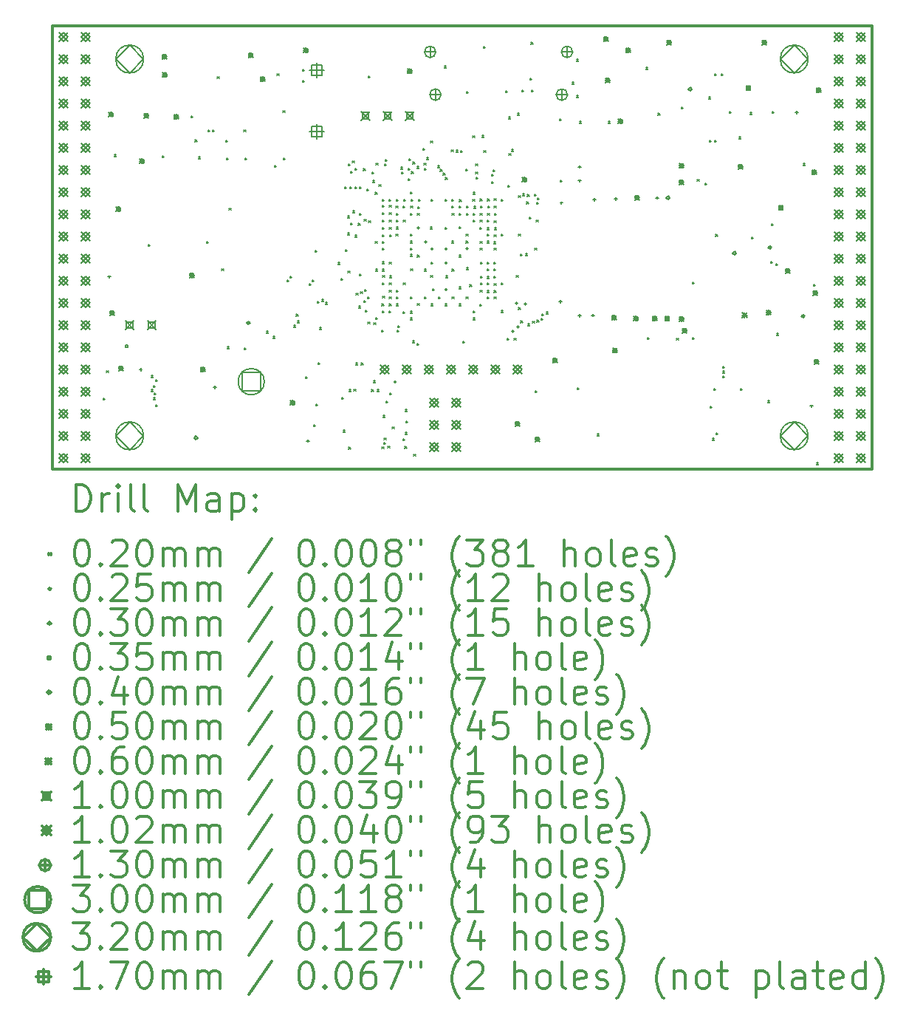
<source format=gbr>
%FSLAX45Y45*%
G04 Gerber Fmt 4.5, Leading zero omitted, Abs format (unit mm)*
G04 Created by KiCad (PCBNEW 5.0.0-rc2+dfsg1-3) date Wed Jul  4 21:59:48 2018*
%MOMM*%
%LPD*%
G01*
G04 APERTURE LIST*
%ADD10C,0.300000*%
%ADD11C,0.200000*%
G04 APERTURE END LIST*
D10*
X9410000Y-6142000D02*
X9410000Y-11222000D01*
X18808000Y-6142000D02*
X9410000Y-6142000D01*
X18808000Y-11222000D02*
X18808000Y-6142000D01*
X9410000Y-11222000D02*
X18808000Y-11222000D01*
D11*
X9998000Y-10410000D02*
X10018000Y-10430000D01*
X10018000Y-10410000D02*
X9998000Y-10430000D01*
X10035000Y-10094400D02*
X10055000Y-10114400D01*
X10055000Y-10094400D02*
X10035000Y-10114400D01*
X10125400Y-7619700D02*
X10145400Y-7639700D01*
X10145400Y-7619700D02*
X10125400Y-7639700D01*
X10514501Y-8649556D02*
X10534501Y-8669556D01*
X10534501Y-8649556D02*
X10514501Y-8669556D01*
X10545314Y-10310867D02*
X10565314Y-10330867D01*
X10565314Y-10310867D02*
X10545314Y-10330867D01*
X10547276Y-10151849D02*
X10567276Y-10171849D01*
X10567276Y-10151849D02*
X10547276Y-10171849D01*
X10574100Y-10266721D02*
X10594100Y-10286721D01*
X10594100Y-10266721D02*
X10574100Y-10286721D01*
X10574777Y-10403885D02*
X10594777Y-10423885D01*
X10594777Y-10403885D02*
X10574777Y-10423885D01*
X10579048Y-10351357D02*
X10599048Y-10371357D01*
X10599048Y-10351357D02*
X10579048Y-10371357D01*
X10597613Y-10199347D02*
X10617613Y-10219347D01*
X10617613Y-10199347D02*
X10597613Y-10219347D01*
X10598875Y-10487404D02*
X10618875Y-10507404D01*
X10618875Y-10487404D02*
X10598875Y-10507404D01*
X10671500Y-7632400D02*
X10691500Y-7652400D01*
X10691500Y-7632400D02*
X10671500Y-7652400D01*
X11001700Y-7175200D02*
X11021700Y-7195200D01*
X11021700Y-7175200D02*
X11001700Y-7195200D01*
X11049908Y-7448938D02*
X11069908Y-7468938D01*
X11069908Y-7448938D02*
X11049908Y-7468938D01*
X11090600Y-7645100D02*
X11110600Y-7665100D01*
X11110600Y-7645100D02*
X11090600Y-7665100D01*
X11179522Y-8615379D02*
X11199522Y-8635379D01*
X11199522Y-8615379D02*
X11179522Y-8635379D01*
X11197485Y-7337442D02*
X11217485Y-7357442D01*
X11217485Y-7337442D02*
X11197485Y-7357442D01*
X11251427Y-7337442D02*
X11271427Y-7357442D01*
X11271427Y-7337442D02*
X11251427Y-7357442D01*
X11305725Y-6724363D02*
X11325725Y-6744363D01*
X11325725Y-6724363D02*
X11305725Y-6744363D01*
X11356061Y-8927572D02*
X11376061Y-8947572D01*
X11376061Y-8927572D02*
X11356061Y-8947572D01*
X11400408Y-7451220D02*
X11420408Y-7471220D01*
X11420408Y-7451220D02*
X11400408Y-7471220D01*
X11408100Y-7657800D02*
X11428100Y-7677800D01*
X11428100Y-7657800D02*
X11408100Y-7677800D01*
X11418097Y-9819503D02*
X11438097Y-9839503D01*
X11438097Y-9819503D02*
X11418097Y-9839503D01*
X11441393Y-8230943D02*
X11461393Y-8250943D01*
X11461393Y-8230943D02*
X11441393Y-8250943D01*
X11609800Y-7337442D02*
X11629800Y-7357442D01*
X11629800Y-7337442D02*
X11609800Y-7357442D01*
X11612028Y-9831686D02*
X11632028Y-9851686D01*
X11632028Y-9831686D02*
X11612028Y-9851686D01*
X11624000Y-7657800D02*
X11644000Y-7677800D01*
X11644000Y-7657800D02*
X11624000Y-7677800D01*
X11869741Y-9643441D02*
X11889741Y-9663441D01*
X11889741Y-9643441D02*
X11869741Y-9663441D01*
X11941500Y-9702500D02*
X11961500Y-9722500D01*
X11961500Y-9702500D02*
X11941500Y-9722500D01*
X11959215Y-7739412D02*
X11979215Y-7759412D01*
X11979215Y-7739412D02*
X11959215Y-7759412D01*
X11990800Y-6690800D02*
X12010800Y-6710800D01*
X12010800Y-6690800D02*
X11990800Y-6710800D01*
X12056498Y-7112736D02*
X12076498Y-7132736D01*
X12076498Y-7112736D02*
X12056498Y-7132736D01*
X12063993Y-7659408D02*
X12083993Y-7679408D01*
X12083993Y-7659408D02*
X12063993Y-7679408D01*
X12106600Y-9054800D02*
X12126600Y-9074800D01*
X12126600Y-9054800D02*
X12106600Y-9074800D01*
X12139415Y-9013562D02*
X12159415Y-9033562D01*
X12159415Y-9013562D02*
X12139415Y-9033562D01*
X12182800Y-9575500D02*
X12202800Y-9595500D01*
X12202800Y-9575500D02*
X12182800Y-9595500D01*
X12210364Y-9448538D02*
X12230364Y-9468538D01*
X12230364Y-9448538D02*
X12210364Y-9468538D01*
X12220900Y-9524700D02*
X12240900Y-9544700D01*
X12240900Y-9524700D02*
X12220900Y-9544700D01*
X12282618Y-6643232D02*
X12302618Y-6663232D01*
X12302618Y-6643232D02*
X12282618Y-6663232D01*
X12284400Y-6768800D02*
X12304400Y-6788800D01*
X12304400Y-6768800D02*
X12284400Y-6788800D01*
X12317388Y-10161592D02*
X12337388Y-10181592D01*
X12337388Y-10161592D02*
X12317388Y-10181592D01*
X12360966Y-9096472D02*
X12380966Y-9116472D01*
X12380966Y-9096472D02*
X12360966Y-9116472D01*
X12391502Y-9053519D02*
X12411502Y-9073519D01*
X12411502Y-9053519D02*
X12391502Y-9073519D01*
X12410242Y-10710764D02*
X12430242Y-10730764D01*
X12430242Y-10710764D02*
X12410242Y-10730764D01*
X12426118Y-8717437D02*
X12446118Y-8737437D01*
X12446118Y-8717437D02*
X12426118Y-8737437D01*
X12426118Y-8717437D02*
X12446118Y-8737437D01*
X12446118Y-8717437D02*
X12426118Y-8737437D01*
X12434879Y-10477573D02*
X12454879Y-10497573D01*
X12454879Y-10477573D02*
X12434879Y-10497573D01*
X12453269Y-9302035D02*
X12473269Y-9322035D01*
X12473269Y-9302035D02*
X12453269Y-9322035D01*
X12460744Y-10002698D02*
X12480744Y-10022698D01*
X12480744Y-10002698D02*
X12460744Y-10022698D01*
X12474902Y-9600287D02*
X12494902Y-9620287D01*
X12494902Y-9600287D02*
X12474902Y-9620287D01*
X12501033Y-9279764D02*
X12521033Y-9299764D01*
X12521033Y-9279764D02*
X12501033Y-9299764D01*
X12542510Y-9313676D02*
X12562510Y-9333676D01*
X12562510Y-9313676D02*
X12542510Y-9333676D01*
X12687018Y-8855931D02*
X12707018Y-8875931D01*
X12707018Y-8855931D02*
X12687018Y-8875931D01*
X12720111Y-9035435D02*
X12740111Y-9055435D01*
X12740111Y-9035435D02*
X12720111Y-9055435D01*
X12731909Y-10397773D02*
X12751909Y-10417773D01*
X12751909Y-10397773D02*
X12731909Y-10417773D01*
X12748660Y-10777504D02*
X12768660Y-10797504D01*
X12768660Y-10777504D02*
X12748660Y-10797504D01*
X12764988Y-7989114D02*
X12784988Y-8009114D01*
X12784988Y-7989114D02*
X12764988Y-8009114D01*
X12771035Y-8708207D02*
X12791035Y-8728207D01*
X12791035Y-8708207D02*
X12771035Y-8728207D01*
X12796207Y-8322888D02*
X12816207Y-8342888D01*
X12816207Y-8322888D02*
X12796207Y-8342888D01*
X12799179Y-8517702D02*
X12819179Y-8537702D01*
X12819179Y-8517702D02*
X12799179Y-8537702D01*
X12803679Y-8951152D02*
X12823679Y-8971152D01*
X12823679Y-8951152D02*
X12803679Y-8971152D01*
X12805201Y-7723267D02*
X12825201Y-7743267D01*
X12825201Y-7723267D02*
X12805201Y-7743267D01*
X12811634Y-10971333D02*
X12831634Y-10991333D01*
X12831634Y-10971333D02*
X12811634Y-10991333D01*
X12814780Y-10310898D02*
X12834780Y-10330898D01*
X12834780Y-10310898D02*
X12814780Y-10330898D01*
X12822879Y-7985310D02*
X12842879Y-8005310D01*
X12842879Y-7985310D02*
X12822879Y-8005310D01*
X12834680Y-7807951D02*
X12854680Y-7827951D01*
X12854680Y-7807951D02*
X12834680Y-7827951D01*
X12835268Y-8401687D02*
X12855268Y-8421687D01*
X12855268Y-8401687D02*
X12835268Y-8421687D01*
X12854493Y-7691566D02*
X12874493Y-7711566D01*
X12874493Y-7691566D02*
X12854493Y-7711566D01*
X12859178Y-8263722D02*
X12879178Y-8283722D01*
X12879178Y-8263722D02*
X12859178Y-8283722D01*
X12870682Y-10308590D02*
X12890682Y-10328590D01*
X12890682Y-10308590D02*
X12870682Y-10328590D01*
X12880857Y-7988548D02*
X12900857Y-8008548D01*
X12900857Y-7988548D02*
X12880857Y-8008548D01*
X12881301Y-8540585D02*
X12901301Y-8560585D01*
X12901301Y-8540585D02*
X12881301Y-8560585D01*
X12886175Y-7777882D02*
X12906175Y-7797882D01*
X12906175Y-7777882D02*
X12886175Y-7797882D01*
X12890520Y-10007480D02*
X12910520Y-10027480D01*
X12910520Y-10007480D02*
X12890520Y-10027480D01*
X12895573Y-9206272D02*
X12915573Y-9226272D01*
X12915573Y-9206272D02*
X12895573Y-9226272D01*
X12920256Y-8405350D02*
X12940256Y-8425350D01*
X12940256Y-8405350D02*
X12920256Y-8425350D01*
X12926203Y-9354578D02*
X12946203Y-9374578D01*
X12946203Y-9354578D02*
X12926203Y-9374578D01*
X12933760Y-7984679D02*
X12953760Y-8004679D01*
X12953760Y-7984679D02*
X12933760Y-8004679D01*
X12934924Y-8983794D02*
X12954924Y-9003794D01*
X12954924Y-8983794D02*
X12934924Y-9003794D01*
X12935809Y-8290406D02*
X12955809Y-8310406D01*
X12955809Y-8290406D02*
X12935809Y-8310406D01*
X12946857Y-9190566D02*
X12966857Y-9210566D01*
X12966857Y-9190566D02*
X12946857Y-9210566D01*
X12956000Y-10005500D02*
X12976000Y-10025500D01*
X12976000Y-10005500D02*
X12956000Y-10025500D01*
X12982095Y-7781082D02*
X13002095Y-7801082D01*
X13002095Y-7781082D02*
X12982095Y-7801082D01*
X12987271Y-9293510D02*
X13007271Y-9313510D01*
X13007271Y-9293510D02*
X12987271Y-9313510D01*
X12989202Y-8359151D02*
X13009202Y-8379151D01*
X13009202Y-8359151D02*
X12989202Y-8379151D01*
X12991955Y-9163298D02*
X13011955Y-9183298D01*
X13011955Y-9163298D02*
X12991955Y-9183298D01*
X13002337Y-9402267D02*
X13022337Y-9422267D01*
X13022337Y-9402267D02*
X13002337Y-9422267D01*
X13017215Y-8013821D02*
X13037215Y-8033821D01*
X13037215Y-8013821D02*
X13017215Y-8033821D01*
X13028454Y-9248473D02*
X13048454Y-9268473D01*
X13048454Y-9248473D02*
X13028454Y-9268473D01*
X13032200Y-9535600D02*
X13052200Y-9555600D01*
X13052200Y-9535600D02*
X13032200Y-9555600D01*
X13033700Y-6718000D02*
X13053700Y-6738000D01*
X13053700Y-6718000D02*
X13033700Y-6738000D01*
X13038793Y-8376986D02*
X13058793Y-8396986D01*
X13058793Y-8376986D02*
X13038793Y-8396986D01*
X13073948Y-10310899D02*
X13093948Y-10330899D01*
X13093948Y-10310899D02*
X13073948Y-10330899D01*
X13077859Y-7815329D02*
X13097859Y-7835329D01*
X13097859Y-7815329D02*
X13077859Y-7835329D01*
X13085264Y-7914901D02*
X13105264Y-7934901D01*
X13105264Y-7914901D02*
X13085264Y-7934901D01*
X13093907Y-10208700D02*
X13113907Y-10228700D01*
X13113907Y-10208700D02*
X13093907Y-10228700D01*
X13098471Y-9546418D02*
X13118471Y-9566418D01*
X13118471Y-9546418D02*
X13098471Y-9566418D01*
X13116430Y-8612711D02*
X13136430Y-8632711D01*
X13136430Y-8612711D02*
X13116430Y-8632711D01*
X13116518Y-8052178D02*
X13136518Y-8072178D01*
X13136518Y-8052178D02*
X13116518Y-8072178D01*
X13117950Y-8930733D02*
X13137950Y-8950733D01*
X13137950Y-8930733D02*
X13117950Y-8950733D01*
X13121616Y-9485914D02*
X13141616Y-9505914D01*
X13141616Y-9485914D02*
X13121616Y-9505914D01*
X13125345Y-7716470D02*
X13145345Y-7736470D01*
X13145345Y-7716470D02*
X13125345Y-7736470D01*
X13135385Y-10310829D02*
X13155385Y-10330829D01*
X13155385Y-10310829D02*
X13135385Y-10330829D01*
X13157757Y-7959799D02*
X13177757Y-7979799D01*
X13177757Y-7959799D02*
X13157757Y-7979799D01*
X13188633Y-9630479D02*
X13208633Y-9650479D01*
X13208633Y-9630479D02*
X13188633Y-9650479D01*
X13192441Y-10966678D02*
X13212441Y-10986678D01*
X13212441Y-10966678D02*
X13192441Y-10986678D01*
X13193199Y-9330000D02*
X13213199Y-9350000D01*
X13213199Y-9330000D02*
X13193199Y-9350000D01*
X13197562Y-8931064D02*
X13217562Y-8951064D01*
X13217562Y-8931064D02*
X13197562Y-8951064D01*
X13197734Y-9090201D02*
X13217734Y-9110201D01*
X13217734Y-9090201D02*
X13197734Y-9110201D01*
X13197902Y-8284734D02*
X13217902Y-8304734D01*
X13217902Y-8284734D02*
X13197902Y-8304734D01*
X13197999Y-8200333D02*
X13217999Y-8220333D01*
X13217999Y-8200333D02*
X13197999Y-8220333D01*
X13198000Y-8690000D02*
X13218000Y-8710000D01*
X13218000Y-8690000D02*
X13198000Y-8710000D01*
X13198000Y-9410000D02*
X13218000Y-9430000D01*
X13218000Y-9410000D02*
X13198000Y-9430000D01*
X13198303Y-8616041D02*
X13218303Y-8636041D01*
X13218303Y-8616041D02*
X13198303Y-8636041D01*
X13198368Y-8369136D02*
X13218368Y-8389136D01*
X13218368Y-8369136D02*
X13198368Y-8389136D01*
X13198405Y-8845827D02*
X13218405Y-8865827D01*
X13218405Y-8845827D02*
X13198405Y-8865827D01*
X13198801Y-8130801D02*
X13218801Y-8150801D01*
X13218801Y-8130801D02*
X13198801Y-8150801D01*
X13198979Y-8537938D02*
X13218979Y-8557938D01*
X13218979Y-8537938D02*
X13198979Y-8557938D01*
X13199289Y-8453537D02*
X13219289Y-8473537D01*
X13219289Y-8453537D02*
X13199289Y-8473537D01*
X13200000Y-9005799D02*
X13220000Y-9025799D01*
X13220000Y-9005799D02*
X13200000Y-9025799D01*
X13201075Y-9242748D02*
X13221075Y-9262748D01*
X13221075Y-9242748D02*
X13201075Y-9262748D01*
X13206286Y-10608587D02*
X13226286Y-10628587D01*
X13226286Y-10608587D02*
X13206286Y-10628587D01*
X13211973Y-10917729D02*
X13231973Y-10937729D01*
X13231973Y-10917729D02*
X13211973Y-10937729D01*
X13218587Y-10865445D02*
X13238587Y-10885445D01*
X13238587Y-10865445D02*
X13218587Y-10885445D01*
X13220903Y-7724256D02*
X13240903Y-7744256D01*
X13240903Y-7724256D02*
X13220903Y-7744256D01*
X13232873Y-7672932D02*
X13252873Y-7692932D01*
X13252873Y-7672932D02*
X13232873Y-7692932D01*
X13236800Y-10440341D02*
X13256800Y-10460341D01*
X13256800Y-10440341D02*
X13236800Y-10460341D01*
X13260800Y-10958000D02*
X13280800Y-10978000D01*
X13280800Y-10958000D02*
X13260800Y-10978000D01*
X13272048Y-8130098D02*
X13292048Y-8150098D01*
X13292048Y-8130098D02*
X13272048Y-8150098D01*
X13274623Y-9409707D02*
X13294623Y-9429707D01*
X13294623Y-9409707D02*
X13274623Y-9429707D01*
X13277261Y-8284735D02*
X13297261Y-8304735D01*
X13297261Y-8284735D02*
X13277261Y-8304735D01*
X13278000Y-8200334D02*
X13298000Y-8220334D01*
X13298000Y-8200334D02*
X13278000Y-8220334D01*
X13278000Y-8850000D02*
X13298000Y-8870000D01*
X13298000Y-8850000D02*
X13278000Y-8870000D01*
X13278000Y-9090000D02*
X13298000Y-9110000D01*
X13298000Y-9090000D02*
X13278000Y-9110000D01*
X13278000Y-9170000D02*
X13298000Y-9190000D01*
X13298000Y-9170000D02*
X13278000Y-9190000D01*
X13278000Y-9250000D02*
X13298000Y-9270000D01*
X13298000Y-9250000D02*
X13278000Y-9270000D01*
X13278000Y-9330000D02*
X13298000Y-9350000D01*
X13298000Y-9330000D02*
X13278000Y-9350000D01*
X13278175Y-8369136D02*
X13298175Y-8389136D01*
X13298175Y-8369136D02*
X13278175Y-8389136D01*
X13278218Y-8453537D02*
X13298218Y-8473537D01*
X13298218Y-8453537D02*
X13278218Y-8473537D01*
X13279688Y-8536938D02*
X13299688Y-8556938D01*
X13299688Y-8536938D02*
X13279688Y-8556938D01*
X13280000Y-9008000D02*
X13300000Y-9028000D01*
X13300000Y-9008000D02*
X13280000Y-9028000D01*
X13282849Y-10350134D02*
X13302849Y-10370134D01*
X13302849Y-10350134D02*
X13282849Y-10370134D01*
X13311600Y-10736500D02*
X13331600Y-10756500D01*
X13331600Y-10736500D02*
X13311600Y-10756500D01*
X13352314Y-8526642D02*
X13372314Y-8546642D01*
X13372314Y-8526642D02*
X13352314Y-8546642D01*
X13354839Y-8209060D02*
X13374839Y-8229060D01*
X13374839Y-8209060D02*
X13354839Y-8229060D01*
X13356449Y-8131468D02*
X13376449Y-8151468D01*
X13376449Y-8131468D02*
X13356449Y-8151468D01*
X13357194Y-8449520D02*
X13377194Y-8469520D01*
X13377194Y-8449520D02*
X13357194Y-8469520D01*
X13358000Y-8290000D02*
X13378000Y-8310000D01*
X13378000Y-8290000D02*
X13358000Y-8310000D01*
X13358000Y-8370000D02*
X13378000Y-8390000D01*
X13378000Y-8370000D02*
X13358000Y-8390000D01*
X13358000Y-9170000D02*
X13378000Y-9190000D01*
X13378000Y-9170000D02*
X13358000Y-9190000D01*
X13358000Y-9250000D02*
X13378000Y-9270000D01*
X13378000Y-9250000D02*
X13358000Y-9270000D01*
X13358548Y-9330230D02*
X13378548Y-9350230D01*
X13378548Y-9330230D02*
X13358548Y-9350230D01*
X13366285Y-9629515D02*
X13386285Y-9649515D01*
X13386285Y-9629515D02*
X13366285Y-9649515D01*
X13375239Y-9577580D02*
X13395239Y-9597580D01*
X13395239Y-9577580D02*
X13375239Y-9597580D01*
X13407730Y-7762109D02*
X13427730Y-7782109D01*
X13427730Y-7762109D02*
X13407730Y-7782109D01*
X13415018Y-7815381D02*
X13435018Y-7835381D01*
X13435018Y-7815381D02*
X13415018Y-7835381D01*
X13433398Y-8208015D02*
X13453398Y-8228015D01*
X13453398Y-8208015D02*
X13433398Y-8228015D01*
X13435582Y-9416717D02*
X13455582Y-9436717D01*
X13455582Y-9416717D02*
X13435582Y-9436717D01*
X13436400Y-10874197D02*
X13456400Y-10894197D01*
X13456400Y-10874197D02*
X13436400Y-10894197D01*
X13438000Y-8370000D02*
X13458000Y-8390000D01*
X13458000Y-8370000D02*
X13438000Y-8390000D01*
X13438000Y-9090000D02*
X13458000Y-9110000D01*
X13458000Y-9090000D02*
X13438000Y-9110000D01*
X13440850Y-8130675D02*
X13460850Y-8150675D01*
X13460850Y-8130675D02*
X13440850Y-8150675D01*
X13453687Y-10961995D02*
X13473687Y-10981995D01*
X13473687Y-10961995D02*
X13453687Y-10981995D01*
X13457587Y-10803159D02*
X13477587Y-10823159D01*
X13477587Y-10803159D02*
X13457587Y-10823159D01*
X13460735Y-10540845D02*
X13480735Y-10560845D01*
X13480735Y-10540845D02*
X13460735Y-10560845D01*
X13465065Y-10671051D02*
X13485065Y-10691051D01*
X13485065Y-10671051D02*
X13465065Y-10691051D01*
X13492132Y-7892495D02*
X13512132Y-7912495D01*
X13512132Y-7892495D02*
X13492132Y-7912495D01*
X13493478Y-7773120D02*
X13513478Y-7793120D01*
X13513478Y-7773120D02*
X13493478Y-7793120D01*
X13502968Y-7663013D02*
X13522968Y-7683013D01*
X13522968Y-7663013D02*
X13502968Y-7683013D01*
X13516300Y-8762700D02*
X13536300Y-8782700D01*
X13536300Y-8762700D02*
X13516300Y-8782700D01*
X13518000Y-8292201D02*
X13538000Y-8312201D01*
X13538000Y-8292201D02*
X13518000Y-8312201D01*
X13518000Y-8530000D02*
X13538000Y-8550000D01*
X13538000Y-8530000D02*
X13518000Y-8550000D01*
X13518000Y-8610000D02*
X13538000Y-8630000D01*
X13538000Y-8610000D02*
X13518000Y-8630000D01*
X13518000Y-8690000D02*
X13538000Y-8710000D01*
X13538000Y-8690000D02*
X13518000Y-8710000D01*
X13518000Y-9250000D02*
X13538000Y-9270000D01*
X13538000Y-9250000D02*
X13518000Y-9270000D01*
X13518128Y-8048312D02*
X13538128Y-8068312D01*
X13538128Y-8048312D02*
X13518128Y-8068312D01*
X13518463Y-9488530D02*
X13538463Y-9508530D01*
X13538463Y-9488530D02*
X13518463Y-9508530D01*
X13518862Y-9412562D02*
X13538862Y-9432562D01*
X13538862Y-9412562D02*
X13518862Y-9432562D01*
X13521538Y-8209385D02*
X13541538Y-8229385D01*
X13541538Y-8209385D02*
X13521538Y-8229385D01*
X13524276Y-8928163D02*
X13544276Y-8948163D01*
X13544276Y-8928163D02*
X13524276Y-8948163D01*
X13525957Y-8129544D02*
X13545957Y-8149544D01*
X13545957Y-8129544D02*
X13525957Y-8149544D01*
X13531439Y-7812965D02*
X13551439Y-7832965D01*
X13551439Y-7812965D02*
X13531439Y-7832965D01*
X13541700Y-9753300D02*
X13561700Y-9773300D01*
X13561700Y-9753300D02*
X13541700Y-9773300D01*
X13548770Y-7704070D02*
X13568770Y-7724070D01*
X13568770Y-7704070D02*
X13548770Y-7724070D01*
X13555656Y-11051071D02*
X13575656Y-11071071D01*
X13575656Y-11051071D02*
X13555656Y-11071071D01*
X13594882Y-7754550D02*
X13614882Y-7774550D01*
X13614882Y-7754550D02*
X13594882Y-7774550D01*
X13595027Y-9781423D02*
X13615027Y-9801423D01*
X13615027Y-9781423D02*
X13595027Y-9801423D01*
X13598000Y-8290000D02*
X13618000Y-8310000D01*
X13618000Y-8290000D02*
X13598000Y-8310000D01*
X13598000Y-8770000D02*
X13618000Y-8790000D01*
X13618000Y-8770000D02*
X13598000Y-8790000D01*
X13599596Y-9326965D02*
X13619596Y-9346965D01*
X13619596Y-9326965D02*
X13599596Y-9346965D01*
X13602455Y-8216004D02*
X13622455Y-8236004D01*
X13622455Y-8216004D02*
X13602455Y-8236004D01*
X13613334Y-8133723D02*
X13633334Y-8153723D01*
X13633334Y-8133723D02*
X13613334Y-8153723D01*
X13664259Y-7547941D02*
X13684259Y-7567941D01*
X13684259Y-7547941D02*
X13664259Y-7567941D01*
X13676320Y-7718760D02*
X13696320Y-7738760D01*
X13696320Y-7718760D02*
X13676320Y-7738760D01*
X13678000Y-8930000D02*
X13698000Y-8950000D01*
X13698000Y-8930000D02*
X13678000Y-8950000D01*
X13678000Y-9250000D02*
X13698000Y-9270000D01*
X13698000Y-9250000D02*
X13678000Y-9270000D01*
X13679461Y-7776107D02*
X13699461Y-7796107D01*
X13699461Y-7776107D02*
X13679461Y-7796107D01*
X13707437Y-7652487D02*
X13727437Y-7672487D01*
X13727437Y-7652487D02*
X13707437Y-7672487D01*
X13745078Y-8447729D02*
X13765078Y-8467729D01*
X13765078Y-8447729D02*
X13745078Y-8467729D01*
X13752489Y-9002290D02*
X13772489Y-9022290D01*
X13772489Y-9002290D02*
X13752489Y-9022290D01*
X13752520Y-7459680D02*
X13772520Y-7479680D01*
X13772520Y-7459680D02*
X13752520Y-7479680D01*
X13758000Y-8130000D02*
X13778000Y-8150000D01*
X13778000Y-8130000D02*
X13758000Y-8150000D01*
X13758000Y-8850000D02*
X13778000Y-8870000D01*
X13778000Y-8850000D02*
X13758000Y-8870000D01*
X13758000Y-9330000D02*
X13778000Y-9350000D01*
X13778000Y-9330000D02*
X13758000Y-9350000D01*
X13770300Y-9156400D02*
X13790300Y-9176400D01*
X13790300Y-9156400D02*
X13770300Y-9176400D01*
X13830592Y-7745154D02*
X13850592Y-7765154D01*
X13850592Y-7745154D02*
X13830592Y-7765154D01*
X13838000Y-9250000D02*
X13858000Y-9270000D01*
X13858000Y-9250000D02*
X13838000Y-9270000D01*
X13862293Y-7788159D02*
X13882293Y-7808159D01*
X13882293Y-7788159D02*
X13862293Y-7808159D01*
X13893994Y-7831909D02*
X13913994Y-7851909D01*
X13913994Y-7831909D02*
X13893994Y-7851909D01*
X13910000Y-6603700D02*
X13930000Y-6623700D01*
X13930000Y-6603700D02*
X13910000Y-6623700D01*
X13917252Y-8451135D02*
X13937252Y-8471135D01*
X13937252Y-8451135D02*
X13917252Y-8471135D01*
X13918000Y-8130000D02*
X13938000Y-8150000D01*
X13938000Y-8130000D02*
X13918000Y-8150000D01*
X13918000Y-9330000D02*
X13938000Y-9350000D01*
X13938000Y-9330000D02*
X13918000Y-9350000D01*
X13921466Y-7881869D02*
X13941466Y-7901869D01*
X13941466Y-7881869D02*
X13921466Y-7901869D01*
X13922232Y-9006404D02*
X13942232Y-9026404D01*
X13942232Y-9006404D02*
X13922232Y-9026404D01*
X13989274Y-7564800D02*
X14009274Y-7584800D01*
X14009274Y-7564800D02*
X13989274Y-7584800D01*
X13991460Y-8609297D02*
X14011460Y-8629297D01*
X14011460Y-8609297D02*
X13991460Y-8629297D01*
X13992898Y-8130000D02*
X14012898Y-8150000D01*
X14012898Y-8130000D02*
X13992898Y-8150000D01*
X13992898Y-8210000D02*
X14012898Y-8230000D01*
X14012898Y-8210000D02*
X13992898Y-8230000D01*
X13996000Y-8292000D02*
X14016000Y-8312000D01*
X14016000Y-8292000D02*
X13996000Y-8312000D01*
X13998000Y-8930000D02*
X14018000Y-8950000D01*
X14018000Y-8930000D02*
X13998000Y-8950000D01*
X13998000Y-9250000D02*
X14018000Y-9270000D01*
X14018000Y-9250000D02*
X13998000Y-9270000D01*
X14041773Y-7569399D02*
X14061773Y-7589399D01*
X14061773Y-7569399D02*
X14041773Y-7589399D01*
X14076133Y-8294127D02*
X14096133Y-8314127D01*
X14096133Y-8294127D02*
X14076133Y-8314127D01*
X14077299Y-8207716D02*
X14097299Y-8227716D01*
X14097299Y-8207716D02*
X14077299Y-8227716D01*
X14077419Y-9133335D02*
X14097419Y-9153335D01*
X14097419Y-9133335D02*
X14077419Y-9153335D01*
X14077693Y-8445254D02*
X14097693Y-8465254D01*
X14097693Y-8445254D02*
X14077693Y-8465254D01*
X14078000Y-9330000D02*
X14098000Y-9350000D01*
X14098000Y-9330000D02*
X14078000Y-9350000D01*
X14079623Y-8771623D02*
X14099623Y-8791623D01*
X14099623Y-8771623D02*
X14079623Y-8791623D01*
X14082264Y-8134744D02*
X14102264Y-8154744D01*
X14102264Y-8134744D02*
X14082264Y-8154744D01*
X14094211Y-7574661D02*
X14114211Y-7594661D01*
X14114211Y-7574661D02*
X14094211Y-7594661D01*
X14118066Y-9754201D02*
X14138066Y-9774201D01*
X14138066Y-9754201D02*
X14118066Y-9774201D01*
X14152481Y-7781450D02*
X14172481Y-7801450D01*
X14172481Y-7781450D02*
X14152481Y-7801450D01*
X14158000Y-8530000D02*
X14178000Y-8550000D01*
X14178000Y-8530000D02*
X14158000Y-8550000D01*
X14158000Y-8610000D02*
X14178000Y-8630000D01*
X14178000Y-8610000D02*
X14158000Y-8630000D01*
X14158000Y-9250000D02*
X14178000Y-9270000D01*
X14178000Y-9250000D02*
X14158000Y-9270000D01*
X14162701Y-8209494D02*
X14182701Y-8229494D01*
X14182701Y-8209494D02*
X14162701Y-8229494D01*
X14162701Y-8289887D02*
X14182701Y-8309887D01*
X14182701Y-8289887D02*
X14162701Y-8309887D01*
X14164000Y-8915099D02*
X14184000Y-8935099D01*
X14184000Y-8915099D02*
X14164000Y-8935099D01*
X14164285Y-6893836D02*
X14184285Y-6913836D01*
X14184285Y-6893836D02*
X14164285Y-6913836D01*
X14200722Y-9110102D02*
X14220722Y-9130102D01*
X14220722Y-9110102D02*
X14200722Y-9130102D01*
X14233699Y-7403800D02*
X14253699Y-7423800D01*
X14253699Y-7403800D02*
X14233699Y-7423800D01*
X14235032Y-8132000D02*
X14255032Y-8152000D01*
X14255032Y-8132000D02*
X14235032Y-8152000D01*
X14236000Y-8052000D02*
X14256000Y-8072000D01*
X14256000Y-8052000D02*
X14236000Y-8072000D01*
X14236000Y-8292000D02*
X14256000Y-8312000D01*
X14256000Y-8292000D02*
X14236000Y-8312000D01*
X14238000Y-8370000D02*
X14258000Y-8390000D01*
X14258000Y-8370000D02*
X14238000Y-8390000D01*
X14238000Y-9410000D02*
X14258000Y-9430000D01*
X14258000Y-9410000D02*
X14238000Y-9430000D01*
X14238000Y-9490000D02*
X14258000Y-9510000D01*
X14258000Y-9490000D02*
X14238000Y-9510000D01*
X14247102Y-8210435D02*
X14267102Y-8230435D01*
X14267102Y-8210435D02*
X14247102Y-8230435D01*
X14268441Y-7818307D02*
X14288441Y-7838307D01*
X14288441Y-7818307D02*
X14268441Y-7838307D01*
X14268583Y-7724192D02*
X14288583Y-7744192D01*
X14288583Y-7724192D02*
X14268583Y-7744192D01*
X14271130Y-7874603D02*
X14291130Y-7894603D01*
X14291130Y-7874603D02*
X14271130Y-7894603D01*
X14316000Y-8452000D02*
X14336000Y-8472000D01*
X14336000Y-8452000D02*
X14316000Y-8472000D01*
X14316969Y-9331491D02*
X14336969Y-9351491D01*
X14336969Y-9331491D02*
X14316969Y-9351491D01*
X14318000Y-8370000D02*
X14338000Y-8390000D01*
X14338000Y-8370000D02*
X14318000Y-8390000D01*
X14318000Y-8690000D02*
X14338000Y-8710000D01*
X14338000Y-8690000D02*
X14318000Y-8710000D01*
X14318000Y-9170000D02*
X14338000Y-9190000D01*
X14338000Y-9170000D02*
X14318000Y-9190000D01*
X14318740Y-8294201D02*
X14338740Y-8314201D01*
X14338740Y-8294201D02*
X14318740Y-8314201D01*
X14319433Y-8127729D02*
X14339433Y-8147729D01*
X14339433Y-8127729D02*
X14319433Y-8147729D01*
X14320000Y-8612000D02*
X14340000Y-8632000D01*
X14340000Y-8612000D02*
X14320000Y-8632000D01*
X14322201Y-8849503D02*
X14342201Y-8869503D01*
X14342201Y-8849503D02*
X14322201Y-8869503D01*
X14322201Y-9010195D02*
X14342201Y-9030195D01*
X14342201Y-9010195D02*
X14322201Y-9030195D01*
X14322201Y-9090066D02*
X14342201Y-9110066D01*
X14342201Y-9090066D02*
X14322201Y-9110066D01*
X14323265Y-8209799D02*
X14343265Y-8229799D01*
X14343265Y-8209799D02*
X14323265Y-8229799D01*
X14341800Y-7397450D02*
X14361800Y-7417450D01*
X14361800Y-7397450D02*
X14341800Y-7417450D01*
X14355067Y-6376252D02*
X14375067Y-6396252D01*
X14375067Y-6376252D02*
X14355067Y-6396252D01*
X14360888Y-7571730D02*
X14380888Y-7591730D01*
X14380888Y-7571730D02*
X14360888Y-7591730D01*
X14396483Y-9177765D02*
X14416483Y-9197765D01*
X14416483Y-9177765D02*
X14396483Y-9197765D01*
X14397624Y-8929530D02*
X14417624Y-8949530D01*
X14417624Y-8929530D02*
X14397624Y-8949530D01*
X14397701Y-9016697D02*
X14417701Y-9036697D01*
X14417701Y-9016697D02*
X14397701Y-9036697D01*
X14398000Y-8610000D02*
X14418000Y-8630000D01*
X14418000Y-8610000D02*
X14398000Y-8630000D01*
X14398000Y-9085650D02*
X14418000Y-9105650D01*
X14418000Y-9085650D02*
X14398000Y-9105650D01*
X14398283Y-8848451D02*
X14418283Y-8868451D01*
X14418283Y-8848451D02*
X14398283Y-8868451D01*
X14400201Y-8529722D02*
X14420201Y-8549722D01*
X14420201Y-8529722D02*
X14400201Y-8549722D01*
X14400319Y-8367799D02*
X14420319Y-8387799D01*
X14420319Y-8367799D02*
X14400319Y-8387799D01*
X14400350Y-8456040D02*
X14420350Y-8476040D01*
X14420350Y-8456040D02*
X14400350Y-8476040D01*
X14401325Y-9248876D02*
X14421325Y-9268876D01*
X14421325Y-9248876D02*
X14401325Y-9268876D01*
X14403141Y-8290000D02*
X14423141Y-8310000D01*
X14423141Y-8290000D02*
X14403141Y-8310000D01*
X14403835Y-8128377D02*
X14423835Y-8148377D01*
X14423835Y-8128377D02*
X14403835Y-8148377D01*
X14407666Y-8210000D02*
X14427666Y-8230000D01*
X14427666Y-8210000D02*
X14407666Y-8230000D01*
X14450634Y-7841735D02*
X14470634Y-7861735D01*
X14470634Y-7841735D02*
X14450634Y-7861735D01*
X14450634Y-7926136D02*
X14470634Y-7946136D01*
X14470634Y-7926136D02*
X14450634Y-7946136D01*
X14469153Y-7792394D02*
X14489153Y-7812394D01*
X14489153Y-7792394D02*
X14469153Y-7812394D01*
X14475676Y-8924990D02*
X14495676Y-8944990D01*
X14495676Y-8924990D02*
X14475676Y-8944990D01*
X14476724Y-9009392D02*
X14496724Y-9029392D01*
X14496724Y-9009392D02*
X14476724Y-9029392D01*
X14477515Y-8619275D02*
X14497515Y-8639275D01*
X14497515Y-8619275D02*
X14477515Y-8639275D01*
X14477765Y-8852201D02*
X14497765Y-8872201D01*
X14497765Y-8852201D02*
X14477765Y-8872201D01*
X14478235Y-9247799D02*
X14498235Y-9267799D01*
X14498235Y-9247799D02*
X14478235Y-9267799D01*
X14478778Y-8123192D02*
X14498778Y-8143192D01*
X14498778Y-8123192D02*
X14478778Y-8143192D01*
X14478812Y-8207593D02*
X14498812Y-8227593D01*
X14498812Y-8207593D02*
X14478812Y-8227593D01*
X14478935Y-8534874D02*
X14498935Y-8554874D01*
X14498935Y-8534874D02*
X14478935Y-8554874D01*
X14479160Y-9178194D02*
X14499160Y-9198194D01*
X14499160Y-9178194D02*
X14479160Y-9198194D01*
X14479432Y-8687756D02*
X14499432Y-8707756D01*
X14499432Y-8687756D02*
X14479432Y-8707756D01*
X14479670Y-8376395D02*
X14499670Y-8396395D01*
X14499670Y-8376395D02*
X14479670Y-8396395D01*
X14480294Y-9093793D02*
X14500294Y-9113793D01*
X14500294Y-9093793D02*
X14480294Y-9113793D01*
X14481241Y-8455796D02*
X14501241Y-8475796D01*
X14501241Y-8455796D02*
X14481241Y-8475796D01*
X14481689Y-8291994D02*
X14501689Y-8311994D01*
X14501689Y-8291994D02*
X14481689Y-8311994D01*
X14557281Y-8529606D02*
X14577281Y-8549606D01*
X14577281Y-8529606D02*
X14557281Y-8549606D01*
X14558000Y-8130512D02*
X14578000Y-8150512D01*
X14578000Y-8130512D02*
X14558000Y-8150512D01*
X14558739Y-9089665D02*
X14578739Y-9109665D01*
X14578739Y-9089665D02*
X14558739Y-9109665D01*
X14559124Y-9406675D02*
X14579124Y-9426675D01*
X14579124Y-9406675D02*
X14559124Y-9426675D01*
X14613342Y-6884608D02*
X14633342Y-6904608D01*
X14633342Y-6884608D02*
X14613342Y-6904608D01*
X14629479Y-9723392D02*
X14649479Y-9743392D01*
X14649479Y-9723392D02*
X14629479Y-9743392D01*
X14638141Y-7971938D02*
X14658141Y-7991938D01*
X14658141Y-7971938D02*
X14638141Y-7991938D01*
X14646600Y-7187900D02*
X14666600Y-7207900D01*
X14666600Y-7187900D02*
X14646600Y-7207900D01*
X14648744Y-7607406D02*
X14668744Y-7627406D01*
X14668744Y-7607406D02*
X14648744Y-7627406D01*
X14680980Y-7560789D02*
X14700980Y-7580789D01*
X14700980Y-7560789D02*
X14680980Y-7580789D01*
X14707598Y-9723392D02*
X14727598Y-9743392D01*
X14727598Y-9723392D02*
X14707598Y-9743392D01*
X14733095Y-9001248D02*
X14753095Y-9021248D01*
X14753095Y-9001248D02*
X14733095Y-9021248D01*
X14748200Y-7143450D02*
X14768200Y-7163450D01*
X14768200Y-7143450D02*
X14748200Y-7163450D01*
X14758739Y-8527409D02*
X14778739Y-8547409D01*
X14778739Y-8527409D02*
X14758739Y-8547409D01*
X14758831Y-8088311D02*
X14778831Y-8108311D01*
X14778831Y-8088311D02*
X14758831Y-8108311D01*
X14760000Y-9372000D02*
X14780000Y-9392000D01*
X14780000Y-9372000D02*
X14760000Y-9392000D01*
X14781079Y-8758342D02*
X14801079Y-8778342D01*
X14801079Y-8758342D02*
X14781079Y-8778342D01*
X14782886Y-9523902D02*
X14802886Y-9543902D01*
X14802886Y-9523902D02*
X14782886Y-9543902D01*
X14799000Y-6876750D02*
X14819000Y-6896750D01*
X14819000Y-6876750D02*
X14799000Y-6896750D01*
X14807525Y-8068155D02*
X14827525Y-8088155D01*
X14827525Y-8068155D02*
X14807525Y-8088155D01*
X14838354Y-8752346D02*
X14858354Y-8772346D01*
X14858354Y-8752346D02*
X14838354Y-8772346D01*
X14851066Y-8160586D02*
X14871066Y-8180586D01*
X14871066Y-8160586D02*
X14851066Y-8180586D01*
X14859611Y-8076185D02*
X14879611Y-8096185D01*
X14879611Y-8076185D02*
X14859611Y-8096185D01*
X14864798Y-9556963D02*
X14884798Y-9576963D01*
X14884798Y-9556963D02*
X14864798Y-9576963D01*
X14882151Y-8334201D02*
X14902151Y-8354201D01*
X14902151Y-8334201D02*
X14882151Y-8354201D01*
X14887900Y-6742997D02*
X14907900Y-6762997D01*
X14907900Y-6742997D02*
X14887900Y-6762997D01*
X14903412Y-6332405D02*
X14923412Y-6352405D01*
X14923412Y-6332405D02*
X14903412Y-6352405D01*
X14906950Y-6876750D02*
X14926950Y-6896750D01*
X14926950Y-6876750D02*
X14906950Y-6896750D01*
X14918439Y-9527799D02*
X14938439Y-9547799D01*
X14938439Y-9527799D02*
X14918439Y-9547799D01*
X14942722Y-8073801D02*
X14962722Y-8093801D01*
X14962722Y-8073801D02*
X14942722Y-8093801D01*
X14945314Y-8688944D02*
X14965314Y-8708944D01*
X14965314Y-8688944D02*
X14945314Y-8708944D01*
X14947728Y-10322085D02*
X14967728Y-10342085D01*
X14967728Y-10322085D02*
X14947728Y-10342085D01*
X14963249Y-8370769D02*
X14983249Y-8390769D01*
X14983249Y-8370769D02*
X14963249Y-8390769D01*
X14968729Y-8167499D02*
X14988729Y-8187499D01*
X14988729Y-8167499D02*
X14968729Y-8187499D01*
X14969589Y-9515108D02*
X14989589Y-9535108D01*
X14989589Y-9515108D02*
X14969589Y-9535108D01*
X14975319Y-8115211D02*
X14995319Y-8135211D01*
X14995319Y-8115211D02*
X14975319Y-8135211D01*
X15017890Y-9494025D02*
X15037890Y-9514025D01*
X15037890Y-9494025D02*
X15017890Y-9514025D01*
X15024597Y-9441753D02*
X15044597Y-9461753D01*
X15044597Y-9441753D02*
X15024597Y-9461753D01*
X15078921Y-9423257D02*
X15098921Y-9443257D01*
X15098921Y-9423257D02*
X15078921Y-9443257D01*
X15230800Y-7206950D02*
X15250800Y-7226950D01*
X15250800Y-7206950D02*
X15230800Y-7226950D01*
X15239707Y-7909347D02*
X15259707Y-7929347D01*
X15259707Y-7909347D02*
X15239707Y-7929347D01*
X15370500Y-6789627D02*
X15390500Y-6809627D01*
X15390500Y-6789627D02*
X15370500Y-6809627D01*
X15421300Y-6527500D02*
X15441300Y-6547500D01*
X15441300Y-6527500D02*
X15421300Y-6547500D01*
X15421300Y-6940250D02*
X15441300Y-6960250D01*
X15441300Y-6940250D02*
X15421300Y-6960250D01*
X15432558Y-10288777D02*
X15452558Y-10308777D01*
X15452558Y-10288777D02*
X15432558Y-10308777D01*
X15459400Y-7238700D02*
X15479400Y-7258700D01*
X15479400Y-7238700D02*
X15459400Y-7258700D01*
X15662600Y-10820100D02*
X15682600Y-10840100D01*
X15682600Y-10820100D02*
X15662600Y-10840100D01*
X15789600Y-7238700D02*
X15809600Y-7258700D01*
X15809600Y-7238700D02*
X15789600Y-7258700D01*
X16217147Y-6618496D02*
X16237147Y-6638496D01*
X16237147Y-6618496D02*
X16217147Y-6638496D01*
X16234100Y-9717000D02*
X16254100Y-9737000D01*
X16254100Y-9717000D02*
X16234100Y-9737000D01*
X16360322Y-7144216D02*
X16380322Y-7164216D01*
X16380322Y-7144216D02*
X16360322Y-7164216D01*
X16570337Y-9724488D02*
X16590337Y-9744488D01*
X16590337Y-9724488D02*
X16570337Y-9744488D01*
X16625348Y-7073546D02*
X16645348Y-7093546D01*
X16645348Y-7073546D02*
X16625348Y-7093546D01*
X16754800Y-9080200D02*
X16774800Y-9100200D01*
X16774800Y-9080200D02*
X16754800Y-9100200D01*
X16754800Y-9715200D02*
X16774800Y-9735200D01*
X16774800Y-9715200D02*
X16754800Y-9735200D01*
X16806644Y-7900804D02*
X16826644Y-7920804D01*
X16826644Y-7900804D02*
X16806644Y-7920804D01*
X16894500Y-7943550D02*
X16914500Y-7963550D01*
X16914500Y-7943550D02*
X16894500Y-7963550D01*
X16941704Y-6958649D02*
X16961704Y-6978649D01*
X16961704Y-6958649D02*
X16941704Y-6978649D01*
X16945300Y-7454600D02*
X16965300Y-7474600D01*
X16965300Y-7454600D02*
X16945300Y-7474600D01*
X16958000Y-10502600D02*
X16978000Y-10522600D01*
X16978000Y-10502600D02*
X16958000Y-10522600D01*
X16983400Y-10870900D02*
X17003400Y-10890900D01*
X17003400Y-10870900D02*
X16983400Y-10890900D01*
X16996100Y-10299400D02*
X17016100Y-10319400D01*
X17016100Y-10299400D02*
X16996100Y-10319400D01*
X17008800Y-6692600D02*
X17028800Y-6712600D01*
X17028800Y-6692600D02*
X17008800Y-6712600D01*
X17008800Y-7454600D02*
X17028800Y-7474600D01*
X17028800Y-7454600D02*
X17008800Y-7474600D01*
X17020954Y-8534153D02*
X17040954Y-8554153D01*
X17040954Y-8534153D02*
X17020954Y-8554153D01*
X17021500Y-10807400D02*
X17041500Y-10827400D01*
X17041500Y-10807400D02*
X17021500Y-10827400D01*
X17085000Y-6692600D02*
X17105000Y-6712600D01*
X17105000Y-6692600D02*
X17085000Y-6712600D01*
X17098912Y-10045982D02*
X17118912Y-10065982D01*
X17118912Y-10045982D02*
X17098912Y-10065982D01*
X17098912Y-10098683D02*
X17118912Y-10118683D01*
X17118912Y-10098683D02*
X17098912Y-10118683D01*
X17098912Y-10155324D02*
X17118912Y-10175324D01*
X17118912Y-10155324D02*
X17098912Y-10175324D01*
X17173900Y-7124400D02*
X17193900Y-7144400D01*
X17193900Y-7124400D02*
X17173900Y-7144400D01*
X17288200Y-7416500D02*
X17308200Y-7436500D01*
X17308200Y-7416500D02*
X17288200Y-7436500D01*
X17300900Y-10299400D02*
X17320900Y-10319400D01*
X17320900Y-10299400D02*
X17300900Y-10319400D01*
X17415200Y-7137100D02*
X17435200Y-7157100D01*
X17435200Y-7137100D02*
X17415200Y-7157100D01*
X17427900Y-8564300D02*
X17447900Y-8584300D01*
X17447900Y-8564300D02*
X17427900Y-8584300D01*
X17618400Y-10439100D02*
X17638400Y-10459100D01*
X17638400Y-10439100D02*
X17618400Y-10459100D01*
X17650543Y-8840716D02*
X17670543Y-8860716D01*
X17670543Y-8840716D02*
X17650543Y-8860716D01*
X17660000Y-8412000D02*
X17680000Y-8432000D01*
X17680000Y-8412000D02*
X17660000Y-8432000D01*
X17669708Y-7124179D02*
X17689708Y-7144179D01*
X17689708Y-7124179D02*
X17669708Y-7144179D01*
X17711107Y-8866403D02*
X17731107Y-8886403D01*
X17731107Y-8866403D02*
X17711107Y-8886403D01*
X17718798Y-9667866D02*
X17738798Y-9687866D01*
X17738798Y-9667866D02*
X17718798Y-9687866D01*
X18024078Y-7721693D02*
X18044078Y-7741693D01*
X18044078Y-7721693D02*
X18024078Y-7741693D01*
X18139100Y-9105600D02*
X18159100Y-9125600D01*
X18159100Y-9105600D02*
X18139100Y-9125600D01*
X18177200Y-11150300D02*
X18197200Y-11170300D01*
X18197200Y-11150300D02*
X18177200Y-11170300D01*
X13357629Y-10223262D02*
G75*
G03X13357629Y-10223262I-12700J0D01*
G01*
X13620700Y-8460000D02*
G75*
G03X13620700Y-8460000I-12700J0D01*
G01*
X13706511Y-8619631D02*
G75*
G03X13706511Y-8619631I-12700J0D01*
G01*
X13780700Y-8700000D02*
G75*
G03X13780700Y-8700000I-12700J0D01*
G01*
X13939164Y-9161521D02*
G75*
G03X13939164Y-9161521I-12700J0D01*
G01*
X13940700Y-8700000D02*
G75*
G03X13940700Y-8700000I-12700J0D01*
G01*
X13940700Y-8860000D02*
G75*
G03X13940700Y-8860000I-12700J0D01*
G01*
X14180298Y-8698652D02*
G75*
G03X14180298Y-8698652I-12700J0D01*
G01*
X14706928Y-9645206D02*
G75*
G03X14706928Y-9645206I-12700J0D01*
G01*
X14747089Y-9321713D02*
G75*
G03X14747089Y-9321713I-12700J0D01*
G01*
X14766147Y-9591326D02*
G75*
G03X14766147Y-9591326I-12700J0D01*
G01*
X14847601Y-9332231D02*
G75*
G03X14847601Y-9332231I-12700J0D01*
G01*
X10065212Y-9001224D02*
X10065212Y-9031224D01*
X10050212Y-9016224D02*
X10080212Y-9016224D01*
X10426000Y-10064000D02*
X10426000Y-10094000D01*
X10411000Y-10079000D02*
X10441000Y-10079000D01*
X11278400Y-10269000D02*
X11278400Y-10299000D01*
X11263400Y-10284000D02*
X11293400Y-10284000D01*
X12343700Y-10882200D02*
X12343700Y-10912200D01*
X12328700Y-10897200D02*
X12358700Y-10897200D01*
X15240800Y-9284750D02*
X15240800Y-9314750D01*
X15225800Y-9299750D02*
X15255800Y-9299750D01*
X15251012Y-8154523D02*
X15251012Y-8184523D01*
X15236012Y-8169523D02*
X15266012Y-8169523D01*
X15456700Y-7741700D02*
X15456700Y-7771700D01*
X15441700Y-7756700D02*
X15471700Y-7756700D01*
X15456700Y-7900450D02*
X15456700Y-7930450D01*
X15441700Y-7915450D02*
X15471700Y-7915450D01*
X15459390Y-9445795D02*
X15459390Y-9475795D01*
X15444390Y-9460795D02*
X15474390Y-9460795D01*
X15609100Y-9443500D02*
X15609100Y-9473500D01*
X15594100Y-9458500D02*
X15624100Y-9458500D01*
X15626277Y-8119937D02*
X15626277Y-8149937D01*
X15611277Y-8134937D02*
X15641277Y-8134937D01*
X15875800Y-8110000D02*
X15875800Y-8140000D01*
X15860800Y-8125000D02*
X15890800Y-8125000D01*
X16345700Y-8097300D02*
X16345700Y-8127300D01*
X16330700Y-8112300D02*
X16360700Y-8112300D01*
X17945900Y-7119400D02*
X17945900Y-7149400D01*
X17930900Y-7134400D02*
X17960900Y-7134400D01*
X18115592Y-10483071D02*
X18115592Y-10513071D01*
X18100592Y-10498071D02*
X18130592Y-10498071D01*
X10274775Y-9826475D02*
X10274775Y-9801726D01*
X10250026Y-9801726D01*
X10250026Y-9826475D01*
X10274775Y-9826475D01*
X11059391Y-10883646D02*
X11079391Y-10863646D01*
X11059391Y-10843646D01*
X11039391Y-10863646D01*
X11059391Y-10883646D01*
X11659400Y-9567400D02*
X11679400Y-9547400D01*
X11659400Y-9527400D01*
X11639400Y-9547400D01*
X11659400Y-9567400D01*
X16472700Y-8132300D02*
X16492700Y-8112300D01*
X16472700Y-8092300D01*
X16452700Y-8112300D01*
X16472700Y-8132300D01*
X16726700Y-6887700D02*
X16746700Y-6867700D01*
X16726700Y-6847700D01*
X16706700Y-6867700D01*
X16726700Y-6887700D01*
X17234700Y-8767300D02*
X17254700Y-8747300D01*
X17234700Y-8727300D01*
X17214700Y-8747300D01*
X17234700Y-8767300D01*
X17641100Y-8703800D02*
X17661100Y-8683800D01*
X17641100Y-8663800D01*
X17621100Y-8683800D01*
X17641100Y-8703800D01*
X18022100Y-9491200D02*
X18042100Y-9471200D01*
X18022100Y-9451200D01*
X18002100Y-9471200D01*
X18022100Y-9491200D01*
X10060589Y-7132486D02*
X10110589Y-7182486D01*
X10110589Y-7132486D02*
X10060589Y-7182486D01*
X10110589Y-7157486D02*
G75*
G03X10110589Y-7157486I-25000J0D01*
G01*
X10072300Y-9408100D02*
X10122300Y-9458100D01*
X10122300Y-9408100D02*
X10072300Y-9458100D01*
X10122300Y-9433100D02*
G75*
G03X10122300Y-9433100I-25000J0D01*
G01*
X10145789Y-8217318D02*
X10195789Y-8267318D01*
X10195789Y-8217318D02*
X10145789Y-8267318D01*
X10195789Y-8242318D02*
G75*
G03X10195789Y-8242318I-25000J0D01*
G01*
X10173900Y-10043100D02*
X10223900Y-10093100D01*
X10223900Y-10043100D02*
X10173900Y-10093100D01*
X10223900Y-10068100D02*
G75*
G03X10223900Y-10068100I-25000J0D01*
G01*
X10415200Y-7668200D02*
X10465200Y-7718200D01*
X10465200Y-7668200D02*
X10415200Y-7718200D01*
X10465200Y-7693200D02*
G75*
G03X10465200Y-7693200I-25000J0D01*
G01*
X10466000Y-7147500D02*
X10516000Y-7197500D01*
X10516000Y-7147500D02*
X10466000Y-7197500D01*
X10516000Y-7172500D02*
G75*
G03X10516000Y-7172500I-25000J0D01*
G01*
X10672481Y-6470397D02*
X10722481Y-6520397D01*
X10722481Y-6470397D02*
X10672481Y-6520397D01*
X10722481Y-6495397D02*
G75*
G03X10722481Y-6495397I-25000J0D01*
G01*
X10677149Y-6679363D02*
X10727149Y-6729363D01*
X10727149Y-6679363D02*
X10677149Y-6729363D01*
X10727149Y-6704363D02*
G75*
G03X10727149Y-6704363I-25000J0D01*
G01*
X10808900Y-7160200D02*
X10858900Y-7210200D01*
X10858900Y-7160200D02*
X10808900Y-7210200D01*
X10858900Y-7185200D02*
G75*
G03X10858900Y-7185200I-25000J0D01*
G01*
X10987889Y-8977815D02*
X11037889Y-9027815D01*
X11037889Y-8977815D02*
X10987889Y-9027815D01*
X11037889Y-9002815D02*
G75*
G03X11037889Y-9002815I-25000J0D01*
G01*
X11113700Y-10055800D02*
X11163700Y-10105800D01*
X11163700Y-10055800D02*
X11113700Y-10105800D01*
X11163700Y-10080800D02*
G75*
G03X11163700Y-10080800I-25000J0D01*
G01*
X11663050Y-6455294D02*
X11713050Y-6505294D01*
X11713050Y-6455294D02*
X11663050Y-6505294D01*
X11713050Y-6480294D02*
G75*
G03X11713050Y-6480294I-25000J0D01*
G01*
X11799500Y-6728400D02*
X11849500Y-6778400D01*
X11849500Y-6728400D02*
X11799500Y-6778400D01*
X11849500Y-6753400D02*
G75*
G03X11849500Y-6753400I-25000J0D01*
G01*
X12142400Y-10436800D02*
X12192400Y-10486800D01*
X12192400Y-10436800D02*
X12142400Y-10486800D01*
X12192400Y-10461800D02*
G75*
G03X12192400Y-10461800I-25000J0D01*
G01*
X12294800Y-6398200D02*
X12344800Y-6448200D01*
X12344800Y-6398200D02*
X12294800Y-6448200D01*
X12344800Y-6423200D02*
G75*
G03X12344800Y-6423200I-25000J0D01*
G01*
X13485559Y-6636662D02*
X13535559Y-6686662D01*
X13535559Y-6636662D02*
X13485559Y-6686662D01*
X13535559Y-6661662D02*
G75*
G03X13535559Y-6661662I-25000J0D01*
G01*
X14720500Y-10678100D02*
X14770500Y-10728100D01*
X14770500Y-10678100D02*
X14720500Y-10728100D01*
X14770500Y-10703100D02*
G75*
G03X14770500Y-10703100I-25000J0D01*
G01*
X14801839Y-7880002D02*
X14851839Y-7930002D01*
X14851839Y-7880002D02*
X14801839Y-7930002D01*
X14851839Y-7905002D02*
G75*
G03X14851839Y-7905002I-25000J0D01*
G01*
X14949100Y-10855900D02*
X14999100Y-10905900D01*
X14999100Y-10855900D02*
X14949100Y-10905900D01*
X14999100Y-10880900D02*
G75*
G03X14999100Y-10880900I-25000J0D01*
G01*
X15150800Y-9952400D02*
X15200800Y-10002400D01*
X15200800Y-9952400D02*
X15150800Y-10002400D01*
X15200800Y-9977400D02*
G75*
G03X15200800Y-9977400I-25000J0D01*
G01*
X15735000Y-6269400D02*
X15785000Y-6319400D01*
X15785000Y-6269400D02*
X15735000Y-6319400D01*
X15785000Y-6294400D02*
G75*
G03X15785000Y-6294400I-25000J0D01*
G01*
X15755757Y-6741927D02*
X15805757Y-6791927D01*
X15805757Y-6741927D02*
X15755757Y-6791927D01*
X15805757Y-6766927D02*
G75*
G03X15805757Y-6766927I-25000J0D01*
G01*
X15828999Y-9461877D02*
X15878999Y-9511877D01*
X15878999Y-9461877D02*
X15828999Y-9511877D01*
X15878999Y-9486877D02*
G75*
G03X15878999Y-9486877I-25000J0D01*
G01*
X15839500Y-9838500D02*
X15889500Y-9888500D01*
X15889500Y-9838500D02*
X15839500Y-9888500D01*
X15889500Y-9863500D02*
G75*
G03X15889500Y-9863500I-25000J0D01*
G01*
X15901600Y-7211000D02*
X15951600Y-7261000D01*
X15951600Y-7211000D02*
X15901600Y-7261000D01*
X15951600Y-7236000D02*
G75*
G03X15951600Y-7236000I-25000J0D01*
G01*
X15990500Y-6398311D02*
X16040500Y-6448311D01*
X16040500Y-6398311D02*
X15990500Y-6448311D01*
X16040500Y-6423311D02*
G75*
G03X16040500Y-6423311I-25000J0D01*
G01*
X16079400Y-9471600D02*
X16129400Y-9521600D01*
X16129400Y-9471600D02*
X16079400Y-9521600D01*
X16129400Y-9496600D02*
G75*
G03X16129400Y-9496600I-25000J0D01*
G01*
X16092100Y-8087300D02*
X16142100Y-8137300D01*
X16142100Y-8087300D02*
X16092100Y-8137300D01*
X16142100Y-8112300D02*
G75*
G03X16142100Y-8112300I-25000J0D01*
G01*
X16295300Y-9471600D02*
X16345300Y-9521600D01*
X16345300Y-9471600D02*
X16295300Y-9521600D01*
X16345300Y-9496600D02*
G75*
G03X16345300Y-9496600I-25000J0D01*
G01*
X16437573Y-9473247D02*
X16487573Y-9523247D01*
X16487573Y-9473247D02*
X16437573Y-9523247D01*
X16487573Y-9498247D02*
G75*
G03X16487573Y-9498247I-25000J0D01*
G01*
X16460400Y-6309300D02*
X16510400Y-6359300D01*
X16510400Y-6309300D02*
X16460400Y-6359300D01*
X16510400Y-6334300D02*
G75*
G03X16510400Y-6334300I-25000J0D01*
G01*
X16600554Y-7910074D02*
X16650554Y-7960074D01*
X16650554Y-7910074D02*
X16600554Y-7960074D01*
X16650554Y-7935074D02*
G75*
G03X16650554Y-7935074I-25000J0D01*
G01*
X16602543Y-7720953D02*
X16652543Y-7770953D01*
X16652543Y-7720953D02*
X16602543Y-7770953D01*
X16652543Y-7745953D02*
G75*
G03X16652543Y-7745953I-25000J0D01*
G01*
X16603469Y-9477515D02*
X16653469Y-9527515D01*
X16653469Y-9477515D02*
X16603469Y-9527515D01*
X16653469Y-9502515D02*
G75*
G03X16653469Y-9502515I-25000J0D01*
G01*
X16638200Y-9611300D02*
X16688200Y-9661300D01*
X16688200Y-9611300D02*
X16638200Y-9661300D01*
X16688200Y-9636300D02*
G75*
G03X16688200Y-9636300I-25000J0D01*
G01*
X17279550Y-7731700D02*
X17329550Y-7781700D01*
X17329550Y-7731700D02*
X17279550Y-7781700D01*
X17329550Y-7756700D02*
G75*
G03X17329550Y-7756700I-25000J0D01*
G01*
X17368450Y-6830000D02*
X17418450Y-6880000D01*
X17418450Y-6830000D02*
X17368450Y-6880000D01*
X17418450Y-6855000D02*
G75*
G03X17418450Y-6855000I-25000J0D01*
G01*
X17552600Y-6309300D02*
X17602600Y-6359300D01*
X17602600Y-6309300D02*
X17552600Y-6359300D01*
X17602600Y-6334300D02*
G75*
G03X17602600Y-6334300I-25000J0D01*
G01*
X17600494Y-9403846D02*
X17650494Y-9453846D01*
X17650494Y-9403846D02*
X17600494Y-9453846D01*
X17650494Y-9428846D02*
G75*
G03X17650494Y-9428846I-25000J0D01*
G01*
X17740844Y-8203135D02*
X17790844Y-8253135D01*
X17790844Y-8203135D02*
X17740844Y-8253135D01*
X17790844Y-8228135D02*
G75*
G03X17790844Y-8228135I-25000J0D01*
G01*
X17819300Y-8925500D02*
X17869300Y-8975500D01*
X17869300Y-8925500D02*
X17819300Y-8975500D01*
X17869300Y-8950500D02*
G75*
G03X17869300Y-8950500I-25000J0D01*
G01*
X18124100Y-7795200D02*
X18174100Y-7845200D01*
X18174100Y-7795200D02*
X18124100Y-7845200D01*
X18174100Y-7820200D02*
G75*
G03X18174100Y-7820200I-25000J0D01*
G01*
X18136800Y-9179500D02*
X18186800Y-9229500D01*
X18186800Y-9179500D02*
X18136800Y-9229500D01*
X18186800Y-9204500D02*
G75*
G03X18186800Y-9204500I-25000J0D01*
G01*
X18149500Y-9966900D02*
X18199500Y-10016900D01*
X18199500Y-9966900D02*
X18149500Y-10016900D01*
X18199500Y-9991900D02*
G75*
G03X18199500Y-9991900I-25000J0D01*
G01*
X18174900Y-6855400D02*
X18224900Y-6905400D01*
X18224900Y-6855400D02*
X18174900Y-6905400D01*
X18224900Y-6880400D02*
G75*
G03X18224900Y-6880400I-25000J0D01*
G01*
X17319000Y-9428500D02*
X17379000Y-9488500D01*
X17379000Y-9428500D02*
X17319000Y-9488500D01*
X17349000Y-9428500D02*
X17349000Y-9488500D01*
X17319000Y-9458500D02*
X17379000Y-9458500D01*
X10249000Y-9521000D02*
X10349000Y-9621000D01*
X10349000Y-9521000D02*
X10249000Y-9621000D01*
X10334356Y-9606356D02*
X10334356Y-9535644D01*
X10263644Y-9535644D01*
X10263644Y-9606356D01*
X10334356Y-9606356D01*
X10503000Y-9521000D02*
X10603000Y-9621000D01*
X10603000Y-9521000D02*
X10503000Y-9621000D01*
X10588356Y-9606356D02*
X10588356Y-9535644D01*
X10517644Y-9535644D01*
X10517644Y-9606356D01*
X10588356Y-9606356D01*
X12955600Y-7122500D02*
X13055600Y-7222500D01*
X13055600Y-7122500D02*
X12955600Y-7222500D01*
X13040956Y-7207856D02*
X13040956Y-7137144D01*
X12970244Y-7137144D01*
X12970244Y-7207856D01*
X13040956Y-7207856D01*
X13209600Y-7122500D02*
X13309600Y-7222500D01*
X13309600Y-7122500D02*
X13209600Y-7222500D01*
X13294956Y-7207856D02*
X13294956Y-7137144D01*
X13224244Y-7137144D01*
X13224244Y-7207856D01*
X13294956Y-7207856D01*
X13463600Y-7122500D02*
X13563600Y-7222500D01*
X13563600Y-7122500D02*
X13463600Y-7222500D01*
X13548956Y-7207856D02*
X13548956Y-7137144D01*
X13478244Y-7137144D01*
X13478244Y-7207856D01*
X13548956Y-7207856D01*
X13169200Y-10028200D02*
X13270800Y-10129800D01*
X13270800Y-10028200D02*
X13169200Y-10129800D01*
X13220000Y-10129800D02*
X13270800Y-10079000D01*
X13220000Y-10028200D01*
X13169200Y-10079000D01*
X13220000Y-10129800D01*
X13423200Y-10028200D02*
X13524800Y-10129800D01*
X13524800Y-10028200D02*
X13423200Y-10129800D01*
X13474000Y-10129800D02*
X13524800Y-10079000D01*
X13474000Y-10028200D01*
X13423200Y-10079000D01*
X13474000Y-10129800D01*
X13677200Y-10028200D02*
X13778800Y-10129800D01*
X13778800Y-10028200D02*
X13677200Y-10129800D01*
X13728000Y-10129800D02*
X13778800Y-10079000D01*
X13728000Y-10028200D01*
X13677200Y-10079000D01*
X13728000Y-10129800D01*
X13931200Y-10028200D02*
X14032800Y-10129800D01*
X14032800Y-10028200D02*
X13931200Y-10129800D01*
X13982000Y-10129800D02*
X14032800Y-10079000D01*
X13982000Y-10028200D01*
X13931200Y-10079000D01*
X13982000Y-10129800D01*
X14185200Y-10028200D02*
X14286800Y-10129800D01*
X14286800Y-10028200D02*
X14185200Y-10129800D01*
X14236000Y-10129800D02*
X14286800Y-10079000D01*
X14236000Y-10028200D01*
X14185200Y-10079000D01*
X14236000Y-10129800D01*
X14439200Y-10028200D02*
X14540800Y-10129800D01*
X14540800Y-10028200D02*
X14439200Y-10129800D01*
X14490000Y-10129800D02*
X14540800Y-10079000D01*
X14490000Y-10028200D01*
X14439200Y-10079000D01*
X14490000Y-10129800D01*
X14693200Y-10028200D02*
X14794800Y-10129800D01*
X14794800Y-10028200D02*
X14693200Y-10129800D01*
X14744000Y-10129800D02*
X14794800Y-10079000D01*
X14744000Y-10028200D01*
X14693200Y-10079000D01*
X14744000Y-10129800D01*
X13740700Y-10409200D02*
X13842300Y-10510800D01*
X13842300Y-10409200D02*
X13740700Y-10510800D01*
X13791500Y-10510800D02*
X13842300Y-10460000D01*
X13791500Y-10409200D01*
X13740700Y-10460000D01*
X13791500Y-10510800D01*
X13740700Y-10663200D02*
X13842300Y-10764800D01*
X13842300Y-10663200D02*
X13740700Y-10764800D01*
X13791500Y-10764800D02*
X13842300Y-10714000D01*
X13791500Y-10663200D01*
X13740700Y-10714000D01*
X13791500Y-10764800D01*
X13740700Y-10917200D02*
X13842300Y-11018800D01*
X13842300Y-10917200D02*
X13740700Y-11018800D01*
X13791500Y-11018800D02*
X13842300Y-10968000D01*
X13791500Y-10917200D01*
X13740700Y-10968000D01*
X13791500Y-11018800D01*
X13994700Y-10409200D02*
X14096300Y-10510800D01*
X14096300Y-10409200D02*
X13994700Y-10510800D01*
X14045500Y-10510800D02*
X14096300Y-10460000D01*
X14045500Y-10409200D01*
X13994700Y-10460000D01*
X14045500Y-10510800D01*
X13994700Y-10663200D02*
X14096300Y-10764800D01*
X14096300Y-10663200D02*
X13994700Y-10764800D01*
X14045500Y-10764800D02*
X14096300Y-10714000D01*
X14045500Y-10663200D01*
X13994700Y-10714000D01*
X14045500Y-10764800D01*
X13994700Y-10917200D02*
X14096300Y-11018800D01*
X14096300Y-10917200D02*
X13994700Y-11018800D01*
X14045500Y-11018800D02*
X14096300Y-10968000D01*
X14045500Y-10917200D01*
X13994700Y-10968000D01*
X14045500Y-11018800D01*
X18376200Y-6218200D02*
X18477800Y-6319800D01*
X18477800Y-6218200D02*
X18376200Y-6319800D01*
X18427000Y-6319800D02*
X18477800Y-6269000D01*
X18427000Y-6218200D01*
X18376200Y-6269000D01*
X18427000Y-6319800D01*
X18376200Y-6472200D02*
X18477800Y-6573800D01*
X18477800Y-6472200D02*
X18376200Y-6573800D01*
X18427000Y-6573800D02*
X18477800Y-6523000D01*
X18427000Y-6472200D01*
X18376200Y-6523000D01*
X18427000Y-6573800D01*
X18376200Y-6726200D02*
X18477800Y-6827800D01*
X18477800Y-6726200D02*
X18376200Y-6827800D01*
X18427000Y-6827800D02*
X18477800Y-6777000D01*
X18427000Y-6726200D01*
X18376200Y-6777000D01*
X18427000Y-6827800D01*
X18376200Y-6980200D02*
X18477800Y-7081800D01*
X18477800Y-6980200D02*
X18376200Y-7081800D01*
X18427000Y-7081800D02*
X18477800Y-7031000D01*
X18427000Y-6980200D01*
X18376200Y-7031000D01*
X18427000Y-7081800D01*
X18376200Y-7234200D02*
X18477800Y-7335800D01*
X18477800Y-7234200D02*
X18376200Y-7335800D01*
X18427000Y-7335800D02*
X18477800Y-7285000D01*
X18427000Y-7234200D01*
X18376200Y-7285000D01*
X18427000Y-7335800D01*
X18376200Y-7488200D02*
X18477800Y-7589800D01*
X18477800Y-7488200D02*
X18376200Y-7589800D01*
X18427000Y-7589800D02*
X18477800Y-7539000D01*
X18427000Y-7488200D01*
X18376200Y-7539000D01*
X18427000Y-7589800D01*
X18376200Y-7742200D02*
X18477800Y-7843800D01*
X18477800Y-7742200D02*
X18376200Y-7843800D01*
X18427000Y-7843800D02*
X18477800Y-7793000D01*
X18427000Y-7742200D01*
X18376200Y-7793000D01*
X18427000Y-7843800D01*
X18376200Y-7996200D02*
X18477800Y-8097800D01*
X18477800Y-7996200D02*
X18376200Y-8097800D01*
X18427000Y-8097800D02*
X18477800Y-8047000D01*
X18427000Y-7996200D01*
X18376200Y-8047000D01*
X18427000Y-8097800D01*
X18376200Y-8250200D02*
X18477800Y-8351800D01*
X18477800Y-8250200D02*
X18376200Y-8351800D01*
X18427000Y-8351800D02*
X18477800Y-8301000D01*
X18427000Y-8250200D01*
X18376200Y-8301000D01*
X18427000Y-8351800D01*
X18376200Y-8504200D02*
X18477800Y-8605800D01*
X18477800Y-8504200D02*
X18376200Y-8605800D01*
X18427000Y-8605800D02*
X18477800Y-8555000D01*
X18427000Y-8504200D01*
X18376200Y-8555000D01*
X18427000Y-8605800D01*
X18376200Y-8758200D02*
X18477800Y-8859800D01*
X18477800Y-8758200D02*
X18376200Y-8859800D01*
X18427000Y-8859800D02*
X18477800Y-8809000D01*
X18427000Y-8758200D01*
X18376200Y-8809000D01*
X18427000Y-8859800D01*
X18376200Y-9012200D02*
X18477800Y-9113800D01*
X18477800Y-9012200D02*
X18376200Y-9113800D01*
X18427000Y-9113800D02*
X18477800Y-9063000D01*
X18427000Y-9012200D01*
X18376200Y-9063000D01*
X18427000Y-9113800D01*
X18376200Y-9266200D02*
X18477800Y-9367800D01*
X18477800Y-9266200D02*
X18376200Y-9367800D01*
X18427000Y-9367800D02*
X18477800Y-9317000D01*
X18427000Y-9266200D01*
X18376200Y-9317000D01*
X18427000Y-9367800D01*
X18376200Y-9520200D02*
X18477800Y-9621800D01*
X18477800Y-9520200D02*
X18376200Y-9621800D01*
X18427000Y-9621800D02*
X18477800Y-9571000D01*
X18427000Y-9520200D01*
X18376200Y-9571000D01*
X18427000Y-9621800D01*
X18376200Y-9774200D02*
X18477800Y-9875800D01*
X18477800Y-9774200D02*
X18376200Y-9875800D01*
X18427000Y-9875800D02*
X18477800Y-9825000D01*
X18427000Y-9774200D01*
X18376200Y-9825000D01*
X18427000Y-9875800D01*
X18376200Y-10028200D02*
X18477800Y-10129800D01*
X18477800Y-10028200D02*
X18376200Y-10129800D01*
X18427000Y-10129800D02*
X18477800Y-10079000D01*
X18427000Y-10028200D01*
X18376200Y-10079000D01*
X18427000Y-10129800D01*
X18376200Y-10282200D02*
X18477800Y-10383800D01*
X18477800Y-10282200D02*
X18376200Y-10383800D01*
X18427000Y-10383800D02*
X18477800Y-10333000D01*
X18427000Y-10282200D01*
X18376200Y-10333000D01*
X18427000Y-10383800D01*
X18376200Y-10536200D02*
X18477800Y-10637800D01*
X18477800Y-10536200D02*
X18376200Y-10637800D01*
X18427000Y-10637800D02*
X18477800Y-10587000D01*
X18427000Y-10536200D01*
X18376200Y-10587000D01*
X18427000Y-10637800D01*
X18376200Y-10790200D02*
X18477800Y-10891800D01*
X18477800Y-10790200D02*
X18376200Y-10891800D01*
X18427000Y-10891800D02*
X18477800Y-10841000D01*
X18427000Y-10790200D01*
X18376200Y-10841000D01*
X18427000Y-10891800D01*
X18376200Y-11044200D02*
X18477800Y-11145800D01*
X18477800Y-11044200D02*
X18376200Y-11145800D01*
X18427000Y-11145800D02*
X18477800Y-11095000D01*
X18427000Y-11044200D01*
X18376200Y-11095000D01*
X18427000Y-11145800D01*
X18630200Y-6218200D02*
X18731800Y-6319800D01*
X18731800Y-6218200D02*
X18630200Y-6319800D01*
X18681000Y-6319800D02*
X18731800Y-6269000D01*
X18681000Y-6218200D01*
X18630200Y-6269000D01*
X18681000Y-6319800D01*
X18630200Y-6472200D02*
X18731800Y-6573800D01*
X18731800Y-6472200D02*
X18630200Y-6573800D01*
X18681000Y-6573800D02*
X18731800Y-6523000D01*
X18681000Y-6472200D01*
X18630200Y-6523000D01*
X18681000Y-6573800D01*
X18630200Y-6726200D02*
X18731800Y-6827800D01*
X18731800Y-6726200D02*
X18630200Y-6827800D01*
X18681000Y-6827800D02*
X18731800Y-6777000D01*
X18681000Y-6726200D01*
X18630200Y-6777000D01*
X18681000Y-6827800D01*
X18630200Y-6980200D02*
X18731800Y-7081800D01*
X18731800Y-6980200D02*
X18630200Y-7081800D01*
X18681000Y-7081800D02*
X18731800Y-7031000D01*
X18681000Y-6980200D01*
X18630200Y-7031000D01*
X18681000Y-7081800D01*
X18630200Y-7234200D02*
X18731800Y-7335800D01*
X18731800Y-7234200D02*
X18630200Y-7335800D01*
X18681000Y-7335800D02*
X18731800Y-7285000D01*
X18681000Y-7234200D01*
X18630200Y-7285000D01*
X18681000Y-7335800D01*
X18630200Y-7488200D02*
X18731800Y-7589800D01*
X18731800Y-7488200D02*
X18630200Y-7589800D01*
X18681000Y-7589800D02*
X18731800Y-7539000D01*
X18681000Y-7488200D01*
X18630200Y-7539000D01*
X18681000Y-7589800D01*
X18630200Y-7742200D02*
X18731800Y-7843800D01*
X18731800Y-7742200D02*
X18630200Y-7843800D01*
X18681000Y-7843800D02*
X18731800Y-7793000D01*
X18681000Y-7742200D01*
X18630200Y-7793000D01*
X18681000Y-7843800D01*
X18630200Y-7996200D02*
X18731800Y-8097800D01*
X18731800Y-7996200D02*
X18630200Y-8097800D01*
X18681000Y-8097800D02*
X18731800Y-8047000D01*
X18681000Y-7996200D01*
X18630200Y-8047000D01*
X18681000Y-8097800D01*
X18630200Y-8250200D02*
X18731800Y-8351800D01*
X18731800Y-8250200D02*
X18630200Y-8351800D01*
X18681000Y-8351800D02*
X18731800Y-8301000D01*
X18681000Y-8250200D01*
X18630200Y-8301000D01*
X18681000Y-8351800D01*
X18630200Y-8504200D02*
X18731800Y-8605800D01*
X18731800Y-8504200D02*
X18630200Y-8605800D01*
X18681000Y-8605800D02*
X18731800Y-8555000D01*
X18681000Y-8504200D01*
X18630200Y-8555000D01*
X18681000Y-8605800D01*
X18630200Y-8758200D02*
X18731800Y-8859800D01*
X18731800Y-8758200D02*
X18630200Y-8859800D01*
X18681000Y-8859800D02*
X18731800Y-8809000D01*
X18681000Y-8758200D01*
X18630200Y-8809000D01*
X18681000Y-8859800D01*
X18630200Y-9012200D02*
X18731800Y-9113800D01*
X18731800Y-9012200D02*
X18630200Y-9113800D01*
X18681000Y-9113800D02*
X18731800Y-9063000D01*
X18681000Y-9012200D01*
X18630200Y-9063000D01*
X18681000Y-9113800D01*
X18630200Y-9266200D02*
X18731800Y-9367800D01*
X18731800Y-9266200D02*
X18630200Y-9367800D01*
X18681000Y-9367800D02*
X18731800Y-9317000D01*
X18681000Y-9266200D01*
X18630200Y-9317000D01*
X18681000Y-9367800D01*
X18630200Y-9520200D02*
X18731800Y-9621800D01*
X18731800Y-9520200D02*
X18630200Y-9621800D01*
X18681000Y-9621800D02*
X18731800Y-9571000D01*
X18681000Y-9520200D01*
X18630200Y-9571000D01*
X18681000Y-9621800D01*
X18630200Y-9774200D02*
X18731800Y-9875800D01*
X18731800Y-9774200D02*
X18630200Y-9875800D01*
X18681000Y-9875800D02*
X18731800Y-9825000D01*
X18681000Y-9774200D01*
X18630200Y-9825000D01*
X18681000Y-9875800D01*
X18630200Y-10028200D02*
X18731800Y-10129800D01*
X18731800Y-10028200D02*
X18630200Y-10129800D01*
X18681000Y-10129800D02*
X18731800Y-10079000D01*
X18681000Y-10028200D01*
X18630200Y-10079000D01*
X18681000Y-10129800D01*
X18630200Y-10282200D02*
X18731800Y-10383800D01*
X18731800Y-10282200D02*
X18630200Y-10383800D01*
X18681000Y-10383800D02*
X18731800Y-10333000D01*
X18681000Y-10282200D01*
X18630200Y-10333000D01*
X18681000Y-10383800D01*
X18630200Y-10536200D02*
X18731800Y-10637800D01*
X18731800Y-10536200D02*
X18630200Y-10637800D01*
X18681000Y-10637800D02*
X18731800Y-10587000D01*
X18681000Y-10536200D01*
X18630200Y-10587000D01*
X18681000Y-10637800D01*
X18630200Y-10790200D02*
X18731800Y-10891800D01*
X18731800Y-10790200D02*
X18630200Y-10891800D01*
X18681000Y-10891800D02*
X18731800Y-10841000D01*
X18681000Y-10790200D01*
X18630200Y-10841000D01*
X18681000Y-10891800D01*
X18630200Y-11044200D02*
X18731800Y-11145800D01*
X18731800Y-11044200D02*
X18630200Y-11145800D01*
X18681000Y-11145800D02*
X18731800Y-11095000D01*
X18681000Y-11044200D01*
X18630200Y-11095000D01*
X18681000Y-11145800D01*
X9486200Y-6218200D02*
X9587800Y-6319800D01*
X9587800Y-6218200D02*
X9486200Y-6319800D01*
X9537000Y-6319800D02*
X9587800Y-6269000D01*
X9537000Y-6218200D01*
X9486200Y-6269000D01*
X9537000Y-6319800D01*
X9486200Y-6472200D02*
X9587800Y-6573800D01*
X9587800Y-6472200D02*
X9486200Y-6573800D01*
X9537000Y-6573800D02*
X9587800Y-6523000D01*
X9537000Y-6472200D01*
X9486200Y-6523000D01*
X9537000Y-6573800D01*
X9486200Y-6726200D02*
X9587800Y-6827800D01*
X9587800Y-6726200D02*
X9486200Y-6827800D01*
X9537000Y-6827800D02*
X9587800Y-6777000D01*
X9537000Y-6726200D01*
X9486200Y-6777000D01*
X9537000Y-6827800D01*
X9486200Y-6980200D02*
X9587800Y-7081800D01*
X9587800Y-6980200D02*
X9486200Y-7081800D01*
X9537000Y-7081800D02*
X9587800Y-7031000D01*
X9537000Y-6980200D01*
X9486200Y-7031000D01*
X9537000Y-7081800D01*
X9486200Y-7234200D02*
X9587800Y-7335800D01*
X9587800Y-7234200D02*
X9486200Y-7335800D01*
X9537000Y-7335800D02*
X9587800Y-7285000D01*
X9537000Y-7234200D01*
X9486200Y-7285000D01*
X9537000Y-7335800D01*
X9486200Y-7488200D02*
X9587800Y-7589800D01*
X9587800Y-7488200D02*
X9486200Y-7589800D01*
X9537000Y-7589800D02*
X9587800Y-7539000D01*
X9537000Y-7488200D01*
X9486200Y-7539000D01*
X9537000Y-7589800D01*
X9486200Y-7742200D02*
X9587800Y-7843800D01*
X9587800Y-7742200D02*
X9486200Y-7843800D01*
X9537000Y-7843800D02*
X9587800Y-7793000D01*
X9537000Y-7742200D01*
X9486200Y-7793000D01*
X9537000Y-7843800D01*
X9486200Y-7996200D02*
X9587800Y-8097800D01*
X9587800Y-7996200D02*
X9486200Y-8097800D01*
X9537000Y-8097800D02*
X9587800Y-8047000D01*
X9537000Y-7996200D01*
X9486200Y-8047000D01*
X9537000Y-8097800D01*
X9486200Y-8250200D02*
X9587800Y-8351800D01*
X9587800Y-8250200D02*
X9486200Y-8351800D01*
X9537000Y-8351800D02*
X9587800Y-8301000D01*
X9537000Y-8250200D01*
X9486200Y-8301000D01*
X9537000Y-8351800D01*
X9486200Y-8504200D02*
X9587800Y-8605800D01*
X9587800Y-8504200D02*
X9486200Y-8605800D01*
X9537000Y-8605800D02*
X9587800Y-8555000D01*
X9537000Y-8504200D01*
X9486200Y-8555000D01*
X9537000Y-8605800D01*
X9486200Y-8758200D02*
X9587800Y-8859800D01*
X9587800Y-8758200D02*
X9486200Y-8859800D01*
X9537000Y-8859800D02*
X9587800Y-8809000D01*
X9537000Y-8758200D01*
X9486200Y-8809000D01*
X9537000Y-8859800D01*
X9486200Y-9012200D02*
X9587800Y-9113800D01*
X9587800Y-9012200D02*
X9486200Y-9113800D01*
X9537000Y-9113800D02*
X9587800Y-9063000D01*
X9537000Y-9012200D01*
X9486200Y-9063000D01*
X9537000Y-9113800D01*
X9486200Y-9266200D02*
X9587800Y-9367800D01*
X9587800Y-9266200D02*
X9486200Y-9367800D01*
X9537000Y-9367800D02*
X9587800Y-9317000D01*
X9537000Y-9266200D01*
X9486200Y-9317000D01*
X9537000Y-9367800D01*
X9486200Y-9520200D02*
X9587800Y-9621800D01*
X9587800Y-9520200D02*
X9486200Y-9621800D01*
X9537000Y-9621800D02*
X9587800Y-9571000D01*
X9537000Y-9520200D01*
X9486200Y-9571000D01*
X9537000Y-9621800D01*
X9486200Y-9774200D02*
X9587800Y-9875800D01*
X9587800Y-9774200D02*
X9486200Y-9875800D01*
X9537000Y-9875800D02*
X9587800Y-9825000D01*
X9537000Y-9774200D01*
X9486200Y-9825000D01*
X9537000Y-9875800D01*
X9486200Y-10028200D02*
X9587800Y-10129800D01*
X9587800Y-10028200D02*
X9486200Y-10129800D01*
X9537000Y-10129800D02*
X9587800Y-10079000D01*
X9537000Y-10028200D01*
X9486200Y-10079000D01*
X9537000Y-10129800D01*
X9486200Y-10282200D02*
X9587800Y-10383800D01*
X9587800Y-10282200D02*
X9486200Y-10383800D01*
X9537000Y-10383800D02*
X9587800Y-10333000D01*
X9537000Y-10282200D01*
X9486200Y-10333000D01*
X9537000Y-10383800D01*
X9486200Y-10536200D02*
X9587800Y-10637800D01*
X9587800Y-10536200D02*
X9486200Y-10637800D01*
X9537000Y-10637800D02*
X9587800Y-10587000D01*
X9537000Y-10536200D01*
X9486200Y-10587000D01*
X9537000Y-10637800D01*
X9486200Y-10790200D02*
X9587800Y-10891800D01*
X9587800Y-10790200D02*
X9486200Y-10891800D01*
X9537000Y-10891800D02*
X9587800Y-10841000D01*
X9537000Y-10790200D01*
X9486200Y-10841000D01*
X9537000Y-10891800D01*
X9486200Y-11044200D02*
X9587800Y-11145800D01*
X9587800Y-11044200D02*
X9486200Y-11145800D01*
X9537000Y-11145800D02*
X9587800Y-11095000D01*
X9537000Y-11044200D01*
X9486200Y-11095000D01*
X9537000Y-11145800D01*
X9740200Y-6218200D02*
X9841800Y-6319800D01*
X9841800Y-6218200D02*
X9740200Y-6319800D01*
X9791000Y-6319800D02*
X9841800Y-6269000D01*
X9791000Y-6218200D01*
X9740200Y-6269000D01*
X9791000Y-6319800D01*
X9740200Y-6472200D02*
X9841800Y-6573800D01*
X9841800Y-6472200D02*
X9740200Y-6573800D01*
X9791000Y-6573800D02*
X9841800Y-6523000D01*
X9791000Y-6472200D01*
X9740200Y-6523000D01*
X9791000Y-6573800D01*
X9740200Y-6726200D02*
X9841800Y-6827800D01*
X9841800Y-6726200D02*
X9740200Y-6827800D01*
X9791000Y-6827800D02*
X9841800Y-6777000D01*
X9791000Y-6726200D01*
X9740200Y-6777000D01*
X9791000Y-6827800D01*
X9740200Y-6980200D02*
X9841800Y-7081800D01*
X9841800Y-6980200D02*
X9740200Y-7081800D01*
X9791000Y-7081800D02*
X9841800Y-7031000D01*
X9791000Y-6980200D01*
X9740200Y-7031000D01*
X9791000Y-7081800D01*
X9740200Y-7234200D02*
X9841800Y-7335800D01*
X9841800Y-7234200D02*
X9740200Y-7335800D01*
X9791000Y-7335800D02*
X9841800Y-7285000D01*
X9791000Y-7234200D01*
X9740200Y-7285000D01*
X9791000Y-7335800D01*
X9740200Y-7488200D02*
X9841800Y-7589800D01*
X9841800Y-7488200D02*
X9740200Y-7589800D01*
X9791000Y-7589800D02*
X9841800Y-7539000D01*
X9791000Y-7488200D01*
X9740200Y-7539000D01*
X9791000Y-7589800D01*
X9740200Y-7742200D02*
X9841800Y-7843800D01*
X9841800Y-7742200D02*
X9740200Y-7843800D01*
X9791000Y-7843800D02*
X9841800Y-7793000D01*
X9791000Y-7742200D01*
X9740200Y-7793000D01*
X9791000Y-7843800D01*
X9740200Y-7996200D02*
X9841800Y-8097800D01*
X9841800Y-7996200D02*
X9740200Y-8097800D01*
X9791000Y-8097800D02*
X9841800Y-8047000D01*
X9791000Y-7996200D01*
X9740200Y-8047000D01*
X9791000Y-8097800D01*
X9740200Y-8250200D02*
X9841800Y-8351800D01*
X9841800Y-8250200D02*
X9740200Y-8351800D01*
X9791000Y-8351800D02*
X9841800Y-8301000D01*
X9791000Y-8250200D01*
X9740200Y-8301000D01*
X9791000Y-8351800D01*
X9740200Y-8504200D02*
X9841800Y-8605800D01*
X9841800Y-8504200D02*
X9740200Y-8605800D01*
X9791000Y-8605800D02*
X9841800Y-8555000D01*
X9791000Y-8504200D01*
X9740200Y-8555000D01*
X9791000Y-8605800D01*
X9740200Y-8758200D02*
X9841800Y-8859800D01*
X9841800Y-8758200D02*
X9740200Y-8859800D01*
X9791000Y-8859800D02*
X9841800Y-8809000D01*
X9791000Y-8758200D01*
X9740200Y-8809000D01*
X9791000Y-8859800D01*
X9740200Y-9012200D02*
X9841800Y-9113800D01*
X9841800Y-9012200D02*
X9740200Y-9113800D01*
X9791000Y-9113800D02*
X9841800Y-9063000D01*
X9791000Y-9012200D01*
X9740200Y-9063000D01*
X9791000Y-9113800D01*
X9740200Y-9266200D02*
X9841800Y-9367800D01*
X9841800Y-9266200D02*
X9740200Y-9367800D01*
X9791000Y-9367800D02*
X9841800Y-9317000D01*
X9791000Y-9266200D01*
X9740200Y-9317000D01*
X9791000Y-9367800D01*
X9740200Y-9520200D02*
X9841800Y-9621800D01*
X9841800Y-9520200D02*
X9740200Y-9621800D01*
X9791000Y-9621800D02*
X9841800Y-9571000D01*
X9791000Y-9520200D01*
X9740200Y-9571000D01*
X9791000Y-9621800D01*
X9740200Y-9774200D02*
X9841800Y-9875800D01*
X9841800Y-9774200D02*
X9740200Y-9875800D01*
X9791000Y-9875800D02*
X9841800Y-9825000D01*
X9791000Y-9774200D01*
X9740200Y-9825000D01*
X9791000Y-9875800D01*
X9740200Y-10028200D02*
X9841800Y-10129800D01*
X9841800Y-10028200D02*
X9740200Y-10129800D01*
X9791000Y-10129800D02*
X9841800Y-10079000D01*
X9791000Y-10028200D01*
X9740200Y-10079000D01*
X9791000Y-10129800D01*
X9740200Y-10282200D02*
X9841800Y-10383800D01*
X9841800Y-10282200D02*
X9740200Y-10383800D01*
X9791000Y-10383800D02*
X9841800Y-10333000D01*
X9791000Y-10282200D01*
X9740200Y-10333000D01*
X9791000Y-10383800D01*
X9740200Y-10536200D02*
X9841800Y-10637800D01*
X9841800Y-10536200D02*
X9740200Y-10637800D01*
X9791000Y-10637800D02*
X9841800Y-10587000D01*
X9791000Y-10536200D01*
X9740200Y-10587000D01*
X9791000Y-10637800D01*
X9740200Y-10790200D02*
X9841800Y-10891800D01*
X9841800Y-10790200D02*
X9740200Y-10891800D01*
X9791000Y-10891800D02*
X9841800Y-10841000D01*
X9791000Y-10790200D01*
X9740200Y-10841000D01*
X9791000Y-10891800D01*
X9740200Y-11044200D02*
X9841800Y-11145800D01*
X9841800Y-11044200D02*
X9740200Y-11145800D01*
X9791000Y-11145800D02*
X9841800Y-11095000D01*
X9791000Y-11044200D01*
X9740200Y-11095000D01*
X9791000Y-11145800D01*
X13744600Y-6376200D02*
X13744600Y-6506200D01*
X13679600Y-6441200D02*
X13809600Y-6441200D01*
X13809600Y-6441200D02*
G75*
G03X13809600Y-6441200I-65000J0D01*
G01*
X13804600Y-6866200D02*
X13804600Y-6996200D01*
X13739600Y-6931200D02*
X13869600Y-6931200D01*
X13869600Y-6931200D02*
G75*
G03X13869600Y-6931200I-65000J0D01*
G01*
X15254600Y-6866200D02*
X15254600Y-6996200D01*
X15189600Y-6931200D02*
X15319600Y-6931200D01*
X15319600Y-6931200D02*
G75*
G03X15319600Y-6931200I-65000J0D01*
G01*
X15314600Y-6376200D02*
X15314600Y-6506200D01*
X15249600Y-6441200D02*
X15379600Y-6441200D01*
X15379600Y-6441200D02*
G75*
G03X15379600Y-6441200I-65000J0D01*
G01*
X11799067Y-10326567D02*
X11799067Y-10114433D01*
X11586933Y-10114433D01*
X11586933Y-10326567D01*
X11799067Y-10326567D01*
X11843000Y-10220500D02*
G75*
G03X11843000Y-10220500I-150000J0D01*
G01*
X17919000Y-6683000D02*
X18079000Y-6523000D01*
X17919000Y-6363000D01*
X17759000Y-6523000D01*
X17919000Y-6683000D01*
X18079000Y-6523000D02*
G75*
G03X18079000Y-6523000I-160000J0D01*
G01*
X10299000Y-6683000D02*
X10459000Y-6523000D01*
X10299000Y-6363000D01*
X10139000Y-6523000D01*
X10299000Y-6683000D01*
X10459000Y-6523000D02*
G75*
G03X10459000Y-6523000I-160000J0D01*
G01*
X17919000Y-11001000D02*
X18079000Y-10841000D01*
X17919000Y-10681000D01*
X17759000Y-10841000D01*
X17919000Y-11001000D01*
X18079000Y-10841000D02*
G75*
G03X18079000Y-10841000I-160000J0D01*
G01*
X10299000Y-11001000D02*
X10459000Y-10841000D01*
X10299000Y-10681000D01*
X10139000Y-10841000D01*
X10299000Y-11001000D01*
X10459000Y-10841000D02*
G75*
G03X10459000Y-10841000I-160000J0D01*
G01*
X12446800Y-6566800D02*
X12446800Y-6736800D01*
X12361800Y-6651800D02*
X12531800Y-6651800D01*
X12506905Y-6711905D02*
X12506905Y-6591695D01*
X12386695Y-6591695D01*
X12386695Y-6711905D01*
X12506905Y-6711905D01*
X12446800Y-7266800D02*
X12446800Y-7436800D01*
X12361800Y-7351800D02*
X12531800Y-7351800D01*
X12506905Y-7411905D02*
X12506905Y-7291695D01*
X12386695Y-7291695D01*
X12386695Y-7411905D01*
X12506905Y-7411905D01*
D10*
X9681428Y-11702714D02*
X9681428Y-11402714D01*
X9752857Y-11402714D01*
X9795714Y-11417000D01*
X9824286Y-11445571D01*
X9838571Y-11474143D01*
X9852857Y-11531286D01*
X9852857Y-11574143D01*
X9838571Y-11631286D01*
X9824286Y-11659857D01*
X9795714Y-11688429D01*
X9752857Y-11702714D01*
X9681428Y-11702714D01*
X9981428Y-11702714D02*
X9981428Y-11502714D01*
X9981428Y-11559857D02*
X9995714Y-11531286D01*
X10010000Y-11517000D01*
X10038571Y-11502714D01*
X10067143Y-11502714D01*
X10167143Y-11702714D02*
X10167143Y-11502714D01*
X10167143Y-11402714D02*
X10152857Y-11417000D01*
X10167143Y-11431286D01*
X10181428Y-11417000D01*
X10167143Y-11402714D01*
X10167143Y-11431286D01*
X10352857Y-11702714D02*
X10324286Y-11688429D01*
X10310000Y-11659857D01*
X10310000Y-11402714D01*
X10510000Y-11702714D02*
X10481428Y-11688429D01*
X10467143Y-11659857D01*
X10467143Y-11402714D01*
X10852857Y-11702714D02*
X10852857Y-11402714D01*
X10952857Y-11617000D01*
X11052857Y-11402714D01*
X11052857Y-11702714D01*
X11324286Y-11702714D02*
X11324286Y-11545571D01*
X11310000Y-11517000D01*
X11281428Y-11502714D01*
X11224286Y-11502714D01*
X11195714Y-11517000D01*
X11324286Y-11688429D02*
X11295714Y-11702714D01*
X11224286Y-11702714D01*
X11195714Y-11688429D01*
X11181428Y-11659857D01*
X11181428Y-11631286D01*
X11195714Y-11602714D01*
X11224286Y-11588429D01*
X11295714Y-11588429D01*
X11324286Y-11574143D01*
X11467143Y-11502714D02*
X11467143Y-11802714D01*
X11467143Y-11517000D02*
X11495714Y-11502714D01*
X11552857Y-11502714D01*
X11581428Y-11517000D01*
X11595714Y-11531286D01*
X11610000Y-11559857D01*
X11610000Y-11645571D01*
X11595714Y-11674143D01*
X11581428Y-11688429D01*
X11552857Y-11702714D01*
X11495714Y-11702714D01*
X11467143Y-11688429D01*
X11738571Y-11674143D02*
X11752857Y-11688429D01*
X11738571Y-11702714D01*
X11724286Y-11688429D01*
X11738571Y-11674143D01*
X11738571Y-11702714D01*
X11738571Y-11517000D02*
X11752857Y-11531286D01*
X11738571Y-11545571D01*
X11724286Y-11531286D01*
X11738571Y-11517000D01*
X11738571Y-11545571D01*
X9375000Y-12187000D02*
X9395000Y-12207000D01*
X9395000Y-12187000D02*
X9375000Y-12207000D01*
X9738571Y-12032714D02*
X9767143Y-12032714D01*
X9795714Y-12047000D01*
X9810000Y-12061286D01*
X9824286Y-12089857D01*
X9838571Y-12147000D01*
X9838571Y-12218429D01*
X9824286Y-12275571D01*
X9810000Y-12304143D01*
X9795714Y-12318429D01*
X9767143Y-12332714D01*
X9738571Y-12332714D01*
X9710000Y-12318429D01*
X9695714Y-12304143D01*
X9681428Y-12275571D01*
X9667143Y-12218429D01*
X9667143Y-12147000D01*
X9681428Y-12089857D01*
X9695714Y-12061286D01*
X9710000Y-12047000D01*
X9738571Y-12032714D01*
X9967143Y-12304143D02*
X9981428Y-12318429D01*
X9967143Y-12332714D01*
X9952857Y-12318429D01*
X9967143Y-12304143D01*
X9967143Y-12332714D01*
X10095714Y-12061286D02*
X10110000Y-12047000D01*
X10138571Y-12032714D01*
X10210000Y-12032714D01*
X10238571Y-12047000D01*
X10252857Y-12061286D01*
X10267143Y-12089857D01*
X10267143Y-12118429D01*
X10252857Y-12161286D01*
X10081428Y-12332714D01*
X10267143Y-12332714D01*
X10452857Y-12032714D02*
X10481428Y-12032714D01*
X10510000Y-12047000D01*
X10524286Y-12061286D01*
X10538571Y-12089857D01*
X10552857Y-12147000D01*
X10552857Y-12218429D01*
X10538571Y-12275571D01*
X10524286Y-12304143D01*
X10510000Y-12318429D01*
X10481428Y-12332714D01*
X10452857Y-12332714D01*
X10424286Y-12318429D01*
X10410000Y-12304143D01*
X10395714Y-12275571D01*
X10381428Y-12218429D01*
X10381428Y-12147000D01*
X10395714Y-12089857D01*
X10410000Y-12061286D01*
X10424286Y-12047000D01*
X10452857Y-12032714D01*
X10681428Y-12332714D02*
X10681428Y-12132714D01*
X10681428Y-12161286D02*
X10695714Y-12147000D01*
X10724286Y-12132714D01*
X10767143Y-12132714D01*
X10795714Y-12147000D01*
X10810000Y-12175571D01*
X10810000Y-12332714D01*
X10810000Y-12175571D02*
X10824286Y-12147000D01*
X10852857Y-12132714D01*
X10895714Y-12132714D01*
X10924286Y-12147000D01*
X10938571Y-12175571D01*
X10938571Y-12332714D01*
X11081428Y-12332714D02*
X11081428Y-12132714D01*
X11081428Y-12161286D02*
X11095714Y-12147000D01*
X11124286Y-12132714D01*
X11167143Y-12132714D01*
X11195714Y-12147000D01*
X11210000Y-12175571D01*
X11210000Y-12332714D01*
X11210000Y-12175571D02*
X11224286Y-12147000D01*
X11252857Y-12132714D01*
X11295714Y-12132714D01*
X11324286Y-12147000D01*
X11338571Y-12175571D01*
X11338571Y-12332714D01*
X11924286Y-12018429D02*
X11667143Y-12404143D01*
X12310000Y-12032714D02*
X12338571Y-12032714D01*
X12367143Y-12047000D01*
X12381428Y-12061286D01*
X12395714Y-12089857D01*
X12410000Y-12147000D01*
X12410000Y-12218429D01*
X12395714Y-12275571D01*
X12381428Y-12304143D01*
X12367143Y-12318429D01*
X12338571Y-12332714D01*
X12310000Y-12332714D01*
X12281428Y-12318429D01*
X12267143Y-12304143D01*
X12252857Y-12275571D01*
X12238571Y-12218429D01*
X12238571Y-12147000D01*
X12252857Y-12089857D01*
X12267143Y-12061286D01*
X12281428Y-12047000D01*
X12310000Y-12032714D01*
X12538571Y-12304143D02*
X12552857Y-12318429D01*
X12538571Y-12332714D01*
X12524286Y-12318429D01*
X12538571Y-12304143D01*
X12538571Y-12332714D01*
X12738571Y-12032714D02*
X12767143Y-12032714D01*
X12795714Y-12047000D01*
X12810000Y-12061286D01*
X12824286Y-12089857D01*
X12838571Y-12147000D01*
X12838571Y-12218429D01*
X12824286Y-12275571D01*
X12810000Y-12304143D01*
X12795714Y-12318429D01*
X12767143Y-12332714D01*
X12738571Y-12332714D01*
X12710000Y-12318429D01*
X12695714Y-12304143D01*
X12681428Y-12275571D01*
X12667143Y-12218429D01*
X12667143Y-12147000D01*
X12681428Y-12089857D01*
X12695714Y-12061286D01*
X12710000Y-12047000D01*
X12738571Y-12032714D01*
X13024286Y-12032714D02*
X13052857Y-12032714D01*
X13081428Y-12047000D01*
X13095714Y-12061286D01*
X13110000Y-12089857D01*
X13124286Y-12147000D01*
X13124286Y-12218429D01*
X13110000Y-12275571D01*
X13095714Y-12304143D01*
X13081428Y-12318429D01*
X13052857Y-12332714D01*
X13024286Y-12332714D01*
X12995714Y-12318429D01*
X12981428Y-12304143D01*
X12967143Y-12275571D01*
X12952857Y-12218429D01*
X12952857Y-12147000D01*
X12967143Y-12089857D01*
X12981428Y-12061286D01*
X12995714Y-12047000D01*
X13024286Y-12032714D01*
X13295714Y-12161286D02*
X13267143Y-12147000D01*
X13252857Y-12132714D01*
X13238571Y-12104143D01*
X13238571Y-12089857D01*
X13252857Y-12061286D01*
X13267143Y-12047000D01*
X13295714Y-12032714D01*
X13352857Y-12032714D01*
X13381428Y-12047000D01*
X13395714Y-12061286D01*
X13410000Y-12089857D01*
X13410000Y-12104143D01*
X13395714Y-12132714D01*
X13381428Y-12147000D01*
X13352857Y-12161286D01*
X13295714Y-12161286D01*
X13267143Y-12175571D01*
X13252857Y-12189857D01*
X13238571Y-12218429D01*
X13238571Y-12275571D01*
X13252857Y-12304143D01*
X13267143Y-12318429D01*
X13295714Y-12332714D01*
X13352857Y-12332714D01*
X13381428Y-12318429D01*
X13395714Y-12304143D01*
X13410000Y-12275571D01*
X13410000Y-12218429D01*
X13395714Y-12189857D01*
X13381428Y-12175571D01*
X13352857Y-12161286D01*
X13524286Y-12032714D02*
X13524286Y-12089857D01*
X13638571Y-12032714D02*
X13638571Y-12089857D01*
X14081428Y-12447000D02*
X14067143Y-12432714D01*
X14038571Y-12389857D01*
X14024286Y-12361286D01*
X14010000Y-12318429D01*
X13995714Y-12247000D01*
X13995714Y-12189857D01*
X14010000Y-12118429D01*
X14024286Y-12075571D01*
X14038571Y-12047000D01*
X14067143Y-12004143D01*
X14081428Y-11989857D01*
X14167143Y-12032714D02*
X14352857Y-12032714D01*
X14252857Y-12147000D01*
X14295714Y-12147000D01*
X14324286Y-12161286D01*
X14338571Y-12175571D01*
X14352857Y-12204143D01*
X14352857Y-12275571D01*
X14338571Y-12304143D01*
X14324286Y-12318429D01*
X14295714Y-12332714D01*
X14210000Y-12332714D01*
X14181428Y-12318429D01*
X14167143Y-12304143D01*
X14524286Y-12161286D02*
X14495714Y-12147000D01*
X14481428Y-12132714D01*
X14467143Y-12104143D01*
X14467143Y-12089857D01*
X14481428Y-12061286D01*
X14495714Y-12047000D01*
X14524286Y-12032714D01*
X14581428Y-12032714D01*
X14610000Y-12047000D01*
X14624286Y-12061286D01*
X14638571Y-12089857D01*
X14638571Y-12104143D01*
X14624286Y-12132714D01*
X14610000Y-12147000D01*
X14581428Y-12161286D01*
X14524286Y-12161286D01*
X14495714Y-12175571D01*
X14481428Y-12189857D01*
X14467143Y-12218429D01*
X14467143Y-12275571D01*
X14481428Y-12304143D01*
X14495714Y-12318429D01*
X14524286Y-12332714D01*
X14581428Y-12332714D01*
X14610000Y-12318429D01*
X14624286Y-12304143D01*
X14638571Y-12275571D01*
X14638571Y-12218429D01*
X14624286Y-12189857D01*
X14610000Y-12175571D01*
X14581428Y-12161286D01*
X14924286Y-12332714D02*
X14752857Y-12332714D01*
X14838571Y-12332714D02*
X14838571Y-12032714D01*
X14810000Y-12075571D01*
X14781428Y-12104143D01*
X14752857Y-12118429D01*
X15281428Y-12332714D02*
X15281428Y-12032714D01*
X15410000Y-12332714D02*
X15410000Y-12175571D01*
X15395714Y-12147000D01*
X15367143Y-12132714D01*
X15324286Y-12132714D01*
X15295714Y-12147000D01*
X15281428Y-12161286D01*
X15595714Y-12332714D02*
X15567143Y-12318429D01*
X15552857Y-12304143D01*
X15538571Y-12275571D01*
X15538571Y-12189857D01*
X15552857Y-12161286D01*
X15567143Y-12147000D01*
X15595714Y-12132714D01*
X15638571Y-12132714D01*
X15667143Y-12147000D01*
X15681428Y-12161286D01*
X15695714Y-12189857D01*
X15695714Y-12275571D01*
X15681428Y-12304143D01*
X15667143Y-12318429D01*
X15638571Y-12332714D01*
X15595714Y-12332714D01*
X15867143Y-12332714D02*
X15838571Y-12318429D01*
X15824286Y-12289857D01*
X15824286Y-12032714D01*
X16095714Y-12318429D02*
X16067143Y-12332714D01*
X16010000Y-12332714D01*
X15981428Y-12318429D01*
X15967143Y-12289857D01*
X15967143Y-12175571D01*
X15981428Y-12147000D01*
X16010000Y-12132714D01*
X16067143Y-12132714D01*
X16095714Y-12147000D01*
X16110000Y-12175571D01*
X16110000Y-12204143D01*
X15967143Y-12232714D01*
X16224286Y-12318429D02*
X16252857Y-12332714D01*
X16310000Y-12332714D01*
X16338571Y-12318429D01*
X16352857Y-12289857D01*
X16352857Y-12275571D01*
X16338571Y-12247000D01*
X16310000Y-12232714D01*
X16267143Y-12232714D01*
X16238571Y-12218429D01*
X16224286Y-12189857D01*
X16224286Y-12175571D01*
X16238571Y-12147000D01*
X16267143Y-12132714D01*
X16310000Y-12132714D01*
X16338571Y-12147000D01*
X16452857Y-12447000D02*
X16467143Y-12432714D01*
X16495714Y-12389857D01*
X16510000Y-12361286D01*
X16524286Y-12318429D01*
X16538571Y-12247000D01*
X16538571Y-12189857D01*
X16524286Y-12118429D01*
X16510000Y-12075571D01*
X16495714Y-12047000D01*
X16467143Y-12004143D01*
X16452857Y-11989857D01*
X9395000Y-12593000D02*
G75*
G03X9395000Y-12593000I-12700J0D01*
G01*
X9738571Y-12428714D02*
X9767143Y-12428714D01*
X9795714Y-12443000D01*
X9810000Y-12457286D01*
X9824286Y-12485857D01*
X9838571Y-12543000D01*
X9838571Y-12614429D01*
X9824286Y-12671571D01*
X9810000Y-12700143D01*
X9795714Y-12714429D01*
X9767143Y-12728714D01*
X9738571Y-12728714D01*
X9710000Y-12714429D01*
X9695714Y-12700143D01*
X9681428Y-12671571D01*
X9667143Y-12614429D01*
X9667143Y-12543000D01*
X9681428Y-12485857D01*
X9695714Y-12457286D01*
X9710000Y-12443000D01*
X9738571Y-12428714D01*
X9967143Y-12700143D02*
X9981428Y-12714429D01*
X9967143Y-12728714D01*
X9952857Y-12714429D01*
X9967143Y-12700143D01*
X9967143Y-12728714D01*
X10095714Y-12457286D02*
X10110000Y-12443000D01*
X10138571Y-12428714D01*
X10210000Y-12428714D01*
X10238571Y-12443000D01*
X10252857Y-12457286D01*
X10267143Y-12485857D01*
X10267143Y-12514429D01*
X10252857Y-12557286D01*
X10081428Y-12728714D01*
X10267143Y-12728714D01*
X10538571Y-12428714D02*
X10395714Y-12428714D01*
X10381428Y-12571571D01*
X10395714Y-12557286D01*
X10424286Y-12543000D01*
X10495714Y-12543000D01*
X10524286Y-12557286D01*
X10538571Y-12571571D01*
X10552857Y-12600143D01*
X10552857Y-12671571D01*
X10538571Y-12700143D01*
X10524286Y-12714429D01*
X10495714Y-12728714D01*
X10424286Y-12728714D01*
X10395714Y-12714429D01*
X10381428Y-12700143D01*
X10681428Y-12728714D02*
X10681428Y-12528714D01*
X10681428Y-12557286D02*
X10695714Y-12543000D01*
X10724286Y-12528714D01*
X10767143Y-12528714D01*
X10795714Y-12543000D01*
X10810000Y-12571571D01*
X10810000Y-12728714D01*
X10810000Y-12571571D02*
X10824286Y-12543000D01*
X10852857Y-12528714D01*
X10895714Y-12528714D01*
X10924286Y-12543000D01*
X10938571Y-12571571D01*
X10938571Y-12728714D01*
X11081428Y-12728714D02*
X11081428Y-12528714D01*
X11081428Y-12557286D02*
X11095714Y-12543000D01*
X11124286Y-12528714D01*
X11167143Y-12528714D01*
X11195714Y-12543000D01*
X11210000Y-12571571D01*
X11210000Y-12728714D01*
X11210000Y-12571571D02*
X11224286Y-12543000D01*
X11252857Y-12528714D01*
X11295714Y-12528714D01*
X11324286Y-12543000D01*
X11338571Y-12571571D01*
X11338571Y-12728714D01*
X11924286Y-12414429D02*
X11667143Y-12800143D01*
X12310000Y-12428714D02*
X12338571Y-12428714D01*
X12367143Y-12443000D01*
X12381428Y-12457286D01*
X12395714Y-12485857D01*
X12410000Y-12543000D01*
X12410000Y-12614429D01*
X12395714Y-12671571D01*
X12381428Y-12700143D01*
X12367143Y-12714429D01*
X12338571Y-12728714D01*
X12310000Y-12728714D01*
X12281428Y-12714429D01*
X12267143Y-12700143D01*
X12252857Y-12671571D01*
X12238571Y-12614429D01*
X12238571Y-12543000D01*
X12252857Y-12485857D01*
X12267143Y-12457286D01*
X12281428Y-12443000D01*
X12310000Y-12428714D01*
X12538571Y-12700143D02*
X12552857Y-12714429D01*
X12538571Y-12728714D01*
X12524286Y-12714429D01*
X12538571Y-12700143D01*
X12538571Y-12728714D01*
X12738571Y-12428714D02*
X12767143Y-12428714D01*
X12795714Y-12443000D01*
X12810000Y-12457286D01*
X12824286Y-12485857D01*
X12838571Y-12543000D01*
X12838571Y-12614429D01*
X12824286Y-12671571D01*
X12810000Y-12700143D01*
X12795714Y-12714429D01*
X12767143Y-12728714D01*
X12738571Y-12728714D01*
X12710000Y-12714429D01*
X12695714Y-12700143D01*
X12681428Y-12671571D01*
X12667143Y-12614429D01*
X12667143Y-12543000D01*
X12681428Y-12485857D01*
X12695714Y-12457286D01*
X12710000Y-12443000D01*
X12738571Y-12428714D01*
X13124286Y-12728714D02*
X12952857Y-12728714D01*
X13038571Y-12728714D02*
X13038571Y-12428714D01*
X13010000Y-12471571D01*
X12981428Y-12500143D01*
X12952857Y-12514429D01*
X13310000Y-12428714D02*
X13338571Y-12428714D01*
X13367143Y-12443000D01*
X13381428Y-12457286D01*
X13395714Y-12485857D01*
X13410000Y-12543000D01*
X13410000Y-12614429D01*
X13395714Y-12671571D01*
X13381428Y-12700143D01*
X13367143Y-12714429D01*
X13338571Y-12728714D01*
X13310000Y-12728714D01*
X13281428Y-12714429D01*
X13267143Y-12700143D01*
X13252857Y-12671571D01*
X13238571Y-12614429D01*
X13238571Y-12543000D01*
X13252857Y-12485857D01*
X13267143Y-12457286D01*
X13281428Y-12443000D01*
X13310000Y-12428714D01*
X13524286Y-12428714D02*
X13524286Y-12485857D01*
X13638571Y-12428714D02*
X13638571Y-12485857D01*
X14081428Y-12843000D02*
X14067143Y-12828714D01*
X14038571Y-12785857D01*
X14024286Y-12757286D01*
X14010000Y-12714429D01*
X13995714Y-12643000D01*
X13995714Y-12585857D01*
X14010000Y-12514429D01*
X14024286Y-12471571D01*
X14038571Y-12443000D01*
X14067143Y-12400143D01*
X14081428Y-12385857D01*
X14352857Y-12728714D02*
X14181428Y-12728714D01*
X14267143Y-12728714D02*
X14267143Y-12428714D01*
X14238571Y-12471571D01*
X14210000Y-12500143D01*
X14181428Y-12514429D01*
X14467143Y-12457286D02*
X14481428Y-12443000D01*
X14510000Y-12428714D01*
X14581428Y-12428714D01*
X14610000Y-12443000D01*
X14624286Y-12457286D01*
X14638571Y-12485857D01*
X14638571Y-12514429D01*
X14624286Y-12557286D01*
X14452857Y-12728714D01*
X14638571Y-12728714D01*
X14995714Y-12728714D02*
X14995714Y-12428714D01*
X15124286Y-12728714D02*
X15124286Y-12571571D01*
X15110000Y-12543000D01*
X15081428Y-12528714D01*
X15038571Y-12528714D01*
X15010000Y-12543000D01*
X14995714Y-12557286D01*
X15310000Y-12728714D02*
X15281428Y-12714429D01*
X15267143Y-12700143D01*
X15252857Y-12671571D01*
X15252857Y-12585857D01*
X15267143Y-12557286D01*
X15281428Y-12543000D01*
X15310000Y-12528714D01*
X15352857Y-12528714D01*
X15381428Y-12543000D01*
X15395714Y-12557286D01*
X15410000Y-12585857D01*
X15410000Y-12671571D01*
X15395714Y-12700143D01*
X15381428Y-12714429D01*
X15352857Y-12728714D01*
X15310000Y-12728714D01*
X15581428Y-12728714D02*
X15552857Y-12714429D01*
X15538571Y-12685857D01*
X15538571Y-12428714D01*
X15810000Y-12714429D02*
X15781428Y-12728714D01*
X15724286Y-12728714D01*
X15695714Y-12714429D01*
X15681428Y-12685857D01*
X15681428Y-12571571D01*
X15695714Y-12543000D01*
X15724286Y-12528714D01*
X15781428Y-12528714D01*
X15810000Y-12543000D01*
X15824286Y-12571571D01*
X15824286Y-12600143D01*
X15681428Y-12628714D01*
X15938571Y-12714429D02*
X15967143Y-12728714D01*
X16024286Y-12728714D01*
X16052857Y-12714429D01*
X16067143Y-12685857D01*
X16067143Y-12671571D01*
X16052857Y-12643000D01*
X16024286Y-12628714D01*
X15981428Y-12628714D01*
X15952857Y-12614429D01*
X15938571Y-12585857D01*
X15938571Y-12571571D01*
X15952857Y-12543000D01*
X15981428Y-12528714D01*
X16024286Y-12528714D01*
X16052857Y-12543000D01*
X16167143Y-12843000D02*
X16181428Y-12828714D01*
X16210000Y-12785857D01*
X16224286Y-12757286D01*
X16238571Y-12714429D01*
X16252857Y-12643000D01*
X16252857Y-12585857D01*
X16238571Y-12514429D01*
X16224286Y-12471571D01*
X16210000Y-12443000D01*
X16181428Y-12400143D01*
X16167143Y-12385857D01*
X9380000Y-12974000D02*
X9380000Y-13004000D01*
X9365000Y-12989000D02*
X9395000Y-12989000D01*
X9738571Y-12824714D02*
X9767143Y-12824714D01*
X9795714Y-12839000D01*
X9810000Y-12853286D01*
X9824286Y-12881857D01*
X9838571Y-12939000D01*
X9838571Y-13010429D01*
X9824286Y-13067571D01*
X9810000Y-13096143D01*
X9795714Y-13110429D01*
X9767143Y-13124714D01*
X9738571Y-13124714D01*
X9710000Y-13110429D01*
X9695714Y-13096143D01*
X9681428Y-13067571D01*
X9667143Y-13010429D01*
X9667143Y-12939000D01*
X9681428Y-12881857D01*
X9695714Y-12853286D01*
X9710000Y-12839000D01*
X9738571Y-12824714D01*
X9967143Y-13096143D02*
X9981428Y-13110429D01*
X9967143Y-13124714D01*
X9952857Y-13110429D01*
X9967143Y-13096143D01*
X9967143Y-13124714D01*
X10081428Y-12824714D02*
X10267143Y-12824714D01*
X10167143Y-12939000D01*
X10210000Y-12939000D01*
X10238571Y-12953286D01*
X10252857Y-12967571D01*
X10267143Y-12996143D01*
X10267143Y-13067571D01*
X10252857Y-13096143D01*
X10238571Y-13110429D01*
X10210000Y-13124714D01*
X10124286Y-13124714D01*
X10095714Y-13110429D01*
X10081428Y-13096143D01*
X10452857Y-12824714D02*
X10481428Y-12824714D01*
X10510000Y-12839000D01*
X10524286Y-12853286D01*
X10538571Y-12881857D01*
X10552857Y-12939000D01*
X10552857Y-13010429D01*
X10538571Y-13067571D01*
X10524286Y-13096143D01*
X10510000Y-13110429D01*
X10481428Y-13124714D01*
X10452857Y-13124714D01*
X10424286Y-13110429D01*
X10410000Y-13096143D01*
X10395714Y-13067571D01*
X10381428Y-13010429D01*
X10381428Y-12939000D01*
X10395714Y-12881857D01*
X10410000Y-12853286D01*
X10424286Y-12839000D01*
X10452857Y-12824714D01*
X10681428Y-13124714D02*
X10681428Y-12924714D01*
X10681428Y-12953286D02*
X10695714Y-12939000D01*
X10724286Y-12924714D01*
X10767143Y-12924714D01*
X10795714Y-12939000D01*
X10810000Y-12967571D01*
X10810000Y-13124714D01*
X10810000Y-12967571D02*
X10824286Y-12939000D01*
X10852857Y-12924714D01*
X10895714Y-12924714D01*
X10924286Y-12939000D01*
X10938571Y-12967571D01*
X10938571Y-13124714D01*
X11081428Y-13124714D02*
X11081428Y-12924714D01*
X11081428Y-12953286D02*
X11095714Y-12939000D01*
X11124286Y-12924714D01*
X11167143Y-12924714D01*
X11195714Y-12939000D01*
X11210000Y-12967571D01*
X11210000Y-13124714D01*
X11210000Y-12967571D02*
X11224286Y-12939000D01*
X11252857Y-12924714D01*
X11295714Y-12924714D01*
X11324286Y-12939000D01*
X11338571Y-12967571D01*
X11338571Y-13124714D01*
X11924286Y-12810429D02*
X11667143Y-13196143D01*
X12310000Y-12824714D02*
X12338571Y-12824714D01*
X12367143Y-12839000D01*
X12381428Y-12853286D01*
X12395714Y-12881857D01*
X12410000Y-12939000D01*
X12410000Y-13010429D01*
X12395714Y-13067571D01*
X12381428Y-13096143D01*
X12367143Y-13110429D01*
X12338571Y-13124714D01*
X12310000Y-13124714D01*
X12281428Y-13110429D01*
X12267143Y-13096143D01*
X12252857Y-13067571D01*
X12238571Y-13010429D01*
X12238571Y-12939000D01*
X12252857Y-12881857D01*
X12267143Y-12853286D01*
X12281428Y-12839000D01*
X12310000Y-12824714D01*
X12538571Y-13096143D02*
X12552857Y-13110429D01*
X12538571Y-13124714D01*
X12524286Y-13110429D01*
X12538571Y-13096143D01*
X12538571Y-13124714D01*
X12738571Y-12824714D02*
X12767143Y-12824714D01*
X12795714Y-12839000D01*
X12810000Y-12853286D01*
X12824286Y-12881857D01*
X12838571Y-12939000D01*
X12838571Y-13010429D01*
X12824286Y-13067571D01*
X12810000Y-13096143D01*
X12795714Y-13110429D01*
X12767143Y-13124714D01*
X12738571Y-13124714D01*
X12710000Y-13110429D01*
X12695714Y-13096143D01*
X12681428Y-13067571D01*
X12667143Y-13010429D01*
X12667143Y-12939000D01*
X12681428Y-12881857D01*
X12695714Y-12853286D01*
X12710000Y-12839000D01*
X12738571Y-12824714D01*
X13124286Y-13124714D02*
X12952857Y-13124714D01*
X13038571Y-13124714D02*
X13038571Y-12824714D01*
X13010000Y-12867571D01*
X12981428Y-12896143D01*
X12952857Y-12910429D01*
X13238571Y-12853286D02*
X13252857Y-12839000D01*
X13281428Y-12824714D01*
X13352857Y-12824714D01*
X13381428Y-12839000D01*
X13395714Y-12853286D01*
X13410000Y-12881857D01*
X13410000Y-12910429D01*
X13395714Y-12953286D01*
X13224286Y-13124714D01*
X13410000Y-13124714D01*
X13524286Y-12824714D02*
X13524286Y-12881857D01*
X13638571Y-12824714D02*
X13638571Y-12881857D01*
X14081428Y-13239000D02*
X14067143Y-13224714D01*
X14038571Y-13181857D01*
X14024286Y-13153286D01*
X14010000Y-13110429D01*
X13995714Y-13039000D01*
X13995714Y-12981857D01*
X14010000Y-12910429D01*
X14024286Y-12867571D01*
X14038571Y-12839000D01*
X14067143Y-12796143D01*
X14081428Y-12781857D01*
X14352857Y-13124714D02*
X14181428Y-13124714D01*
X14267143Y-13124714D02*
X14267143Y-12824714D01*
X14238571Y-12867571D01*
X14210000Y-12896143D01*
X14181428Y-12910429D01*
X14624286Y-12824714D02*
X14481428Y-12824714D01*
X14467143Y-12967571D01*
X14481428Y-12953286D01*
X14510000Y-12939000D01*
X14581428Y-12939000D01*
X14610000Y-12953286D01*
X14624286Y-12967571D01*
X14638571Y-12996143D01*
X14638571Y-13067571D01*
X14624286Y-13096143D01*
X14610000Y-13110429D01*
X14581428Y-13124714D01*
X14510000Y-13124714D01*
X14481428Y-13110429D01*
X14467143Y-13096143D01*
X14995714Y-13124714D02*
X14995714Y-12824714D01*
X15124286Y-13124714D02*
X15124286Y-12967571D01*
X15110000Y-12939000D01*
X15081428Y-12924714D01*
X15038571Y-12924714D01*
X15010000Y-12939000D01*
X14995714Y-12953286D01*
X15310000Y-13124714D02*
X15281428Y-13110429D01*
X15267143Y-13096143D01*
X15252857Y-13067571D01*
X15252857Y-12981857D01*
X15267143Y-12953286D01*
X15281428Y-12939000D01*
X15310000Y-12924714D01*
X15352857Y-12924714D01*
X15381428Y-12939000D01*
X15395714Y-12953286D01*
X15410000Y-12981857D01*
X15410000Y-13067571D01*
X15395714Y-13096143D01*
X15381428Y-13110429D01*
X15352857Y-13124714D01*
X15310000Y-13124714D01*
X15581428Y-13124714D02*
X15552857Y-13110429D01*
X15538571Y-13081857D01*
X15538571Y-12824714D01*
X15810000Y-13110429D02*
X15781428Y-13124714D01*
X15724286Y-13124714D01*
X15695714Y-13110429D01*
X15681428Y-13081857D01*
X15681428Y-12967571D01*
X15695714Y-12939000D01*
X15724286Y-12924714D01*
X15781428Y-12924714D01*
X15810000Y-12939000D01*
X15824286Y-12967571D01*
X15824286Y-12996143D01*
X15681428Y-13024714D01*
X15938571Y-13110429D02*
X15967143Y-13124714D01*
X16024286Y-13124714D01*
X16052857Y-13110429D01*
X16067143Y-13081857D01*
X16067143Y-13067571D01*
X16052857Y-13039000D01*
X16024286Y-13024714D01*
X15981428Y-13024714D01*
X15952857Y-13010429D01*
X15938571Y-12981857D01*
X15938571Y-12967571D01*
X15952857Y-12939000D01*
X15981428Y-12924714D01*
X16024286Y-12924714D01*
X16052857Y-12939000D01*
X16167143Y-13239000D02*
X16181428Y-13224714D01*
X16210000Y-13181857D01*
X16224286Y-13153286D01*
X16238571Y-13110429D01*
X16252857Y-13039000D01*
X16252857Y-12981857D01*
X16238571Y-12910429D01*
X16224286Y-12867571D01*
X16210000Y-12839000D01*
X16181428Y-12796143D01*
X16167143Y-12781857D01*
X9389874Y-13397375D02*
X9389874Y-13372626D01*
X9365125Y-13372626D01*
X9365125Y-13397375D01*
X9389874Y-13397375D01*
X9738571Y-13220714D02*
X9767143Y-13220714D01*
X9795714Y-13235000D01*
X9810000Y-13249286D01*
X9824286Y-13277857D01*
X9838571Y-13335000D01*
X9838571Y-13406429D01*
X9824286Y-13463571D01*
X9810000Y-13492143D01*
X9795714Y-13506429D01*
X9767143Y-13520714D01*
X9738571Y-13520714D01*
X9710000Y-13506429D01*
X9695714Y-13492143D01*
X9681428Y-13463571D01*
X9667143Y-13406429D01*
X9667143Y-13335000D01*
X9681428Y-13277857D01*
X9695714Y-13249286D01*
X9710000Y-13235000D01*
X9738571Y-13220714D01*
X9967143Y-13492143D02*
X9981428Y-13506429D01*
X9967143Y-13520714D01*
X9952857Y-13506429D01*
X9967143Y-13492143D01*
X9967143Y-13520714D01*
X10081428Y-13220714D02*
X10267143Y-13220714D01*
X10167143Y-13335000D01*
X10210000Y-13335000D01*
X10238571Y-13349286D01*
X10252857Y-13363571D01*
X10267143Y-13392143D01*
X10267143Y-13463571D01*
X10252857Y-13492143D01*
X10238571Y-13506429D01*
X10210000Y-13520714D01*
X10124286Y-13520714D01*
X10095714Y-13506429D01*
X10081428Y-13492143D01*
X10538571Y-13220714D02*
X10395714Y-13220714D01*
X10381428Y-13363571D01*
X10395714Y-13349286D01*
X10424286Y-13335000D01*
X10495714Y-13335000D01*
X10524286Y-13349286D01*
X10538571Y-13363571D01*
X10552857Y-13392143D01*
X10552857Y-13463571D01*
X10538571Y-13492143D01*
X10524286Y-13506429D01*
X10495714Y-13520714D01*
X10424286Y-13520714D01*
X10395714Y-13506429D01*
X10381428Y-13492143D01*
X10681428Y-13520714D02*
X10681428Y-13320714D01*
X10681428Y-13349286D02*
X10695714Y-13335000D01*
X10724286Y-13320714D01*
X10767143Y-13320714D01*
X10795714Y-13335000D01*
X10810000Y-13363571D01*
X10810000Y-13520714D01*
X10810000Y-13363571D02*
X10824286Y-13335000D01*
X10852857Y-13320714D01*
X10895714Y-13320714D01*
X10924286Y-13335000D01*
X10938571Y-13363571D01*
X10938571Y-13520714D01*
X11081428Y-13520714D02*
X11081428Y-13320714D01*
X11081428Y-13349286D02*
X11095714Y-13335000D01*
X11124286Y-13320714D01*
X11167143Y-13320714D01*
X11195714Y-13335000D01*
X11210000Y-13363571D01*
X11210000Y-13520714D01*
X11210000Y-13363571D02*
X11224286Y-13335000D01*
X11252857Y-13320714D01*
X11295714Y-13320714D01*
X11324286Y-13335000D01*
X11338571Y-13363571D01*
X11338571Y-13520714D01*
X11924286Y-13206429D02*
X11667143Y-13592143D01*
X12310000Y-13220714D02*
X12338571Y-13220714D01*
X12367143Y-13235000D01*
X12381428Y-13249286D01*
X12395714Y-13277857D01*
X12410000Y-13335000D01*
X12410000Y-13406429D01*
X12395714Y-13463571D01*
X12381428Y-13492143D01*
X12367143Y-13506429D01*
X12338571Y-13520714D01*
X12310000Y-13520714D01*
X12281428Y-13506429D01*
X12267143Y-13492143D01*
X12252857Y-13463571D01*
X12238571Y-13406429D01*
X12238571Y-13335000D01*
X12252857Y-13277857D01*
X12267143Y-13249286D01*
X12281428Y-13235000D01*
X12310000Y-13220714D01*
X12538571Y-13492143D02*
X12552857Y-13506429D01*
X12538571Y-13520714D01*
X12524286Y-13506429D01*
X12538571Y-13492143D01*
X12538571Y-13520714D01*
X12738571Y-13220714D02*
X12767143Y-13220714D01*
X12795714Y-13235000D01*
X12810000Y-13249286D01*
X12824286Y-13277857D01*
X12838571Y-13335000D01*
X12838571Y-13406429D01*
X12824286Y-13463571D01*
X12810000Y-13492143D01*
X12795714Y-13506429D01*
X12767143Y-13520714D01*
X12738571Y-13520714D01*
X12710000Y-13506429D01*
X12695714Y-13492143D01*
X12681428Y-13463571D01*
X12667143Y-13406429D01*
X12667143Y-13335000D01*
X12681428Y-13277857D01*
X12695714Y-13249286D01*
X12710000Y-13235000D01*
X12738571Y-13220714D01*
X13124286Y-13520714D02*
X12952857Y-13520714D01*
X13038571Y-13520714D02*
X13038571Y-13220714D01*
X13010000Y-13263571D01*
X12981428Y-13292143D01*
X12952857Y-13306429D01*
X13381428Y-13320714D02*
X13381428Y-13520714D01*
X13310000Y-13206429D02*
X13238571Y-13420714D01*
X13424286Y-13420714D01*
X13524286Y-13220714D02*
X13524286Y-13277857D01*
X13638571Y-13220714D02*
X13638571Y-13277857D01*
X14081428Y-13635000D02*
X14067143Y-13620714D01*
X14038571Y-13577857D01*
X14024286Y-13549286D01*
X14010000Y-13506429D01*
X13995714Y-13435000D01*
X13995714Y-13377857D01*
X14010000Y-13306429D01*
X14024286Y-13263571D01*
X14038571Y-13235000D01*
X14067143Y-13192143D01*
X14081428Y-13177857D01*
X14352857Y-13520714D02*
X14181428Y-13520714D01*
X14267143Y-13520714D02*
X14267143Y-13220714D01*
X14238571Y-13263571D01*
X14210000Y-13292143D01*
X14181428Y-13306429D01*
X14710000Y-13520714D02*
X14710000Y-13220714D01*
X14838571Y-13520714D02*
X14838571Y-13363571D01*
X14824286Y-13335000D01*
X14795714Y-13320714D01*
X14752857Y-13320714D01*
X14724286Y-13335000D01*
X14710000Y-13349286D01*
X15024286Y-13520714D02*
X14995714Y-13506429D01*
X14981428Y-13492143D01*
X14967143Y-13463571D01*
X14967143Y-13377857D01*
X14981428Y-13349286D01*
X14995714Y-13335000D01*
X15024286Y-13320714D01*
X15067143Y-13320714D01*
X15095714Y-13335000D01*
X15110000Y-13349286D01*
X15124286Y-13377857D01*
X15124286Y-13463571D01*
X15110000Y-13492143D01*
X15095714Y-13506429D01*
X15067143Y-13520714D01*
X15024286Y-13520714D01*
X15295714Y-13520714D02*
X15267143Y-13506429D01*
X15252857Y-13477857D01*
X15252857Y-13220714D01*
X15524286Y-13506429D02*
X15495714Y-13520714D01*
X15438571Y-13520714D01*
X15410000Y-13506429D01*
X15395714Y-13477857D01*
X15395714Y-13363571D01*
X15410000Y-13335000D01*
X15438571Y-13320714D01*
X15495714Y-13320714D01*
X15524286Y-13335000D01*
X15538571Y-13363571D01*
X15538571Y-13392143D01*
X15395714Y-13420714D01*
X15638571Y-13635000D02*
X15652857Y-13620714D01*
X15681428Y-13577857D01*
X15695714Y-13549286D01*
X15710000Y-13506429D01*
X15724286Y-13435000D01*
X15724286Y-13377857D01*
X15710000Y-13306429D01*
X15695714Y-13263571D01*
X15681428Y-13235000D01*
X15652857Y-13192143D01*
X15638571Y-13177857D01*
X9375000Y-13801000D02*
X9395000Y-13781000D01*
X9375000Y-13761000D01*
X9355000Y-13781000D01*
X9375000Y-13801000D01*
X9738571Y-13616714D02*
X9767143Y-13616714D01*
X9795714Y-13631000D01*
X9810000Y-13645286D01*
X9824286Y-13673857D01*
X9838571Y-13731000D01*
X9838571Y-13802429D01*
X9824286Y-13859571D01*
X9810000Y-13888143D01*
X9795714Y-13902429D01*
X9767143Y-13916714D01*
X9738571Y-13916714D01*
X9710000Y-13902429D01*
X9695714Y-13888143D01*
X9681428Y-13859571D01*
X9667143Y-13802429D01*
X9667143Y-13731000D01*
X9681428Y-13673857D01*
X9695714Y-13645286D01*
X9710000Y-13631000D01*
X9738571Y-13616714D01*
X9967143Y-13888143D02*
X9981428Y-13902429D01*
X9967143Y-13916714D01*
X9952857Y-13902429D01*
X9967143Y-13888143D01*
X9967143Y-13916714D01*
X10238571Y-13716714D02*
X10238571Y-13916714D01*
X10167143Y-13602429D02*
X10095714Y-13816714D01*
X10281428Y-13816714D01*
X10452857Y-13616714D02*
X10481428Y-13616714D01*
X10510000Y-13631000D01*
X10524286Y-13645286D01*
X10538571Y-13673857D01*
X10552857Y-13731000D01*
X10552857Y-13802429D01*
X10538571Y-13859571D01*
X10524286Y-13888143D01*
X10510000Y-13902429D01*
X10481428Y-13916714D01*
X10452857Y-13916714D01*
X10424286Y-13902429D01*
X10410000Y-13888143D01*
X10395714Y-13859571D01*
X10381428Y-13802429D01*
X10381428Y-13731000D01*
X10395714Y-13673857D01*
X10410000Y-13645286D01*
X10424286Y-13631000D01*
X10452857Y-13616714D01*
X10681428Y-13916714D02*
X10681428Y-13716714D01*
X10681428Y-13745286D02*
X10695714Y-13731000D01*
X10724286Y-13716714D01*
X10767143Y-13716714D01*
X10795714Y-13731000D01*
X10810000Y-13759571D01*
X10810000Y-13916714D01*
X10810000Y-13759571D02*
X10824286Y-13731000D01*
X10852857Y-13716714D01*
X10895714Y-13716714D01*
X10924286Y-13731000D01*
X10938571Y-13759571D01*
X10938571Y-13916714D01*
X11081428Y-13916714D02*
X11081428Y-13716714D01*
X11081428Y-13745286D02*
X11095714Y-13731000D01*
X11124286Y-13716714D01*
X11167143Y-13716714D01*
X11195714Y-13731000D01*
X11210000Y-13759571D01*
X11210000Y-13916714D01*
X11210000Y-13759571D02*
X11224286Y-13731000D01*
X11252857Y-13716714D01*
X11295714Y-13716714D01*
X11324286Y-13731000D01*
X11338571Y-13759571D01*
X11338571Y-13916714D01*
X11924286Y-13602429D02*
X11667143Y-13988143D01*
X12310000Y-13616714D02*
X12338571Y-13616714D01*
X12367143Y-13631000D01*
X12381428Y-13645286D01*
X12395714Y-13673857D01*
X12410000Y-13731000D01*
X12410000Y-13802429D01*
X12395714Y-13859571D01*
X12381428Y-13888143D01*
X12367143Y-13902429D01*
X12338571Y-13916714D01*
X12310000Y-13916714D01*
X12281428Y-13902429D01*
X12267143Y-13888143D01*
X12252857Y-13859571D01*
X12238571Y-13802429D01*
X12238571Y-13731000D01*
X12252857Y-13673857D01*
X12267143Y-13645286D01*
X12281428Y-13631000D01*
X12310000Y-13616714D01*
X12538571Y-13888143D02*
X12552857Y-13902429D01*
X12538571Y-13916714D01*
X12524286Y-13902429D01*
X12538571Y-13888143D01*
X12538571Y-13916714D01*
X12738571Y-13616714D02*
X12767143Y-13616714D01*
X12795714Y-13631000D01*
X12810000Y-13645286D01*
X12824286Y-13673857D01*
X12838571Y-13731000D01*
X12838571Y-13802429D01*
X12824286Y-13859571D01*
X12810000Y-13888143D01*
X12795714Y-13902429D01*
X12767143Y-13916714D01*
X12738571Y-13916714D01*
X12710000Y-13902429D01*
X12695714Y-13888143D01*
X12681428Y-13859571D01*
X12667143Y-13802429D01*
X12667143Y-13731000D01*
X12681428Y-13673857D01*
X12695714Y-13645286D01*
X12710000Y-13631000D01*
X12738571Y-13616714D01*
X13124286Y-13916714D02*
X12952857Y-13916714D01*
X13038571Y-13916714D02*
X13038571Y-13616714D01*
X13010000Y-13659571D01*
X12981428Y-13688143D01*
X12952857Y-13702429D01*
X13381428Y-13616714D02*
X13324286Y-13616714D01*
X13295714Y-13631000D01*
X13281428Y-13645286D01*
X13252857Y-13688143D01*
X13238571Y-13745286D01*
X13238571Y-13859571D01*
X13252857Y-13888143D01*
X13267143Y-13902429D01*
X13295714Y-13916714D01*
X13352857Y-13916714D01*
X13381428Y-13902429D01*
X13395714Y-13888143D01*
X13410000Y-13859571D01*
X13410000Y-13788143D01*
X13395714Y-13759571D01*
X13381428Y-13745286D01*
X13352857Y-13731000D01*
X13295714Y-13731000D01*
X13267143Y-13745286D01*
X13252857Y-13759571D01*
X13238571Y-13788143D01*
X13524286Y-13616714D02*
X13524286Y-13673857D01*
X13638571Y-13616714D02*
X13638571Y-13673857D01*
X14081428Y-14031000D02*
X14067143Y-14016714D01*
X14038571Y-13973857D01*
X14024286Y-13945286D01*
X14010000Y-13902429D01*
X13995714Y-13831000D01*
X13995714Y-13773857D01*
X14010000Y-13702429D01*
X14024286Y-13659571D01*
X14038571Y-13631000D01*
X14067143Y-13588143D01*
X14081428Y-13573857D01*
X14167143Y-13616714D02*
X14367143Y-13616714D01*
X14238571Y-13916714D01*
X14710000Y-13916714D02*
X14710000Y-13616714D01*
X14838571Y-13916714D02*
X14838571Y-13759571D01*
X14824286Y-13731000D01*
X14795714Y-13716714D01*
X14752857Y-13716714D01*
X14724286Y-13731000D01*
X14710000Y-13745286D01*
X15024286Y-13916714D02*
X14995714Y-13902429D01*
X14981428Y-13888143D01*
X14967143Y-13859571D01*
X14967143Y-13773857D01*
X14981428Y-13745286D01*
X14995714Y-13731000D01*
X15024286Y-13716714D01*
X15067143Y-13716714D01*
X15095714Y-13731000D01*
X15110000Y-13745286D01*
X15124286Y-13773857D01*
X15124286Y-13859571D01*
X15110000Y-13888143D01*
X15095714Y-13902429D01*
X15067143Y-13916714D01*
X15024286Y-13916714D01*
X15295714Y-13916714D02*
X15267143Y-13902429D01*
X15252857Y-13873857D01*
X15252857Y-13616714D01*
X15524286Y-13902429D02*
X15495714Y-13916714D01*
X15438571Y-13916714D01*
X15410000Y-13902429D01*
X15395714Y-13873857D01*
X15395714Y-13759571D01*
X15410000Y-13731000D01*
X15438571Y-13716714D01*
X15495714Y-13716714D01*
X15524286Y-13731000D01*
X15538571Y-13759571D01*
X15538571Y-13788143D01*
X15395714Y-13816714D01*
X15652857Y-13902429D02*
X15681428Y-13916714D01*
X15738571Y-13916714D01*
X15767143Y-13902429D01*
X15781428Y-13873857D01*
X15781428Y-13859571D01*
X15767143Y-13831000D01*
X15738571Y-13816714D01*
X15695714Y-13816714D01*
X15667143Y-13802429D01*
X15652857Y-13773857D01*
X15652857Y-13759571D01*
X15667143Y-13731000D01*
X15695714Y-13716714D01*
X15738571Y-13716714D01*
X15767143Y-13731000D01*
X15881428Y-14031000D02*
X15895714Y-14016714D01*
X15924286Y-13973857D01*
X15938571Y-13945286D01*
X15952857Y-13902429D01*
X15967143Y-13831000D01*
X15967143Y-13773857D01*
X15952857Y-13702429D01*
X15938571Y-13659571D01*
X15924286Y-13631000D01*
X15895714Y-13588143D01*
X15881428Y-13573857D01*
X9345000Y-14152000D02*
X9395000Y-14202000D01*
X9395000Y-14152000D02*
X9345000Y-14202000D01*
X9395000Y-14177000D02*
G75*
G03X9395000Y-14177000I-25000J0D01*
G01*
X9738571Y-14012714D02*
X9767143Y-14012714D01*
X9795714Y-14027000D01*
X9810000Y-14041286D01*
X9824286Y-14069857D01*
X9838571Y-14127000D01*
X9838571Y-14198429D01*
X9824286Y-14255571D01*
X9810000Y-14284143D01*
X9795714Y-14298429D01*
X9767143Y-14312714D01*
X9738571Y-14312714D01*
X9710000Y-14298429D01*
X9695714Y-14284143D01*
X9681428Y-14255571D01*
X9667143Y-14198429D01*
X9667143Y-14127000D01*
X9681428Y-14069857D01*
X9695714Y-14041286D01*
X9710000Y-14027000D01*
X9738571Y-14012714D01*
X9967143Y-14284143D02*
X9981428Y-14298429D01*
X9967143Y-14312714D01*
X9952857Y-14298429D01*
X9967143Y-14284143D01*
X9967143Y-14312714D01*
X10252857Y-14012714D02*
X10110000Y-14012714D01*
X10095714Y-14155571D01*
X10110000Y-14141286D01*
X10138571Y-14127000D01*
X10210000Y-14127000D01*
X10238571Y-14141286D01*
X10252857Y-14155571D01*
X10267143Y-14184143D01*
X10267143Y-14255571D01*
X10252857Y-14284143D01*
X10238571Y-14298429D01*
X10210000Y-14312714D01*
X10138571Y-14312714D01*
X10110000Y-14298429D01*
X10095714Y-14284143D01*
X10452857Y-14012714D02*
X10481428Y-14012714D01*
X10510000Y-14027000D01*
X10524286Y-14041286D01*
X10538571Y-14069857D01*
X10552857Y-14127000D01*
X10552857Y-14198429D01*
X10538571Y-14255571D01*
X10524286Y-14284143D01*
X10510000Y-14298429D01*
X10481428Y-14312714D01*
X10452857Y-14312714D01*
X10424286Y-14298429D01*
X10410000Y-14284143D01*
X10395714Y-14255571D01*
X10381428Y-14198429D01*
X10381428Y-14127000D01*
X10395714Y-14069857D01*
X10410000Y-14041286D01*
X10424286Y-14027000D01*
X10452857Y-14012714D01*
X10681428Y-14312714D02*
X10681428Y-14112714D01*
X10681428Y-14141286D02*
X10695714Y-14127000D01*
X10724286Y-14112714D01*
X10767143Y-14112714D01*
X10795714Y-14127000D01*
X10810000Y-14155571D01*
X10810000Y-14312714D01*
X10810000Y-14155571D02*
X10824286Y-14127000D01*
X10852857Y-14112714D01*
X10895714Y-14112714D01*
X10924286Y-14127000D01*
X10938571Y-14155571D01*
X10938571Y-14312714D01*
X11081428Y-14312714D02*
X11081428Y-14112714D01*
X11081428Y-14141286D02*
X11095714Y-14127000D01*
X11124286Y-14112714D01*
X11167143Y-14112714D01*
X11195714Y-14127000D01*
X11210000Y-14155571D01*
X11210000Y-14312714D01*
X11210000Y-14155571D02*
X11224286Y-14127000D01*
X11252857Y-14112714D01*
X11295714Y-14112714D01*
X11324286Y-14127000D01*
X11338571Y-14155571D01*
X11338571Y-14312714D01*
X11924286Y-13998429D02*
X11667143Y-14384143D01*
X12310000Y-14012714D02*
X12338571Y-14012714D01*
X12367143Y-14027000D01*
X12381428Y-14041286D01*
X12395714Y-14069857D01*
X12410000Y-14127000D01*
X12410000Y-14198429D01*
X12395714Y-14255571D01*
X12381428Y-14284143D01*
X12367143Y-14298429D01*
X12338571Y-14312714D01*
X12310000Y-14312714D01*
X12281428Y-14298429D01*
X12267143Y-14284143D01*
X12252857Y-14255571D01*
X12238571Y-14198429D01*
X12238571Y-14127000D01*
X12252857Y-14069857D01*
X12267143Y-14041286D01*
X12281428Y-14027000D01*
X12310000Y-14012714D01*
X12538571Y-14284143D02*
X12552857Y-14298429D01*
X12538571Y-14312714D01*
X12524286Y-14298429D01*
X12538571Y-14284143D01*
X12538571Y-14312714D01*
X12738571Y-14012714D02*
X12767143Y-14012714D01*
X12795714Y-14027000D01*
X12810000Y-14041286D01*
X12824286Y-14069857D01*
X12838571Y-14127000D01*
X12838571Y-14198429D01*
X12824286Y-14255571D01*
X12810000Y-14284143D01*
X12795714Y-14298429D01*
X12767143Y-14312714D01*
X12738571Y-14312714D01*
X12710000Y-14298429D01*
X12695714Y-14284143D01*
X12681428Y-14255571D01*
X12667143Y-14198429D01*
X12667143Y-14127000D01*
X12681428Y-14069857D01*
X12695714Y-14041286D01*
X12710000Y-14027000D01*
X12738571Y-14012714D01*
X12952857Y-14041286D02*
X12967143Y-14027000D01*
X12995714Y-14012714D01*
X13067143Y-14012714D01*
X13095714Y-14027000D01*
X13110000Y-14041286D01*
X13124286Y-14069857D01*
X13124286Y-14098429D01*
X13110000Y-14141286D01*
X12938571Y-14312714D01*
X13124286Y-14312714D01*
X13310000Y-14012714D02*
X13338571Y-14012714D01*
X13367143Y-14027000D01*
X13381428Y-14041286D01*
X13395714Y-14069857D01*
X13410000Y-14127000D01*
X13410000Y-14198429D01*
X13395714Y-14255571D01*
X13381428Y-14284143D01*
X13367143Y-14298429D01*
X13338571Y-14312714D01*
X13310000Y-14312714D01*
X13281428Y-14298429D01*
X13267143Y-14284143D01*
X13252857Y-14255571D01*
X13238571Y-14198429D01*
X13238571Y-14127000D01*
X13252857Y-14069857D01*
X13267143Y-14041286D01*
X13281428Y-14027000D01*
X13310000Y-14012714D01*
X13524286Y-14012714D02*
X13524286Y-14069857D01*
X13638571Y-14012714D02*
X13638571Y-14069857D01*
X14081428Y-14427000D02*
X14067143Y-14412714D01*
X14038571Y-14369857D01*
X14024286Y-14341286D01*
X14010000Y-14298429D01*
X13995714Y-14227000D01*
X13995714Y-14169857D01*
X14010000Y-14098429D01*
X14024286Y-14055571D01*
X14038571Y-14027000D01*
X14067143Y-13984143D01*
X14081428Y-13969857D01*
X14324286Y-14112714D02*
X14324286Y-14312714D01*
X14252857Y-13998429D02*
X14181428Y-14212714D01*
X14367143Y-14212714D01*
X14624286Y-14012714D02*
X14481428Y-14012714D01*
X14467143Y-14155571D01*
X14481428Y-14141286D01*
X14510000Y-14127000D01*
X14581428Y-14127000D01*
X14610000Y-14141286D01*
X14624286Y-14155571D01*
X14638571Y-14184143D01*
X14638571Y-14255571D01*
X14624286Y-14284143D01*
X14610000Y-14298429D01*
X14581428Y-14312714D01*
X14510000Y-14312714D01*
X14481428Y-14298429D01*
X14467143Y-14284143D01*
X14995714Y-14312714D02*
X14995714Y-14012714D01*
X15124286Y-14312714D02*
X15124286Y-14155571D01*
X15110000Y-14127000D01*
X15081428Y-14112714D01*
X15038571Y-14112714D01*
X15010000Y-14127000D01*
X14995714Y-14141286D01*
X15310000Y-14312714D02*
X15281428Y-14298429D01*
X15267143Y-14284143D01*
X15252857Y-14255571D01*
X15252857Y-14169857D01*
X15267143Y-14141286D01*
X15281428Y-14127000D01*
X15310000Y-14112714D01*
X15352857Y-14112714D01*
X15381428Y-14127000D01*
X15395714Y-14141286D01*
X15410000Y-14169857D01*
X15410000Y-14255571D01*
X15395714Y-14284143D01*
X15381428Y-14298429D01*
X15352857Y-14312714D01*
X15310000Y-14312714D01*
X15581428Y-14312714D02*
X15552857Y-14298429D01*
X15538571Y-14269857D01*
X15538571Y-14012714D01*
X15810000Y-14298429D02*
X15781428Y-14312714D01*
X15724286Y-14312714D01*
X15695714Y-14298429D01*
X15681428Y-14269857D01*
X15681428Y-14155571D01*
X15695714Y-14127000D01*
X15724286Y-14112714D01*
X15781428Y-14112714D01*
X15810000Y-14127000D01*
X15824286Y-14155571D01*
X15824286Y-14184143D01*
X15681428Y-14212714D01*
X15938571Y-14298429D02*
X15967143Y-14312714D01*
X16024286Y-14312714D01*
X16052857Y-14298429D01*
X16067143Y-14269857D01*
X16067143Y-14255571D01*
X16052857Y-14227000D01*
X16024286Y-14212714D01*
X15981428Y-14212714D01*
X15952857Y-14198429D01*
X15938571Y-14169857D01*
X15938571Y-14155571D01*
X15952857Y-14127000D01*
X15981428Y-14112714D01*
X16024286Y-14112714D01*
X16052857Y-14127000D01*
X16167143Y-14427000D02*
X16181428Y-14412714D01*
X16210000Y-14369857D01*
X16224286Y-14341286D01*
X16238571Y-14298429D01*
X16252857Y-14227000D01*
X16252857Y-14169857D01*
X16238571Y-14098429D01*
X16224286Y-14055571D01*
X16210000Y-14027000D01*
X16181428Y-13984143D01*
X16167143Y-13969857D01*
X9335000Y-14543000D02*
X9395000Y-14603000D01*
X9395000Y-14543000D02*
X9335000Y-14603000D01*
X9365000Y-14543000D02*
X9365000Y-14603000D01*
X9335000Y-14573000D02*
X9395000Y-14573000D01*
X9738571Y-14408714D02*
X9767143Y-14408714D01*
X9795714Y-14423000D01*
X9810000Y-14437286D01*
X9824286Y-14465857D01*
X9838571Y-14523000D01*
X9838571Y-14594429D01*
X9824286Y-14651571D01*
X9810000Y-14680143D01*
X9795714Y-14694429D01*
X9767143Y-14708714D01*
X9738571Y-14708714D01*
X9710000Y-14694429D01*
X9695714Y-14680143D01*
X9681428Y-14651571D01*
X9667143Y-14594429D01*
X9667143Y-14523000D01*
X9681428Y-14465857D01*
X9695714Y-14437286D01*
X9710000Y-14423000D01*
X9738571Y-14408714D01*
X9967143Y-14680143D02*
X9981428Y-14694429D01*
X9967143Y-14708714D01*
X9952857Y-14694429D01*
X9967143Y-14680143D01*
X9967143Y-14708714D01*
X10238571Y-14408714D02*
X10181428Y-14408714D01*
X10152857Y-14423000D01*
X10138571Y-14437286D01*
X10110000Y-14480143D01*
X10095714Y-14537286D01*
X10095714Y-14651571D01*
X10110000Y-14680143D01*
X10124286Y-14694429D01*
X10152857Y-14708714D01*
X10210000Y-14708714D01*
X10238571Y-14694429D01*
X10252857Y-14680143D01*
X10267143Y-14651571D01*
X10267143Y-14580143D01*
X10252857Y-14551571D01*
X10238571Y-14537286D01*
X10210000Y-14523000D01*
X10152857Y-14523000D01*
X10124286Y-14537286D01*
X10110000Y-14551571D01*
X10095714Y-14580143D01*
X10452857Y-14408714D02*
X10481428Y-14408714D01*
X10510000Y-14423000D01*
X10524286Y-14437286D01*
X10538571Y-14465857D01*
X10552857Y-14523000D01*
X10552857Y-14594429D01*
X10538571Y-14651571D01*
X10524286Y-14680143D01*
X10510000Y-14694429D01*
X10481428Y-14708714D01*
X10452857Y-14708714D01*
X10424286Y-14694429D01*
X10410000Y-14680143D01*
X10395714Y-14651571D01*
X10381428Y-14594429D01*
X10381428Y-14523000D01*
X10395714Y-14465857D01*
X10410000Y-14437286D01*
X10424286Y-14423000D01*
X10452857Y-14408714D01*
X10681428Y-14708714D02*
X10681428Y-14508714D01*
X10681428Y-14537286D02*
X10695714Y-14523000D01*
X10724286Y-14508714D01*
X10767143Y-14508714D01*
X10795714Y-14523000D01*
X10810000Y-14551571D01*
X10810000Y-14708714D01*
X10810000Y-14551571D02*
X10824286Y-14523000D01*
X10852857Y-14508714D01*
X10895714Y-14508714D01*
X10924286Y-14523000D01*
X10938571Y-14551571D01*
X10938571Y-14708714D01*
X11081428Y-14708714D02*
X11081428Y-14508714D01*
X11081428Y-14537286D02*
X11095714Y-14523000D01*
X11124286Y-14508714D01*
X11167143Y-14508714D01*
X11195714Y-14523000D01*
X11210000Y-14551571D01*
X11210000Y-14708714D01*
X11210000Y-14551571D02*
X11224286Y-14523000D01*
X11252857Y-14508714D01*
X11295714Y-14508714D01*
X11324286Y-14523000D01*
X11338571Y-14551571D01*
X11338571Y-14708714D01*
X11924286Y-14394429D02*
X11667143Y-14780143D01*
X12310000Y-14408714D02*
X12338571Y-14408714D01*
X12367143Y-14423000D01*
X12381428Y-14437286D01*
X12395714Y-14465857D01*
X12410000Y-14523000D01*
X12410000Y-14594429D01*
X12395714Y-14651571D01*
X12381428Y-14680143D01*
X12367143Y-14694429D01*
X12338571Y-14708714D01*
X12310000Y-14708714D01*
X12281428Y-14694429D01*
X12267143Y-14680143D01*
X12252857Y-14651571D01*
X12238571Y-14594429D01*
X12238571Y-14523000D01*
X12252857Y-14465857D01*
X12267143Y-14437286D01*
X12281428Y-14423000D01*
X12310000Y-14408714D01*
X12538571Y-14680143D02*
X12552857Y-14694429D01*
X12538571Y-14708714D01*
X12524286Y-14694429D01*
X12538571Y-14680143D01*
X12538571Y-14708714D01*
X12738571Y-14408714D02*
X12767143Y-14408714D01*
X12795714Y-14423000D01*
X12810000Y-14437286D01*
X12824286Y-14465857D01*
X12838571Y-14523000D01*
X12838571Y-14594429D01*
X12824286Y-14651571D01*
X12810000Y-14680143D01*
X12795714Y-14694429D01*
X12767143Y-14708714D01*
X12738571Y-14708714D01*
X12710000Y-14694429D01*
X12695714Y-14680143D01*
X12681428Y-14651571D01*
X12667143Y-14594429D01*
X12667143Y-14523000D01*
X12681428Y-14465857D01*
X12695714Y-14437286D01*
X12710000Y-14423000D01*
X12738571Y-14408714D01*
X12952857Y-14437286D02*
X12967143Y-14423000D01*
X12995714Y-14408714D01*
X13067143Y-14408714D01*
X13095714Y-14423000D01*
X13110000Y-14437286D01*
X13124286Y-14465857D01*
X13124286Y-14494429D01*
X13110000Y-14537286D01*
X12938571Y-14708714D01*
X13124286Y-14708714D01*
X13381428Y-14508714D02*
X13381428Y-14708714D01*
X13310000Y-14394429D02*
X13238571Y-14608714D01*
X13424286Y-14608714D01*
X13524286Y-14408714D02*
X13524286Y-14465857D01*
X13638571Y-14408714D02*
X13638571Y-14465857D01*
X14081428Y-14823000D02*
X14067143Y-14808714D01*
X14038571Y-14765857D01*
X14024286Y-14737286D01*
X14010000Y-14694429D01*
X13995714Y-14623000D01*
X13995714Y-14565857D01*
X14010000Y-14494429D01*
X14024286Y-14451571D01*
X14038571Y-14423000D01*
X14067143Y-14380143D01*
X14081428Y-14365857D01*
X14352857Y-14708714D02*
X14181428Y-14708714D01*
X14267143Y-14708714D02*
X14267143Y-14408714D01*
X14238571Y-14451571D01*
X14210000Y-14480143D01*
X14181428Y-14494429D01*
X14710000Y-14708714D02*
X14710000Y-14408714D01*
X14838571Y-14708714D02*
X14838571Y-14551571D01*
X14824286Y-14523000D01*
X14795714Y-14508714D01*
X14752857Y-14508714D01*
X14724286Y-14523000D01*
X14710000Y-14537286D01*
X15024286Y-14708714D02*
X14995714Y-14694429D01*
X14981428Y-14680143D01*
X14967143Y-14651571D01*
X14967143Y-14565857D01*
X14981428Y-14537286D01*
X14995714Y-14523000D01*
X15024286Y-14508714D01*
X15067143Y-14508714D01*
X15095714Y-14523000D01*
X15110000Y-14537286D01*
X15124286Y-14565857D01*
X15124286Y-14651571D01*
X15110000Y-14680143D01*
X15095714Y-14694429D01*
X15067143Y-14708714D01*
X15024286Y-14708714D01*
X15295714Y-14708714D02*
X15267143Y-14694429D01*
X15252857Y-14665857D01*
X15252857Y-14408714D01*
X15524286Y-14694429D02*
X15495714Y-14708714D01*
X15438571Y-14708714D01*
X15410000Y-14694429D01*
X15395714Y-14665857D01*
X15395714Y-14551571D01*
X15410000Y-14523000D01*
X15438571Y-14508714D01*
X15495714Y-14508714D01*
X15524286Y-14523000D01*
X15538571Y-14551571D01*
X15538571Y-14580143D01*
X15395714Y-14608714D01*
X15638571Y-14823000D02*
X15652857Y-14808714D01*
X15681428Y-14765857D01*
X15695714Y-14737286D01*
X15710000Y-14694429D01*
X15724286Y-14623000D01*
X15724286Y-14565857D01*
X15710000Y-14494429D01*
X15695714Y-14451571D01*
X15681428Y-14423000D01*
X15652857Y-14380143D01*
X15638571Y-14365857D01*
X9295000Y-14919000D02*
X9395000Y-15019000D01*
X9395000Y-14919000D02*
X9295000Y-15019000D01*
X9380356Y-15004356D02*
X9380356Y-14933644D01*
X9309644Y-14933644D01*
X9309644Y-15004356D01*
X9380356Y-15004356D01*
X9838571Y-15104714D02*
X9667143Y-15104714D01*
X9752857Y-15104714D02*
X9752857Y-14804714D01*
X9724286Y-14847571D01*
X9695714Y-14876143D01*
X9667143Y-14890429D01*
X9967143Y-15076143D02*
X9981428Y-15090429D01*
X9967143Y-15104714D01*
X9952857Y-15090429D01*
X9967143Y-15076143D01*
X9967143Y-15104714D01*
X10167143Y-14804714D02*
X10195714Y-14804714D01*
X10224286Y-14819000D01*
X10238571Y-14833286D01*
X10252857Y-14861857D01*
X10267143Y-14919000D01*
X10267143Y-14990429D01*
X10252857Y-15047571D01*
X10238571Y-15076143D01*
X10224286Y-15090429D01*
X10195714Y-15104714D01*
X10167143Y-15104714D01*
X10138571Y-15090429D01*
X10124286Y-15076143D01*
X10110000Y-15047571D01*
X10095714Y-14990429D01*
X10095714Y-14919000D01*
X10110000Y-14861857D01*
X10124286Y-14833286D01*
X10138571Y-14819000D01*
X10167143Y-14804714D01*
X10452857Y-14804714D02*
X10481428Y-14804714D01*
X10510000Y-14819000D01*
X10524286Y-14833286D01*
X10538571Y-14861857D01*
X10552857Y-14919000D01*
X10552857Y-14990429D01*
X10538571Y-15047571D01*
X10524286Y-15076143D01*
X10510000Y-15090429D01*
X10481428Y-15104714D01*
X10452857Y-15104714D01*
X10424286Y-15090429D01*
X10410000Y-15076143D01*
X10395714Y-15047571D01*
X10381428Y-14990429D01*
X10381428Y-14919000D01*
X10395714Y-14861857D01*
X10410000Y-14833286D01*
X10424286Y-14819000D01*
X10452857Y-14804714D01*
X10681428Y-15104714D02*
X10681428Y-14904714D01*
X10681428Y-14933286D02*
X10695714Y-14919000D01*
X10724286Y-14904714D01*
X10767143Y-14904714D01*
X10795714Y-14919000D01*
X10810000Y-14947571D01*
X10810000Y-15104714D01*
X10810000Y-14947571D02*
X10824286Y-14919000D01*
X10852857Y-14904714D01*
X10895714Y-14904714D01*
X10924286Y-14919000D01*
X10938571Y-14947571D01*
X10938571Y-15104714D01*
X11081428Y-15104714D02*
X11081428Y-14904714D01*
X11081428Y-14933286D02*
X11095714Y-14919000D01*
X11124286Y-14904714D01*
X11167143Y-14904714D01*
X11195714Y-14919000D01*
X11210000Y-14947571D01*
X11210000Y-15104714D01*
X11210000Y-14947571D02*
X11224286Y-14919000D01*
X11252857Y-14904714D01*
X11295714Y-14904714D01*
X11324286Y-14919000D01*
X11338571Y-14947571D01*
X11338571Y-15104714D01*
X11924286Y-14790429D02*
X11667143Y-15176143D01*
X12310000Y-14804714D02*
X12338571Y-14804714D01*
X12367143Y-14819000D01*
X12381428Y-14833286D01*
X12395714Y-14861857D01*
X12410000Y-14919000D01*
X12410000Y-14990429D01*
X12395714Y-15047571D01*
X12381428Y-15076143D01*
X12367143Y-15090429D01*
X12338571Y-15104714D01*
X12310000Y-15104714D01*
X12281428Y-15090429D01*
X12267143Y-15076143D01*
X12252857Y-15047571D01*
X12238571Y-14990429D01*
X12238571Y-14919000D01*
X12252857Y-14861857D01*
X12267143Y-14833286D01*
X12281428Y-14819000D01*
X12310000Y-14804714D01*
X12538571Y-15076143D02*
X12552857Y-15090429D01*
X12538571Y-15104714D01*
X12524286Y-15090429D01*
X12538571Y-15076143D01*
X12538571Y-15104714D01*
X12738571Y-14804714D02*
X12767143Y-14804714D01*
X12795714Y-14819000D01*
X12810000Y-14833286D01*
X12824286Y-14861857D01*
X12838571Y-14919000D01*
X12838571Y-14990429D01*
X12824286Y-15047571D01*
X12810000Y-15076143D01*
X12795714Y-15090429D01*
X12767143Y-15104714D01*
X12738571Y-15104714D01*
X12710000Y-15090429D01*
X12695714Y-15076143D01*
X12681428Y-15047571D01*
X12667143Y-14990429D01*
X12667143Y-14919000D01*
X12681428Y-14861857D01*
X12695714Y-14833286D01*
X12710000Y-14819000D01*
X12738571Y-14804714D01*
X12938571Y-14804714D02*
X13124286Y-14804714D01*
X13024286Y-14919000D01*
X13067143Y-14919000D01*
X13095714Y-14933286D01*
X13110000Y-14947571D01*
X13124286Y-14976143D01*
X13124286Y-15047571D01*
X13110000Y-15076143D01*
X13095714Y-15090429D01*
X13067143Y-15104714D01*
X12981428Y-15104714D01*
X12952857Y-15090429D01*
X12938571Y-15076143D01*
X13267143Y-15104714D02*
X13324286Y-15104714D01*
X13352857Y-15090429D01*
X13367143Y-15076143D01*
X13395714Y-15033286D01*
X13410000Y-14976143D01*
X13410000Y-14861857D01*
X13395714Y-14833286D01*
X13381428Y-14819000D01*
X13352857Y-14804714D01*
X13295714Y-14804714D01*
X13267143Y-14819000D01*
X13252857Y-14833286D01*
X13238571Y-14861857D01*
X13238571Y-14933286D01*
X13252857Y-14961857D01*
X13267143Y-14976143D01*
X13295714Y-14990429D01*
X13352857Y-14990429D01*
X13381428Y-14976143D01*
X13395714Y-14961857D01*
X13410000Y-14933286D01*
X13524286Y-14804714D02*
X13524286Y-14861857D01*
X13638571Y-14804714D02*
X13638571Y-14861857D01*
X14081428Y-15219000D02*
X14067143Y-15204714D01*
X14038571Y-15161857D01*
X14024286Y-15133286D01*
X14010000Y-15090429D01*
X13995714Y-15019000D01*
X13995714Y-14961857D01*
X14010000Y-14890429D01*
X14024286Y-14847571D01*
X14038571Y-14819000D01*
X14067143Y-14776143D01*
X14081428Y-14761857D01*
X14338571Y-14804714D02*
X14195714Y-14804714D01*
X14181428Y-14947571D01*
X14195714Y-14933286D01*
X14224286Y-14919000D01*
X14295714Y-14919000D01*
X14324286Y-14933286D01*
X14338571Y-14947571D01*
X14352857Y-14976143D01*
X14352857Y-15047571D01*
X14338571Y-15076143D01*
X14324286Y-15090429D01*
X14295714Y-15104714D01*
X14224286Y-15104714D01*
X14195714Y-15090429D01*
X14181428Y-15076143D01*
X14710000Y-15104714D02*
X14710000Y-14804714D01*
X14838571Y-15104714D02*
X14838571Y-14947571D01*
X14824286Y-14919000D01*
X14795714Y-14904714D01*
X14752857Y-14904714D01*
X14724286Y-14919000D01*
X14710000Y-14933286D01*
X15024286Y-15104714D02*
X14995714Y-15090429D01*
X14981428Y-15076143D01*
X14967143Y-15047571D01*
X14967143Y-14961857D01*
X14981428Y-14933286D01*
X14995714Y-14919000D01*
X15024286Y-14904714D01*
X15067143Y-14904714D01*
X15095714Y-14919000D01*
X15110000Y-14933286D01*
X15124286Y-14961857D01*
X15124286Y-15047571D01*
X15110000Y-15076143D01*
X15095714Y-15090429D01*
X15067143Y-15104714D01*
X15024286Y-15104714D01*
X15295714Y-15104714D02*
X15267143Y-15090429D01*
X15252857Y-15061857D01*
X15252857Y-14804714D01*
X15524286Y-15090429D02*
X15495714Y-15104714D01*
X15438571Y-15104714D01*
X15410000Y-15090429D01*
X15395714Y-15061857D01*
X15395714Y-14947571D01*
X15410000Y-14919000D01*
X15438571Y-14904714D01*
X15495714Y-14904714D01*
X15524286Y-14919000D01*
X15538571Y-14947571D01*
X15538571Y-14976143D01*
X15395714Y-15004714D01*
X15652857Y-15090429D02*
X15681428Y-15104714D01*
X15738571Y-15104714D01*
X15767143Y-15090429D01*
X15781428Y-15061857D01*
X15781428Y-15047571D01*
X15767143Y-15019000D01*
X15738571Y-15004714D01*
X15695714Y-15004714D01*
X15667143Y-14990429D01*
X15652857Y-14961857D01*
X15652857Y-14947571D01*
X15667143Y-14919000D01*
X15695714Y-14904714D01*
X15738571Y-14904714D01*
X15767143Y-14919000D01*
X15881428Y-15219000D02*
X15895714Y-15204714D01*
X15924286Y-15161857D01*
X15938571Y-15133286D01*
X15952857Y-15090429D01*
X15967143Y-15019000D01*
X15967143Y-14961857D01*
X15952857Y-14890429D01*
X15938571Y-14847571D01*
X15924286Y-14819000D01*
X15895714Y-14776143D01*
X15881428Y-14761857D01*
X9293400Y-15314200D02*
X9395000Y-15415800D01*
X9395000Y-15314200D02*
X9293400Y-15415800D01*
X9344200Y-15415800D02*
X9395000Y-15365000D01*
X9344200Y-15314200D01*
X9293400Y-15365000D01*
X9344200Y-15415800D01*
X9838571Y-15500714D02*
X9667143Y-15500714D01*
X9752857Y-15500714D02*
X9752857Y-15200714D01*
X9724286Y-15243571D01*
X9695714Y-15272143D01*
X9667143Y-15286429D01*
X9967143Y-15472143D02*
X9981428Y-15486429D01*
X9967143Y-15500714D01*
X9952857Y-15486429D01*
X9967143Y-15472143D01*
X9967143Y-15500714D01*
X10167143Y-15200714D02*
X10195714Y-15200714D01*
X10224286Y-15215000D01*
X10238571Y-15229286D01*
X10252857Y-15257857D01*
X10267143Y-15315000D01*
X10267143Y-15386429D01*
X10252857Y-15443571D01*
X10238571Y-15472143D01*
X10224286Y-15486429D01*
X10195714Y-15500714D01*
X10167143Y-15500714D01*
X10138571Y-15486429D01*
X10124286Y-15472143D01*
X10110000Y-15443571D01*
X10095714Y-15386429D01*
X10095714Y-15315000D01*
X10110000Y-15257857D01*
X10124286Y-15229286D01*
X10138571Y-15215000D01*
X10167143Y-15200714D01*
X10381428Y-15229286D02*
X10395714Y-15215000D01*
X10424286Y-15200714D01*
X10495714Y-15200714D01*
X10524286Y-15215000D01*
X10538571Y-15229286D01*
X10552857Y-15257857D01*
X10552857Y-15286429D01*
X10538571Y-15329286D01*
X10367143Y-15500714D01*
X10552857Y-15500714D01*
X10681428Y-15500714D02*
X10681428Y-15300714D01*
X10681428Y-15329286D02*
X10695714Y-15315000D01*
X10724286Y-15300714D01*
X10767143Y-15300714D01*
X10795714Y-15315000D01*
X10810000Y-15343571D01*
X10810000Y-15500714D01*
X10810000Y-15343571D02*
X10824286Y-15315000D01*
X10852857Y-15300714D01*
X10895714Y-15300714D01*
X10924286Y-15315000D01*
X10938571Y-15343571D01*
X10938571Y-15500714D01*
X11081428Y-15500714D02*
X11081428Y-15300714D01*
X11081428Y-15329286D02*
X11095714Y-15315000D01*
X11124286Y-15300714D01*
X11167143Y-15300714D01*
X11195714Y-15315000D01*
X11210000Y-15343571D01*
X11210000Y-15500714D01*
X11210000Y-15343571D02*
X11224286Y-15315000D01*
X11252857Y-15300714D01*
X11295714Y-15300714D01*
X11324286Y-15315000D01*
X11338571Y-15343571D01*
X11338571Y-15500714D01*
X11924286Y-15186429D02*
X11667143Y-15572143D01*
X12310000Y-15200714D02*
X12338571Y-15200714D01*
X12367143Y-15215000D01*
X12381428Y-15229286D01*
X12395714Y-15257857D01*
X12410000Y-15315000D01*
X12410000Y-15386429D01*
X12395714Y-15443571D01*
X12381428Y-15472143D01*
X12367143Y-15486429D01*
X12338571Y-15500714D01*
X12310000Y-15500714D01*
X12281428Y-15486429D01*
X12267143Y-15472143D01*
X12252857Y-15443571D01*
X12238571Y-15386429D01*
X12238571Y-15315000D01*
X12252857Y-15257857D01*
X12267143Y-15229286D01*
X12281428Y-15215000D01*
X12310000Y-15200714D01*
X12538571Y-15472143D02*
X12552857Y-15486429D01*
X12538571Y-15500714D01*
X12524286Y-15486429D01*
X12538571Y-15472143D01*
X12538571Y-15500714D01*
X12738571Y-15200714D02*
X12767143Y-15200714D01*
X12795714Y-15215000D01*
X12810000Y-15229286D01*
X12824286Y-15257857D01*
X12838571Y-15315000D01*
X12838571Y-15386429D01*
X12824286Y-15443571D01*
X12810000Y-15472143D01*
X12795714Y-15486429D01*
X12767143Y-15500714D01*
X12738571Y-15500714D01*
X12710000Y-15486429D01*
X12695714Y-15472143D01*
X12681428Y-15443571D01*
X12667143Y-15386429D01*
X12667143Y-15315000D01*
X12681428Y-15257857D01*
X12695714Y-15229286D01*
X12710000Y-15215000D01*
X12738571Y-15200714D01*
X13095714Y-15300714D02*
X13095714Y-15500714D01*
X13024286Y-15186429D02*
X12952857Y-15400714D01*
X13138571Y-15400714D01*
X13310000Y-15200714D02*
X13338571Y-15200714D01*
X13367143Y-15215000D01*
X13381428Y-15229286D01*
X13395714Y-15257857D01*
X13410000Y-15315000D01*
X13410000Y-15386429D01*
X13395714Y-15443571D01*
X13381428Y-15472143D01*
X13367143Y-15486429D01*
X13338571Y-15500714D01*
X13310000Y-15500714D01*
X13281428Y-15486429D01*
X13267143Y-15472143D01*
X13252857Y-15443571D01*
X13238571Y-15386429D01*
X13238571Y-15315000D01*
X13252857Y-15257857D01*
X13267143Y-15229286D01*
X13281428Y-15215000D01*
X13310000Y-15200714D01*
X13524286Y-15200714D02*
X13524286Y-15257857D01*
X13638571Y-15200714D02*
X13638571Y-15257857D01*
X14081428Y-15615000D02*
X14067143Y-15600714D01*
X14038571Y-15557857D01*
X14024286Y-15529286D01*
X14010000Y-15486429D01*
X13995714Y-15415000D01*
X13995714Y-15357857D01*
X14010000Y-15286429D01*
X14024286Y-15243571D01*
X14038571Y-15215000D01*
X14067143Y-15172143D01*
X14081428Y-15157857D01*
X14210000Y-15500714D02*
X14267143Y-15500714D01*
X14295714Y-15486429D01*
X14310000Y-15472143D01*
X14338571Y-15429286D01*
X14352857Y-15372143D01*
X14352857Y-15257857D01*
X14338571Y-15229286D01*
X14324286Y-15215000D01*
X14295714Y-15200714D01*
X14238571Y-15200714D01*
X14210000Y-15215000D01*
X14195714Y-15229286D01*
X14181428Y-15257857D01*
X14181428Y-15329286D01*
X14195714Y-15357857D01*
X14210000Y-15372143D01*
X14238571Y-15386429D01*
X14295714Y-15386429D01*
X14324286Y-15372143D01*
X14338571Y-15357857D01*
X14352857Y-15329286D01*
X14452857Y-15200714D02*
X14638571Y-15200714D01*
X14538571Y-15315000D01*
X14581428Y-15315000D01*
X14610000Y-15329286D01*
X14624286Y-15343571D01*
X14638571Y-15372143D01*
X14638571Y-15443571D01*
X14624286Y-15472143D01*
X14610000Y-15486429D01*
X14581428Y-15500714D01*
X14495714Y-15500714D01*
X14467143Y-15486429D01*
X14452857Y-15472143D01*
X14995714Y-15500714D02*
X14995714Y-15200714D01*
X15124286Y-15500714D02*
X15124286Y-15343571D01*
X15110000Y-15315000D01*
X15081428Y-15300714D01*
X15038571Y-15300714D01*
X15010000Y-15315000D01*
X14995714Y-15329286D01*
X15310000Y-15500714D02*
X15281428Y-15486429D01*
X15267143Y-15472143D01*
X15252857Y-15443571D01*
X15252857Y-15357857D01*
X15267143Y-15329286D01*
X15281428Y-15315000D01*
X15310000Y-15300714D01*
X15352857Y-15300714D01*
X15381428Y-15315000D01*
X15395714Y-15329286D01*
X15410000Y-15357857D01*
X15410000Y-15443571D01*
X15395714Y-15472143D01*
X15381428Y-15486429D01*
X15352857Y-15500714D01*
X15310000Y-15500714D01*
X15581428Y-15500714D02*
X15552857Y-15486429D01*
X15538571Y-15457857D01*
X15538571Y-15200714D01*
X15810000Y-15486429D02*
X15781428Y-15500714D01*
X15724286Y-15500714D01*
X15695714Y-15486429D01*
X15681428Y-15457857D01*
X15681428Y-15343571D01*
X15695714Y-15315000D01*
X15724286Y-15300714D01*
X15781428Y-15300714D01*
X15810000Y-15315000D01*
X15824286Y-15343571D01*
X15824286Y-15372143D01*
X15681428Y-15400714D01*
X15938571Y-15486429D02*
X15967143Y-15500714D01*
X16024286Y-15500714D01*
X16052857Y-15486429D01*
X16067143Y-15457857D01*
X16067143Y-15443571D01*
X16052857Y-15415000D01*
X16024286Y-15400714D01*
X15981428Y-15400714D01*
X15952857Y-15386429D01*
X15938571Y-15357857D01*
X15938571Y-15343571D01*
X15952857Y-15315000D01*
X15981428Y-15300714D01*
X16024286Y-15300714D01*
X16052857Y-15315000D01*
X16167143Y-15615000D02*
X16181428Y-15600714D01*
X16210000Y-15557857D01*
X16224286Y-15529286D01*
X16238571Y-15486429D01*
X16252857Y-15415000D01*
X16252857Y-15357857D01*
X16238571Y-15286429D01*
X16224286Y-15243571D01*
X16210000Y-15215000D01*
X16181428Y-15172143D01*
X16167143Y-15157857D01*
X9330000Y-15696000D02*
X9330000Y-15826000D01*
X9265000Y-15761000D02*
X9395000Y-15761000D01*
X9395000Y-15761000D02*
G75*
G03X9395000Y-15761000I-65000J0D01*
G01*
X9838571Y-15896714D02*
X9667143Y-15896714D01*
X9752857Y-15896714D02*
X9752857Y-15596714D01*
X9724286Y-15639571D01*
X9695714Y-15668143D01*
X9667143Y-15682429D01*
X9967143Y-15868143D02*
X9981428Y-15882429D01*
X9967143Y-15896714D01*
X9952857Y-15882429D01*
X9967143Y-15868143D01*
X9967143Y-15896714D01*
X10081428Y-15596714D02*
X10267143Y-15596714D01*
X10167143Y-15711000D01*
X10210000Y-15711000D01*
X10238571Y-15725286D01*
X10252857Y-15739571D01*
X10267143Y-15768143D01*
X10267143Y-15839571D01*
X10252857Y-15868143D01*
X10238571Y-15882429D01*
X10210000Y-15896714D01*
X10124286Y-15896714D01*
X10095714Y-15882429D01*
X10081428Y-15868143D01*
X10452857Y-15596714D02*
X10481428Y-15596714D01*
X10510000Y-15611000D01*
X10524286Y-15625286D01*
X10538571Y-15653857D01*
X10552857Y-15711000D01*
X10552857Y-15782429D01*
X10538571Y-15839571D01*
X10524286Y-15868143D01*
X10510000Y-15882429D01*
X10481428Y-15896714D01*
X10452857Y-15896714D01*
X10424286Y-15882429D01*
X10410000Y-15868143D01*
X10395714Y-15839571D01*
X10381428Y-15782429D01*
X10381428Y-15711000D01*
X10395714Y-15653857D01*
X10410000Y-15625286D01*
X10424286Y-15611000D01*
X10452857Y-15596714D01*
X10681428Y-15896714D02*
X10681428Y-15696714D01*
X10681428Y-15725286D02*
X10695714Y-15711000D01*
X10724286Y-15696714D01*
X10767143Y-15696714D01*
X10795714Y-15711000D01*
X10810000Y-15739571D01*
X10810000Y-15896714D01*
X10810000Y-15739571D02*
X10824286Y-15711000D01*
X10852857Y-15696714D01*
X10895714Y-15696714D01*
X10924286Y-15711000D01*
X10938571Y-15739571D01*
X10938571Y-15896714D01*
X11081428Y-15896714D02*
X11081428Y-15696714D01*
X11081428Y-15725286D02*
X11095714Y-15711000D01*
X11124286Y-15696714D01*
X11167143Y-15696714D01*
X11195714Y-15711000D01*
X11210000Y-15739571D01*
X11210000Y-15896714D01*
X11210000Y-15739571D02*
X11224286Y-15711000D01*
X11252857Y-15696714D01*
X11295714Y-15696714D01*
X11324286Y-15711000D01*
X11338571Y-15739571D01*
X11338571Y-15896714D01*
X11924286Y-15582429D02*
X11667143Y-15968143D01*
X12310000Y-15596714D02*
X12338571Y-15596714D01*
X12367143Y-15611000D01*
X12381428Y-15625286D01*
X12395714Y-15653857D01*
X12410000Y-15711000D01*
X12410000Y-15782429D01*
X12395714Y-15839571D01*
X12381428Y-15868143D01*
X12367143Y-15882429D01*
X12338571Y-15896714D01*
X12310000Y-15896714D01*
X12281428Y-15882429D01*
X12267143Y-15868143D01*
X12252857Y-15839571D01*
X12238571Y-15782429D01*
X12238571Y-15711000D01*
X12252857Y-15653857D01*
X12267143Y-15625286D01*
X12281428Y-15611000D01*
X12310000Y-15596714D01*
X12538571Y-15868143D02*
X12552857Y-15882429D01*
X12538571Y-15896714D01*
X12524286Y-15882429D01*
X12538571Y-15868143D01*
X12538571Y-15896714D01*
X12738571Y-15596714D02*
X12767143Y-15596714D01*
X12795714Y-15611000D01*
X12810000Y-15625286D01*
X12824286Y-15653857D01*
X12838571Y-15711000D01*
X12838571Y-15782429D01*
X12824286Y-15839571D01*
X12810000Y-15868143D01*
X12795714Y-15882429D01*
X12767143Y-15896714D01*
X12738571Y-15896714D01*
X12710000Y-15882429D01*
X12695714Y-15868143D01*
X12681428Y-15839571D01*
X12667143Y-15782429D01*
X12667143Y-15711000D01*
X12681428Y-15653857D01*
X12695714Y-15625286D01*
X12710000Y-15611000D01*
X12738571Y-15596714D01*
X13110000Y-15596714D02*
X12967143Y-15596714D01*
X12952857Y-15739571D01*
X12967143Y-15725286D01*
X12995714Y-15711000D01*
X13067143Y-15711000D01*
X13095714Y-15725286D01*
X13110000Y-15739571D01*
X13124286Y-15768143D01*
X13124286Y-15839571D01*
X13110000Y-15868143D01*
X13095714Y-15882429D01*
X13067143Y-15896714D01*
X12995714Y-15896714D01*
X12967143Y-15882429D01*
X12952857Y-15868143D01*
X13410000Y-15896714D02*
X13238571Y-15896714D01*
X13324286Y-15896714D02*
X13324286Y-15596714D01*
X13295714Y-15639571D01*
X13267143Y-15668143D01*
X13238571Y-15682429D01*
X13524286Y-15596714D02*
X13524286Y-15653857D01*
X13638571Y-15596714D02*
X13638571Y-15653857D01*
X14081428Y-16011000D02*
X14067143Y-15996714D01*
X14038571Y-15953857D01*
X14024286Y-15925286D01*
X14010000Y-15882429D01*
X13995714Y-15811000D01*
X13995714Y-15753857D01*
X14010000Y-15682429D01*
X14024286Y-15639571D01*
X14038571Y-15611000D01*
X14067143Y-15568143D01*
X14081428Y-15553857D01*
X14324286Y-15696714D02*
X14324286Y-15896714D01*
X14252857Y-15582429D02*
X14181428Y-15796714D01*
X14367143Y-15796714D01*
X14710000Y-15896714D02*
X14710000Y-15596714D01*
X14838571Y-15896714D02*
X14838571Y-15739571D01*
X14824286Y-15711000D01*
X14795714Y-15696714D01*
X14752857Y-15696714D01*
X14724286Y-15711000D01*
X14710000Y-15725286D01*
X15024286Y-15896714D02*
X14995714Y-15882429D01*
X14981428Y-15868143D01*
X14967143Y-15839571D01*
X14967143Y-15753857D01*
X14981428Y-15725286D01*
X14995714Y-15711000D01*
X15024286Y-15696714D01*
X15067143Y-15696714D01*
X15095714Y-15711000D01*
X15110000Y-15725286D01*
X15124286Y-15753857D01*
X15124286Y-15839571D01*
X15110000Y-15868143D01*
X15095714Y-15882429D01*
X15067143Y-15896714D01*
X15024286Y-15896714D01*
X15295714Y-15896714D02*
X15267143Y-15882429D01*
X15252857Y-15853857D01*
X15252857Y-15596714D01*
X15524286Y-15882429D02*
X15495714Y-15896714D01*
X15438571Y-15896714D01*
X15410000Y-15882429D01*
X15395714Y-15853857D01*
X15395714Y-15739571D01*
X15410000Y-15711000D01*
X15438571Y-15696714D01*
X15495714Y-15696714D01*
X15524286Y-15711000D01*
X15538571Y-15739571D01*
X15538571Y-15768143D01*
X15395714Y-15796714D01*
X15652857Y-15882429D02*
X15681428Y-15896714D01*
X15738571Y-15896714D01*
X15767143Y-15882429D01*
X15781428Y-15853857D01*
X15781428Y-15839571D01*
X15767143Y-15811000D01*
X15738571Y-15796714D01*
X15695714Y-15796714D01*
X15667143Y-15782429D01*
X15652857Y-15753857D01*
X15652857Y-15739571D01*
X15667143Y-15711000D01*
X15695714Y-15696714D01*
X15738571Y-15696714D01*
X15767143Y-15711000D01*
X15881428Y-16011000D02*
X15895714Y-15996714D01*
X15924286Y-15953857D01*
X15938571Y-15925286D01*
X15952857Y-15882429D01*
X15967143Y-15811000D01*
X15967143Y-15753857D01*
X15952857Y-15682429D01*
X15938571Y-15639571D01*
X15924286Y-15611000D01*
X15895714Y-15568143D01*
X15881428Y-15553857D01*
X9351067Y-16263067D02*
X9351067Y-16050933D01*
X9138933Y-16050933D01*
X9138933Y-16263067D01*
X9351067Y-16263067D01*
X9395000Y-16157000D02*
G75*
G03X9395000Y-16157000I-150000J0D01*
G01*
X9652857Y-15992714D02*
X9838571Y-15992714D01*
X9738571Y-16107000D01*
X9781428Y-16107000D01*
X9810000Y-16121286D01*
X9824286Y-16135571D01*
X9838571Y-16164143D01*
X9838571Y-16235571D01*
X9824286Y-16264143D01*
X9810000Y-16278429D01*
X9781428Y-16292714D01*
X9695714Y-16292714D01*
X9667143Y-16278429D01*
X9652857Y-16264143D01*
X9967143Y-16264143D02*
X9981428Y-16278429D01*
X9967143Y-16292714D01*
X9952857Y-16278429D01*
X9967143Y-16264143D01*
X9967143Y-16292714D01*
X10167143Y-15992714D02*
X10195714Y-15992714D01*
X10224286Y-16007000D01*
X10238571Y-16021286D01*
X10252857Y-16049857D01*
X10267143Y-16107000D01*
X10267143Y-16178429D01*
X10252857Y-16235571D01*
X10238571Y-16264143D01*
X10224286Y-16278429D01*
X10195714Y-16292714D01*
X10167143Y-16292714D01*
X10138571Y-16278429D01*
X10124286Y-16264143D01*
X10110000Y-16235571D01*
X10095714Y-16178429D01*
X10095714Y-16107000D01*
X10110000Y-16049857D01*
X10124286Y-16021286D01*
X10138571Y-16007000D01*
X10167143Y-15992714D01*
X10452857Y-15992714D02*
X10481428Y-15992714D01*
X10510000Y-16007000D01*
X10524286Y-16021286D01*
X10538571Y-16049857D01*
X10552857Y-16107000D01*
X10552857Y-16178429D01*
X10538571Y-16235571D01*
X10524286Y-16264143D01*
X10510000Y-16278429D01*
X10481428Y-16292714D01*
X10452857Y-16292714D01*
X10424286Y-16278429D01*
X10410000Y-16264143D01*
X10395714Y-16235571D01*
X10381428Y-16178429D01*
X10381428Y-16107000D01*
X10395714Y-16049857D01*
X10410000Y-16021286D01*
X10424286Y-16007000D01*
X10452857Y-15992714D01*
X10681428Y-16292714D02*
X10681428Y-16092714D01*
X10681428Y-16121286D02*
X10695714Y-16107000D01*
X10724286Y-16092714D01*
X10767143Y-16092714D01*
X10795714Y-16107000D01*
X10810000Y-16135571D01*
X10810000Y-16292714D01*
X10810000Y-16135571D02*
X10824286Y-16107000D01*
X10852857Y-16092714D01*
X10895714Y-16092714D01*
X10924286Y-16107000D01*
X10938571Y-16135571D01*
X10938571Y-16292714D01*
X11081428Y-16292714D02*
X11081428Y-16092714D01*
X11081428Y-16121286D02*
X11095714Y-16107000D01*
X11124286Y-16092714D01*
X11167143Y-16092714D01*
X11195714Y-16107000D01*
X11210000Y-16135571D01*
X11210000Y-16292714D01*
X11210000Y-16135571D02*
X11224286Y-16107000D01*
X11252857Y-16092714D01*
X11295714Y-16092714D01*
X11324286Y-16107000D01*
X11338571Y-16135571D01*
X11338571Y-16292714D01*
X11924286Y-15978429D02*
X11667143Y-16364143D01*
X12310000Y-15992714D02*
X12338571Y-15992714D01*
X12367143Y-16007000D01*
X12381428Y-16021286D01*
X12395714Y-16049857D01*
X12410000Y-16107000D01*
X12410000Y-16178429D01*
X12395714Y-16235571D01*
X12381428Y-16264143D01*
X12367143Y-16278429D01*
X12338571Y-16292714D01*
X12310000Y-16292714D01*
X12281428Y-16278429D01*
X12267143Y-16264143D01*
X12252857Y-16235571D01*
X12238571Y-16178429D01*
X12238571Y-16107000D01*
X12252857Y-16049857D01*
X12267143Y-16021286D01*
X12281428Y-16007000D01*
X12310000Y-15992714D01*
X12538571Y-16264143D02*
X12552857Y-16278429D01*
X12538571Y-16292714D01*
X12524286Y-16278429D01*
X12538571Y-16264143D01*
X12538571Y-16292714D01*
X12838571Y-16292714D02*
X12667143Y-16292714D01*
X12752857Y-16292714D02*
X12752857Y-15992714D01*
X12724286Y-16035571D01*
X12695714Y-16064143D01*
X12667143Y-16078429D01*
X13124286Y-16292714D02*
X12952857Y-16292714D01*
X13038571Y-16292714D02*
X13038571Y-15992714D01*
X13010000Y-16035571D01*
X12981428Y-16064143D01*
X12952857Y-16078429D01*
X13295714Y-16121286D02*
X13267143Y-16107000D01*
X13252857Y-16092714D01*
X13238571Y-16064143D01*
X13238571Y-16049857D01*
X13252857Y-16021286D01*
X13267143Y-16007000D01*
X13295714Y-15992714D01*
X13352857Y-15992714D01*
X13381428Y-16007000D01*
X13395714Y-16021286D01*
X13410000Y-16049857D01*
X13410000Y-16064143D01*
X13395714Y-16092714D01*
X13381428Y-16107000D01*
X13352857Y-16121286D01*
X13295714Y-16121286D01*
X13267143Y-16135571D01*
X13252857Y-16149857D01*
X13238571Y-16178429D01*
X13238571Y-16235571D01*
X13252857Y-16264143D01*
X13267143Y-16278429D01*
X13295714Y-16292714D01*
X13352857Y-16292714D01*
X13381428Y-16278429D01*
X13395714Y-16264143D01*
X13410000Y-16235571D01*
X13410000Y-16178429D01*
X13395714Y-16149857D01*
X13381428Y-16135571D01*
X13352857Y-16121286D01*
X13524286Y-15992714D02*
X13524286Y-16049857D01*
X13638571Y-15992714D02*
X13638571Y-16049857D01*
X14081428Y-16407000D02*
X14067143Y-16392714D01*
X14038571Y-16349857D01*
X14024286Y-16321286D01*
X14010000Y-16278429D01*
X13995714Y-16207000D01*
X13995714Y-16149857D01*
X14010000Y-16078429D01*
X14024286Y-16035571D01*
X14038571Y-16007000D01*
X14067143Y-15964143D01*
X14081428Y-15949857D01*
X14352857Y-16292714D02*
X14181428Y-16292714D01*
X14267143Y-16292714D02*
X14267143Y-15992714D01*
X14238571Y-16035571D01*
X14210000Y-16064143D01*
X14181428Y-16078429D01*
X14710000Y-16292714D02*
X14710000Y-15992714D01*
X14838571Y-16292714D02*
X14838571Y-16135571D01*
X14824286Y-16107000D01*
X14795714Y-16092714D01*
X14752857Y-16092714D01*
X14724286Y-16107000D01*
X14710000Y-16121286D01*
X15024286Y-16292714D02*
X14995714Y-16278429D01*
X14981428Y-16264143D01*
X14967143Y-16235571D01*
X14967143Y-16149857D01*
X14981428Y-16121286D01*
X14995714Y-16107000D01*
X15024286Y-16092714D01*
X15067143Y-16092714D01*
X15095714Y-16107000D01*
X15110000Y-16121286D01*
X15124286Y-16149857D01*
X15124286Y-16235571D01*
X15110000Y-16264143D01*
X15095714Y-16278429D01*
X15067143Y-16292714D01*
X15024286Y-16292714D01*
X15295714Y-16292714D02*
X15267143Y-16278429D01*
X15252857Y-16249857D01*
X15252857Y-15992714D01*
X15524286Y-16278429D02*
X15495714Y-16292714D01*
X15438571Y-16292714D01*
X15410000Y-16278429D01*
X15395714Y-16249857D01*
X15395714Y-16135571D01*
X15410000Y-16107000D01*
X15438571Y-16092714D01*
X15495714Y-16092714D01*
X15524286Y-16107000D01*
X15538571Y-16135571D01*
X15538571Y-16164143D01*
X15395714Y-16192714D01*
X15638571Y-16407000D02*
X15652857Y-16392714D01*
X15681428Y-16349857D01*
X15695714Y-16321286D01*
X15710000Y-16278429D01*
X15724286Y-16207000D01*
X15724286Y-16149857D01*
X15710000Y-16078429D01*
X15695714Y-16035571D01*
X15681428Y-16007000D01*
X15652857Y-15964143D01*
X15638571Y-15949857D01*
X9235000Y-16747000D02*
X9395000Y-16587000D01*
X9235000Y-16427000D01*
X9075000Y-16587000D01*
X9235000Y-16747000D01*
X9395000Y-16587000D02*
G75*
G03X9395000Y-16587000I-160000J0D01*
G01*
X9652857Y-16422714D02*
X9838571Y-16422714D01*
X9738571Y-16537000D01*
X9781428Y-16537000D01*
X9810000Y-16551286D01*
X9824286Y-16565571D01*
X9838571Y-16594143D01*
X9838571Y-16665571D01*
X9824286Y-16694143D01*
X9810000Y-16708429D01*
X9781428Y-16722714D01*
X9695714Y-16722714D01*
X9667143Y-16708429D01*
X9652857Y-16694143D01*
X9967143Y-16694143D02*
X9981428Y-16708429D01*
X9967143Y-16722714D01*
X9952857Y-16708429D01*
X9967143Y-16694143D01*
X9967143Y-16722714D01*
X10095714Y-16451286D02*
X10110000Y-16437000D01*
X10138571Y-16422714D01*
X10210000Y-16422714D01*
X10238571Y-16437000D01*
X10252857Y-16451286D01*
X10267143Y-16479857D01*
X10267143Y-16508429D01*
X10252857Y-16551286D01*
X10081428Y-16722714D01*
X10267143Y-16722714D01*
X10452857Y-16422714D02*
X10481428Y-16422714D01*
X10510000Y-16437000D01*
X10524286Y-16451286D01*
X10538571Y-16479857D01*
X10552857Y-16537000D01*
X10552857Y-16608429D01*
X10538571Y-16665571D01*
X10524286Y-16694143D01*
X10510000Y-16708429D01*
X10481428Y-16722714D01*
X10452857Y-16722714D01*
X10424286Y-16708429D01*
X10410000Y-16694143D01*
X10395714Y-16665571D01*
X10381428Y-16608429D01*
X10381428Y-16537000D01*
X10395714Y-16479857D01*
X10410000Y-16451286D01*
X10424286Y-16437000D01*
X10452857Y-16422714D01*
X10681428Y-16722714D02*
X10681428Y-16522714D01*
X10681428Y-16551286D02*
X10695714Y-16537000D01*
X10724286Y-16522714D01*
X10767143Y-16522714D01*
X10795714Y-16537000D01*
X10810000Y-16565571D01*
X10810000Y-16722714D01*
X10810000Y-16565571D02*
X10824286Y-16537000D01*
X10852857Y-16522714D01*
X10895714Y-16522714D01*
X10924286Y-16537000D01*
X10938571Y-16565571D01*
X10938571Y-16722714D01*
X11081428Y-16722714D02*
X11081428Y-16522714D01*
X11081428Y-16551286D02*
X11095714Y-16537000D01*
X11124286Y-16522714D01*
X11167143Y-16522714D01*
X11195714Y-16537000D01*
X11210000Y-16565571D01*
X11210000Y-16722714D01*
X11210000Y-16565571D02*
X11224286Y-16537000D01*
X11252857Y-16522714D01*
X11295714Y-16522714D01*
X11324286Y-16537000D01*
X11338571Y-16565571D01*
X11338571Y-16722714D01*
X11924286Y-16408429D02*
X11667143Y-16794143D01*
X12310000Y-16422714D02*
X12338571Y-16422714D01*
X12367143Y-16437000D01*
X12381428Y-16451286D01*
X12395714Y-16479857D01*
X12410000Y-16537000D01*
X12410000Y-16608429D01*
X12395714Y-16665571D01*
X12381428Y-16694143D01*
X12367143Y-16708429D01*
X12338571Y-16722714D01*
X12310000Y-16722714D01*
X12281428Y-16708429D01*
X12267143Y-16694143D01*
X12252857Y-16665571D01*
X12238571Y-16608429D01*
X12238571Y-16537000D01*
X12252857Y-16479857D01*
X12267143Y-16451286D01*
X12281428Y-16437000D01*
X12310000Y-16422714D01*
X12538571Y-16694143D02*
X12552857Y-16708429D01*
X12538571Y-16722714D01*
X12524286Y-16708429D01*
X12538571Y-16694143D01*
X12538571Y-16722714D01*
X12838571Y-16722714D02*
X12667143Y-16722714D01*
X12752857Y-16722714D02*
X12752857Y-16422714D01*
X12724286Y-16465571D01*
X12695714Y-16494143D01*
X12667143Y-16508429D01*
X12952857Y-16451286D02*
X12967143Y-16437000D01*
X12995714Y-16422714D01*
X13067143Y-16422714D01*
X13095714Y-16437000D01*
X13110000Y-16451286D01*
X13124286Y-16479857D01*
X13124286Y-16508429D01*
X13110000Y-16551286D01*
X12938571Y-16722714D01*
X13124286Y-16722714D01*
X13381428Y-16422714D02*
X13324286Y-16422714D01*
X13295714Y-16437000D01*
X13281428Y-16451286D01*
X13252857Y-16494143D01*
X13238571Y-16551286D01*
X13238571Y-16665571D01*
X13252857Y-16694143D01*
X13267143Y-16708429D01*
X13295714Y-16722714D01*
X13352857Y-16722714D01*
X13381428Y-16708429D01*
X13395714Y-16694143D01*
X13410000Y-16665571D01*
X13410000Y-16594143D01*
X13395714Y-16565571D01*
X13381428Y-16551286D01*
X13352857Y-16537000D01*
X13295714Y-16537000D01*
X13267143Y-16551286D01*
X13252857Y-16565571D01*
X13238571Y-16594143D01*
X13524286Y-16422714D02*
X13524286Y-16479857D01*
X13638571Y-16422714D02*
X13638571Y-16479857D01*
X14081428Y-16837000D02*
X14067143Y-16822714D01*
X14038571Y-16779857D01*
X14024286Y-16751286D01*
X14010000Y-16708429D01*
X13995714Y-16637000D01*
X13995714Y-16579857D01*
X14010000Y-16508429D01*
X14024286Y-16465571D01*
X14038571Y-16437000D01*
X14067143Y-16394143D01*
X14081428Y-16379857D01*
X14324286Y-16522714D02*
X14324286Y-16722714D01*
X14252857Y-16408429D02*
X14181428Y-16622714D01*
X14367143Y-16622714D01*
X14710000Y-16722714D02*
X14710000Y-16422714D01*
X14838571Y-16722714D02*
X14838571Y-16565571D01*
X14824286Y-16537000D01*
X14795714Y-16522714D01*
X14752857Y-16522714D01*
X14724286Y-16537000D01*
X14710000Y-16551286D01*
X15024286Y-16722714D02*
X14995714Y-16708429D01*
X14981428Y-16694143D01*
X14967143Y-16665571D01*
X14967143Y-16579857D01*
X14981428Y-16551286D01*
X14995714Y-16537000D01*
X15024286Y-16522714D01*
X15067143Y-16522714D01*
X15095714Y-16537000D01*
X15110000Y-16551286D01*
X15124286Y-16579857D01*
X15124286Y-16665571D01*
X15110000Y-16694143D01*
X15095714Y-16708429D01*
X15067143Y-16722714D01*
X15024286Y-16722714D01*
X15295714Y-16722714D02*
X15267143Y-16708429D01*
X15252857Y-16679857D01*
X15252857Y-16422714D01*
X15524286Y-16708429D02*
X15495714Y-16722714D01*
X15438571Y-16722714D01*
X15410000Y-16708429D01*
X15395714Y-16679857D01*
X15395714Y-16565571D01*
X15410000Y-16537000D01*
X15438571Y-16522714D01*
X15495714Y-16522714D01*
X15524286Y-16537000D01*
X15538571Y-16565571D01*
X15538571Y-16594143D01*
X15395714Y-16622714D01*
X15652857Y-16708429D02*
X15681428Y-16722714D01*
X15738571Y-16722714D01*
X15767143Y-16708429D01*
X15781428Y-16679857D01*
X15781428Y-16665571D01*
X15767143Y-16637000D01*
X15738571Y-16622714D01*
X15695714Y-16622714D01*
X15667143Y-16608429D01*
X15652857Y-16579857D01*
X15652857Y-16565571D01*
X15667143Y-16537000D01*
X15695714Y-16522714D01*
X15738571Y-16522714D01*
X15767143Y-16537000D01*
X15881428Y-16837000D02*
X15895714Y-16822714D01*
X15924286Y-16779857D01*
X15938571Y-16751286D01*
X15952857Y-16708429D01*
X15967143Y-16637000D01*
X15967143Y-16579857D01*
X15952857Y-16508429D01*
X15938571Y-16465571D01*
X15924286Y-16437000D01*
X15895714Y-16394143D01*
X15881428Y-16379857D01*
X9310000Y-16952000D02*
X9310000Y-17122000D01*
X9225000Y-17037000D02*
X9395000Y-17037000D01*
X9370105Y-17097105D02*
X9370105Y-16976895D01*
X9249895Y-16976895D01*
X9249895Y-17097105D01*
X9370105Y-17097105D01*
X9838571Y-17172714D02*
X9667143Y-17172714D01*
X9752857Y-17172714D02*
X9752857Y-16872714D01*
X9724286Y-16915572D01*
X9695714Y-16944143D01*
X9667143Y-16958429D01*
X9967143Y-17144143D02*
X9981428Y-17158429D01*
X9967143Y-17172714D01*
X9952857Y-17158429D01*
X9967143Y-17144143D01*
X9967143Y-17172714D01*
X10081428Y-16872714D02*
X10281428Y-16872714D01*
X10152857Y-17172714D01*
X10452857Y-16872714D02*
X10481428Y-16872714D01*
X10510000Y-16887000D01*
X10524286Y-16901286D01*
X10538571Y-16929857D01*
X10552857Y-16987000D01*
X10552857Y-17058429D01*
X10538571Y-17115572D01*
X10524286Y-17144143D01*
X10510000Y-17158429D01*
X10481428Y-17172714D01*
X10452857Y-17172714D01*
X10424286Y-17158429D01*
X10410000Y-17144143D01*
X10395714Y-17115572D01*
X10381428Y-17058429D01*
X10381428Y-16987000D01*
X10395714Y-16929857D01*
X10410000Y-16901286D01*
X10424286Y-16887000D01*
X10452857Y-16872714D01*
X10681428Y-17172714D02*
X10681428Y-16972714D01*
X10681428Y-17001286D02*
X10695714Y-16987000D01*
X10724286Y-16972714D01*
X10767143Y-16972714D01*
X10795714Y-16987000D01*
X10810000Y-17015572D01*
X10810000Y-17172714D01*
X10810000Y-17015572D02*
X10824286Y-16987000D01*
X10852857Y-16972714D01*
X10895714Y-16972714D01*
X10924286Y-16987000D01*
X10938571Y-17015572D01*
X10938571Y-17172714D01*
X11081428Y-17172714D02*
X11081428Y-16972714D01*
X11081428Y-17001286D02*
X11095714Y-16987000D01*
X11124286Y-16972714D01*
X11167143Y-16972714D01*
X11195714Y-16987000D01*
X11210000Y-17015572D01*
X11210000Y-17172714D01*
X11210000Y-17015572D02*
X11224286Y-16987000D01*
X11252857Y-16972714D01*
X11295714Y-16972714D01*
X11324286Y-16987000D01*
X11338571Y-17015572D01*
X11338571Y-17172714D01*
X11924286Y-16858429D02*
X11667143Y-17244143D01*
X12310000Y-16872714D02*
X12338571Y-16872714D01*
X12367143Y-16887000D01*
X12381428Y-16901286D01*
X12395714Y-16929857D01*
X12410000Y-16987000D01*
X12410000Y-17058429D01*
X12395714Y-17115572D01*
X12381428Y-17144143D01*
X12367143Y-17158429D01*
X12338571Y-17172714D01*
X12310000Y-17172714D01*
X12281428Y-17158429D01*
X12267143Y-17144143D01*
X12252857Y-17115572D01*
X12238571Y-17058429D01*
X12238571Y-16987000D01*
X12252857Y-16929857D01*
X12267143Y-16901286D01*
X12281428Y-16887000D01*
X12310000Y-16872714D01*
X12538571Y-17144143D02*
X12552857Y-17158429D01*
X12538571Y-17172714D01*
X12524286Y-17158429D01*
X12538571Y-17144143D01*
X12538571Y-17172714D01*
X12738571Y-16872714D02*
X12767143Y-16872714D01*
X12795714Y-16887000D01*
X12810000Y-16901286D01*
X12824286Y-16929857D01*
X12838571Y-16987000D01*
X12838571Y-17058429D01*
X12824286Y-17115572D01*
X12810000Y-17144143D01*
X12795714Y-17158429D01*
X12767143Y-17172714D01*
X12738571Y-17172714D01*
X12710000Y-17158429D01*
X12695714Y-17144143D01*
X12681428Y-17115572D01*
X12667143Y-17058429D01*
X12667143Y-16987000D01*
X12681428Y-16929857D01*
X12695714Y-16901286D01*
X12710000Y-16887000D01*
X12738571Y-16872714D01*
X13095714Y-16872714D02*
X13038571Y-16872714D01*
X13010000Y-16887000D01*
X12995714Y-16901286D01*
X12967143Y-16944143D01*
X12952857Y-17001286D01*
X12952857Y-17115572D01*
X12967143Y-17144143D01*
X12981428Y-17158429D01*
X13010000Y-17172714D01*
X13067143Y-17172714D01*
X13095714Y-17158429D01*
X13110000Y-17144143D01*
X13124286Y-17115572D01*
X13124286Y-17044143D01*
X13110000Y-17015572D01*
X13095714Y-17001286D01*
X13067143Y-16987000D01*
X13010000Y-16987000D01*
X12981428Y-17001286D01*
X12967143Y-17015572D01*
X12952857Y-17044143D01*
X13224286Y-16872714D02*
X13424286Y-16872714D01*
X13295714Y-17172714D01*
X13524286Y-16872714D02*
X13524286Y-16929857D01*
X13638571Y-16872714D02*
X13638571Y-16929857D01*
X14081428Y-17287000D02*
X14067143Y-17272714D01*
X14038571Y-17229857D01*
X14024286Y-17201286D01*
X14010000Y-17158429D01*
X13995714Y-17087000D01*
X13995714Y-17029857D01*
X14010000Y-16958429D01*
X14024286Y-16915572D01*
X14038571Y-16887000D01*
X14067143Y-16844143D01*
X14081428Y-16829857D01*
X14181428Y-16901286D02*
X14195714Y-16887000D01*
X14224286Y-16872714D01*
X14295714Y-16872714D01*
X14324286Y-16887000D01*
X14338571Y-16901286D01*
X14352857Y-16929857D01*
X14352857Y-16958429D01*
X14338571Y-17001286D01*
X14167143Y-17172714D01*
X14352857Y-17172714D01*
X14710000Y-17172714D02*
X14710000Y-16872714D01*
X14838571Y-17172714D02*
X14838571Y-17015572D01*
X14824286Y-16987000D01*
X14795714Y-16972714D01*
X14752857Y-16972714D01*
X14724286Y-16987000D01*
X14710000Y-17001286D01*
X15024286Y-17172714D02*
X14995714Y-17158429D01*
X14981428Y-17144143D01*
X14967143Y-17115572D01*
X14967143Y-17029857D01*
X14981428Y-17001286D01*
X14995714Y-16987000D01*
X15024286Y-16972714D01*
X15067143Y-16972714D01*
X15095714Y-16987000D01*
X15110000Y-17001286D01*
X15124286Y-17029857D01*
X15124286Y-17115572D01*
X15110000Y-17144143D01*
X15095714Y-17158429D01*
X15067143Y-17172714D01*
X15024286Y-17172714D01*
X15295714Y-17172714D02*
X15267143Y-17158429D01*
X15252857Y-17129857D01*
X15252857Y-16872714D01*
X15524286Y-17158429D02*
X15495714Y-17172714D01*
X15438571Y-17172714D01*
X15410000Y-17158429D01*
X15395714Y-17129857D01*
X15395714Y-17015572D01*
X15410000Y-16987000D01*
X15438571Y-16972714D01*
X15495714Y-16972714D01*
X15524286Y-16987000D01*
X15538571Y-17015572D01*
X15538571Y-17044143D01*
X15395714Y-17072714D01*
X15652857Y-17158429D02*
X15681428Y-17172714D01*
X15738571Y-17172714D01*
X15767143Y-17158429D01*
X15781428Y-17129857D01*
X15781428Y-17115572D01*
X15767143Y-17087000D01*
X15738571Y-17072714D01*
X15695714Y-17072714D01*
X15667143Y-17058429D01*
X15652857Y-17029857D01*
X15652857Y-17015572D01*
X15667143Y-16987000D01*
X15695714Y-16972714D01*
X15738571Y-16972714D01*
X15767143Y-16987000D01*
X15881428Y-17287000D02*
X15895714Y-17272714D01*
X15924286Y-17229857D01*
X15938571Y-17201286D01*
X15952857Y-17158429D01*
X15967143Y-17087000D01*
X15967143Y-17029857D01*
X15952857Y-16958429D01*
X15938571Y-16915572D01*
X15924286Y-16887000D01*
X15895714Y-16844143D01*
X15881428Y-16829857D01*
X16424286Y-17287000D02*
X16410000Y-17272714D01*
X16381428Y-17229857D01*
X16367143Y-17201286D01*
X16352857Y-17158429D01*
X16338571Y-17087000D01*
X16338571Y-17029857D01*
X16352857Y-16958429D01*
X16367143Y-16915572D01*
X16381428Y-16887000D01*
X16410000Y-16844143D01*
X16424286Y-16829857D01*
X16538571Y-16972714D02*
X16538571Y-17172714D01*
X16538571Y-17001286D02*
X16552857Y-16987000D01*
X16581428Y-16972714D01*
X16624286Y-16972714D01*
X16652857Y-16987000D01*
X16667143Y-17015572D01*
X16667143Y-17172714D01*
X16852857Y-17172714D02*
X16824286Y-17158429D01*
X16810000Y-17144143D01*
X16795714Y-17115572D01*
X16795714Y-17029857D01*
X16810000Y-17001286D01*
X16824286Y-16987000D01*
X16852857Y-16972714D01*
X16895714Y-16972714D01*
X16924286Y-16987000D01*
X16938571Y-17001286D01*
X16952857Y-17029857D01*
X16952857Y-17115572D01*
X16938571Y-17144143D01*
X16924286Y-17158429D01*
X16895714Y-17172714D01*
X16852857Y-17172714D01*
X17038571Y-16972714D02*
X17152857Y-16972714D01*
X17081428Y-16872714D02*
X17081428Y-17129857D01*
X17095714Y-17158429D01*
X17124286Y-17172714D01*
X17152857Y-17172714D01*
X17481428Y-16972714D02*
X17481428Y-17272714D01*
X17481428Y-16987000D02*
X17510000Y-16972714D01*
X17567143Y-16972714D01*
X17595714Y-16987000D01*
X17610000Y-17001286D01*
X17624286Y-17029857D01*
X17624286Y-17115572D01*
X17610000Y-17144143D01*
X17595714Y-17158429D01*
X17567143Y-17172714D01*
X17510000Y-17172714D01*
X17481428Y-17158429D01*
X17795714Y-17172714D02*
X17767143Y-17158429D01*
X17752857Y-17129857D01*
X17752857Y-16872714D01*
X18038571Y-17172714D02*
X18038571Y-17015572D01*
X18024286Y-16987000D01*
X17995714Y-16972714D01*
X17938571Y-16972714D01*
X17910000Y-16987000D01*
X18038571Y-17158429D02*
X18010000Y-17172714D01*
X17938571Y-17172714D01*
X17910000Y-17158429D01*
X17895714Y-17129857D01*
X17895714Y-17101286D01*
X17910000Y-17072714D01*
X17938571Y-17058429D01*
X18010000Y-17058429D01*
X18038571Y-17044143D01*
X18138571Y-16972714D02*
X18252857Y-16972714D01*
X18181428Y-16872714D02*
X18181428Y-17129857D01*
X18195714Y-17158429D01*
X18224286Y-17172714D01*
X18252857Y-17172714D01*
X18467143Y-17158429D02*
X18438571Y-17172714D01*
X18381428Y-17172714D01*
X18352857Y-17158429D01*
X18338571Y-17129857D01*
X18338571Y-17015572D01*
X18352857Y-16987000D01*
X18381428Y-16972714D01*
X18438571Y-16972714D01*
X18467143Y-16987000D01*
X18481428Y-17015572D01*
X18481428Y-17044143D01*
X18338571Y-17072714D01*
X18738571Y-17172714D02*
X18738571Y-16872714D01*
X18738571Y-17158429D02*
X18710000Y-17172714D01*
X18652857Y-17172714D01*
X18624286Y-17158429D01*
X18610000Y-17144143D01*
X18595714Y-17115572D01*
X18595714Y-17029857D01*
X18610000Y-17001286D01*
X18624286Y-16987000D01*
X18652857Y-16972714D01*
X18710000Y-16972714D01*
X18738571Y-16987000D01*
X18852857Y-17287000D02*
X18867143Y-17272714D01*
X18895714Y-17229857D01*
X18910000Y-17201286D01*
X18924286Y-17158429D01*
X18938571Y-17087000D01*
X18938571Y-17029857D01*
X18924286Y-16958429D01*
X18910000Y-16915572D01*
X18895714Y-16887000D01*
X18867143Y-16844143D01*
X18852857Y-16829857D01*
M02*

</source>
